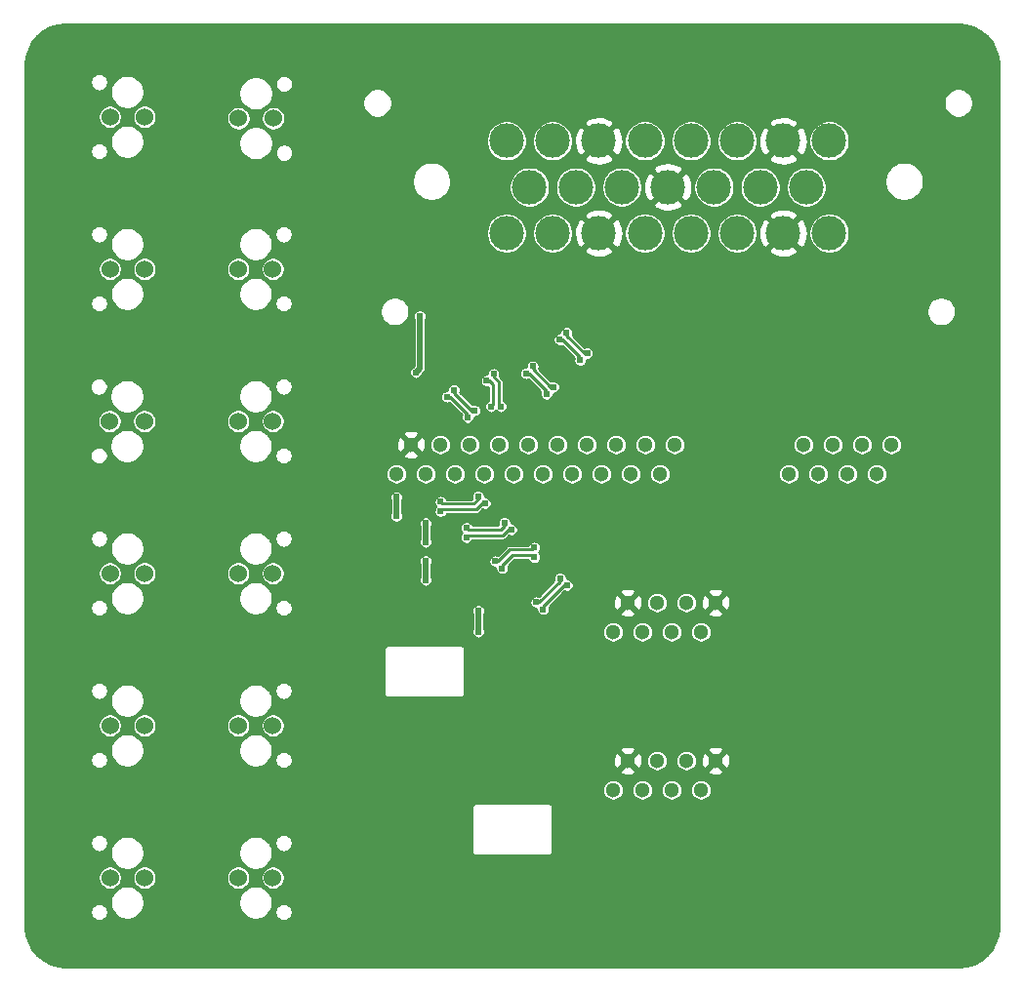
<source format=gbr>
G04 #@! TF.GenerationSoftware,KiCad,Pcbnew,5.1.4-e60b266~84~ubuntu18.04.1*
G04 #@! TF.CreationDate,2019-11-20T23:53:28-05:00*
G04 #@! TF.ProjectId,sensing_module_interface,73656e73-696e-4675-9f6d-6f64756c655f,rev?*
G04 #@! TF.SameCoordinates,Original*
G04 #@! TF.FileFunction,Copper,L2,Bot*
G04 #@! TF.FilePolarity,Positive*
%FSLAX46Y46*%
G04 Gerber Fmt 4.6, Leading zero omitted, Abs format (unit mm)*
G04 Created by KiCad (PCBNEW 5.1.4-e60b266~84~ubuntu18.04.1) date 2019-11-20 23:53:28*
%MOMM*%
%LPD*%
G04 APERTURE LIST*
%ADD10C,1.300000*%
%ADD11C,3.000000*%
%ADD12C,1.524000*%
%ADD13C,0.609600*%
%ADD14C,0.508000*%
%ADD15C,0.254000*%
G04 APERTURE END LIST*
D10*
X142748000Y-110236000D03*
X140208000Y-110236000D03*
X137668000Y-110236000D03*
X145288000Y-110236000D03*
X138938000Y-107696000D03*
X141478000Y-107696000D03*
X144018000Y-107696000D03*
X146558000Y-107696000D03*
D11*
X156420000Y-67620000D03*
X132420000Y-67620000D03*
X136420000Y-67620000D03*
X140420000Y-67620000D03*
X144420000Y-67620000D03*
X148420000Y-67620000D03*
X152420000Y-67620000D03*
X134420000Y-71620000D03*
X138420000Y-71620000D03*
X146420000Y-71620000D03*
X142420000Y-71620000D03*
X150420000Y-71620000D03*
X154420000Y-71620000D03*
X156420000Y-75620000D03*
X152420000Y-75620000D03*
X148420000Y-75620000D03*
X140420000Y-75620000D03*
X144420000Y-75620000D03*
X136420000Y-75620000D03*
X132420000Y-75620000D03*
X128420000Y-67620000D03*
X130420000Y-71620000D03*
X128420000Y-75620000D03*
D12*
X105181400Y-65659000D03*
X108178600Y-65659000D03*
X94030800Y-65532000D03*
X97028000Y-65532000D03*
X108153200Y-78740000D03*
X105156000Y-78740000D03*
X97028000Y-78740000D03*
X94030800Y-78740000D03*
X105156000Y-91948000D03*
X108153200Y-91948000D03*
X94005400Y-91948000D03*
X97002600Y-91948000D03*
X108153200Y-105156000D03*
X105156000Y-105156000D03*
X97028000Y-105156000D03*
X94030800Y-105156000D03*
X108153200Y-118364000D03*
X105156000Y-118364000D03*
X97028000Y-118364000D03*
X94030800Y-118364000D03*
X108153200Y-131572000D03*
X105156000Y-131572000D03*
X97028000Y-131572000D03*
X94030800Y-131572000D03*
D10*
X146558000Y-121412000D03*
X144018000Y-121412000D03*
X141478000Y-121412000D03*
X138938000Y-121412000D03*
X145288000Y-123952000D03*
X137668000Y-123952000D03*
X140208000Y-123952000D03*
X142748000Y-123952000D03*
X123952000Y-96520000D03*
X121412000Y-96520000D03*
X118872000Y-96520000D03*
X126492000Y-96520000D03*
X120142000Y-93980000D03*
X122682000Y-93980000D03*
X125222000Y-93980000D03*
X127762000Y-93980000D03*
X129032000Y-96520000D03*
X130302000Y-93980000D03*
X131572000Y-96520000D03*
X132842000Y-93980000D03*
X134112000Y-96520000D03*
X135382000Y-93980000D03*
X136652000Y-96520000D03*
X137922000Y-93980000D03*
X139192000Y-96520000D03*
X140462000Y-93980000D03*
X141732000Y-96520000D03*
X143002000Y-93980000D03*
X157988000Y-96520000D03*
X155448000Y-96520000D03*
X152908000Y-96520000D03*
X160528000Y-96520000D03*
X154178000Y-93980000D03*
X156718000Y-93980000D03*
X159258000Y-93980000D03*
X161798000Y-93980000D03*
D13*
X120904000Y-82804000D03*
X120566717Y-87713283D03*
X118872000Y-98524868D03*
X118872000Y-100197268D03*
X121412000Y-100780314D03*
X121412000Y-102452714D03*
X121412000Y-104067800D03*
X121412000Y-105740200D03*
X125984000Y-108383800D03*
X125984000Y-110236000D03*
X123868717Y-89224887D03*
X125659113Y-91015283D03*
X123260887Y-89832717D03*
X125051283Y-91623113D03*
X126696085Y-88445915D03*
X127078200Y-90674000D03*
X127303915Y-87838085D03*
X127937800Y-90674000D03*
X130709880Y-87183342D03*
X132507269Y-88980731D03*
X130102050Y-87791172D03*
X131899439Y-89588561D03*
X133026696Y-84866526D03*
X134817092Y-86656922D03*
X133634526Y-84258696D03*
X135424922Y-86049092D03*
X122696040Y-99790868D03*
X126571165Y-99080665D03*
X122696040Y-98931268D03*
X125963335Y-98472835D03*
X124951486Y-101186714D03*
X128249335Y-100758835D03*
X124951486Y-102046314D03*
X128857165Y-101366665D03*
X127441571Y-104106599D03*
X130839250Y-102918950D03*
X128049401Y-104714429D03*
X130839250Y-103778550D03*
X131605401Y-108270429D03*
X133683165Y-106192665D03*
X130997571Y-107662599D03*
X133075335Y-105584835D03*
D14*
X120904000Y-82804000D02*
X120904000Y-87376000D01*
X120904000Y-87376000D02*
X120566717Y-87713283D01*
X118872000Y-98524868D02*
X118872000Y-100197268D01*
X121412000Y-100780314D02*
X121412000Y-102452714D01*
X121412000Y-104067800D02*
X121412000Y-105740200D01*
X125984000Y-108383800D02*
X125984000Y-110236000D01*
D15*
X125407665Y-91015283D02*
X125659113Y-91015283D01*
X123868717Y-89476335D02*
X125407665Y-91015283D01*
X123868717Y-89224887D02*
X123868717Y-89476335D01*
X123260887Y-89832717D02*
X123512335Y-89832717D01*
X123512335Y-89832717D02*
X125051283Y-91371665D01*
X125051283Y-91371665D02*
X125051283Y-91623113D01*
X127256000Y-90496200D02*
X127078200Y-90674000D01*
X126696085Y-88445915D02*
X126947533Y-88445915D01*
X126947533Y-88445915D02*
X127256000Y-88754382D01*
X127256000Y-88754382D02*
X127256000Y-90496200D01*
X127760000Y-88545618D02*
X127760000Y-90496200D01*
X127303915Y-88089533D02*
X127760000Y-88545618D01*
X127303915Y-87838085D02*
X127303915Y-88089533D01*
X127760000Y-90496200D02*
X127937800Y-90674000D01*
X132255821Y-88980731D02*
X132507269Y-88980731D01*
X130709880Y-87434790D02*
X132255821Y-88980731D01*
X130709880Y-87183342D02*
X130709880Y-87434790D01*
X130102050Y-87791172D02*
X130353498Y-87791172D01*
X130353498Y-87791172D02*
X131899439Y-89337113D01*
X131899439Y-89337113D02*
X131899439Y-89588561D01*
X133278144Y-84866526D02*
X134817092Y-86405474D01*
X134817092Y-86405474D02*
X134817092Y-86656922D01*
X133026696Y-84866526D02*
X133278144Y-84866526D01*
X133634526Y-84510144D02*
X135173474Y-86049092D01*
X135173474Y-86049092D02*
X135424922Y-86049092D01*
X133634526Y-84258696D02*
X133634526Y-84510144D01*
X126319717Y-99080665D02*
X126571165Y-99080665D01*
X125787314Y-99613068D02*
X126319717Y-99080665D01*
X122696040Y-99790868D02*
X122873840Y-99613068D01*
X122873840Y-99613068D02*
X125787314Y-99613068D01*
X122696040Y-98931268D02*
X122873840Y-99109068D01*
X122873840Y-99109068D02*
X125578550Y-99109068D01*
X125578550Y-99109068D02*
X125963335Y-98724283D01*
X125963335Y-98724283D02*
X125963335Y-98472835D01*
X124951486Y-101186714D02*
X125129286Y-101364514D01*
X125129286Y-101364514D02*
X127895104Y-101364514D01*
X127895104Y-101364514D02*
X128249335Y-101010283D01*
X128249335Y-101010283D02*
X128249335Y-100758835D01*
X128605717Y-101366665D02*
X128857165Y-101366665D01*
X125129286Y-101868514D02*
X128103868Y-101868514D01*
X124951486Y-102046314D02*
X125129286Y-101868514D01*
X128103868Y-101868514D02*
X128605717Y-101366665D01*
X127441571Y-104106599D02*
X127693019Y-104106599D01*
X127693019Y-104106599D02*
X128702868Y-103096750D01*
X128702868Y-103096750D02*
X130661450Y-103096750D01*
X130661450Y-103096750D02*
X130839250Y-102918950D01*
X128911632Y-103600750D02*
X130661450Y-103600750D01*
X128049401Y-104462981D02*
X128911632Y-103600750D01*
X128049401Y-104714429D02*
X128049401Y-104462981D01*
X130661450Y-103600750D02*
X130839250Y-103778550D01*
X133431717Y-106192665D02*
X133683165Y-106192665D01*
X131605401Y-108018981D02*
X133431717Y-106192665D01*
X131605401Y-108270429D02*
X131605401Y-108018981D01*
X130997571Y-107662599D02*
X131249019Y-107662599D01*
X131249019Y-107662599D02*
X133075335Y-105836283D01*
X133075335Y-105836283D02*
X133075335Y-105584835D01*
G36*
X168305985Y-57596520D02*
G01*
X168946608Y-57789935D01*
X169537459Y-58104097D01*
X170056034Y-58527036D01*
X170482586Y-59042648D01*
X170800866Y-59631294D01*
X170998748Y-60270547D01*
X171070576Y-60953946D01*
X171070601Y-60961040D01*
X171070600Y-135871438D01*
X171003479Y-136555986D01*
X170810064Y-137196608D01*
X170495905Y-137787456D01*
X170072961Y-138306038D01*
X169557350Y-138732587D01*
X168968710Y-139050865D01*
X168329452Y-139248749D01*
X167646054Y-139320576D01*
X167639245Y-139320600D01*
X90188552Y-139320600D01*
X89504014Y-139253480D01*
X88863392Y-139060065D01*
X88272544Y-138745906D01*
X87753963Y-138322961D01*
X87327411Y-137807348D01*
X87009135Y-137218706D01*
X86811252Y-136579452D01*
X86739425Y-135896054D01*
X86739400Y-135888959D01*
X86739400Y-134491648D01*
X92303600Y-134491648D01*
X92303600Y-134646752D01*
X92333859Y-134798876D01*
X92393215Y-134942174D01*
X92479386Y-135071138D01*
X92589062Y-135180814D01*
X92718026Y-135266985D01*
X92861324Y-135326341D01*
X93013448Y-135356600D01*
X93168552Y-135356600D01*
X93320676Y-135326341D01*
X93463974Y-135266985D01*
X93592938Y-135180814D01*
X93702614Y-135071138D01*
X93788785Y-134942174D01*
X93848141Y-134798876D01*
X93878400Y-134646752D01*
X93878400Y-134491648D01*
X93848141Y-134339524D01*
X93788785Y-134196226D01*
X93702614Y-134067262D01*
X93592938Y-133957586D01*
X93463974Y-133871415D01*
X93320676Y-133812059D01*
X93168552Y-133781800D01*
X93013448Y-133781800D01*
X92861324Y-133812059D01*
X92718026Y-133871415D01*
X92589062Y-133957586D01*
X92479386Y-134067262D01*
X92393215Y-134196226D01*
X92333859Y-134339524D01*
X92303600Y-134491648D01*
X86739400Y-134491648D01*
X86739400Y-133584652D01*
X94043500Y-133584652D01*
X94043500Y-133877348D01*
X94100602Y-134164421D01*
X94212612Y-134434838D01*
X94375226Y-134678206D01*
X94582194Y-134885174D01*
X94825562Y-135047788D01*
X95095979Y-135159798D01*
X95383052Y-135216900D01*
X95675748Y-135216900D01*
X95962821Y-135159798D01*
X96233238Y-135047788D01*
X96476606Y-134885174D01*
X96683574Y-134678206D01*
X96846188Y-134434838D01*
X96958198Y-134164421D01*
X97015300Y-133877348D01*
X97015300Y-133584652D01*
X105168700Y-133584652D01*
X105168700Y-133877348D01*
X105225802Y-134164421D01*
X105337812Y-134434838D01*
X105500426Y-134678206D01*
X105707394Y-134885174D01*
X105950762Y-135047788D01*
X106221179Y-135159798D01*
X106508252Y-135216900D01*
X106800948Y-135216900D01*
X107088021Y-135159798D01*
X107358438Y-135047788D01*
X107601806Y-134885174D01*
X107808774Y-134678206D01*
X107933428Y-134491648D01*
X108305600Y-134491648D01*
X108305600Y-134646752D01*
X108335859Y-134798876D01*
X108395215Y-134942174D01*
X108481386Y-135071138D01*
X108591062Y-135180814D01*
X108720026Y-135266985D01*
X108863324Y-135326341D01*
X109015448Y-135356600D01*
X109170552Y-135356600D01*
X109322676Y-135326341D01*
X109465974Y-135266985D01*
X109594938Y-135180814D01*
X109704614Y-135071138D01*
X109790785Y-134942174D01*
X109850141Y-134798876D01*
X109880400Y-134646752D01*
X109880400Y-134491648D01*
X109850141Y-134339524D01*
X109790785Y-134196226D01*
X109704614Y-134067262D01*
X109594938Y-133957586D01*
X109465974Y-133871415D01*
X109322676Y-133812059D01*
X109170552Y-133781800D01*
X109015448Y-133781800D01*
X108863324Y-133812059D01*
X108720026Y-133871415D01*
X108591062Y-133957586D01*
X108481386Y-134067262D01*
X108395215Y-134196226D01*
X108335859Y-134339524D01*
X108305600Y-134491648D01*
X107933428Y-134491648D01*
X107971388Y-134434838D01*
X108083398Y-134164421D01*
X108140500Y-133877348D01*
X108140500Y-133584652D01*
X108083398Y-133297579D01*
X107971388Y-133027162D01*
X107808774Y-132783794D01*
X107601806Y-132576826D01*
X107358438Y-132414212D01*
X107088021Y-132302202D01*
X106800948Y-132245100D01*
X106508252Y-132245100D01*
X106221179Y-132302202D01*
X105950762Y-132414212D01*
X105707394Y-132576826D01*
X105500426Y-132783794D01*
X105337812Y-133027162D01*
X105225802Y-133297579D01*
X105168700Y-133584652D01*
X97015300Y-133584652D01*
X96958198Y-133297579D01*
X96846188Y-133027162D01*
X96683574Y-132783794D01*
X96476606Y-132576826D01*
X96233238Y-132414212D01*
X95962821Y-132302202D01*
X95675748Y-132245100D01*
X95383052Y-132245100D01*
X95095979Y-132302202D01*
X94825562Y-132414212D01*
X94582194Y-132576826D01*
X94375226Y-132783794D01*
X94212612Y-133027162D01*
X94100602Y-133297579D01*
X94043500Y-133584652D01*
X86739400Y-133584652D01*
X86739400Y-131469431D01*
X92989400Y-131469431D01*
X92989400Y-131674569D01*
X93029420Y-131875765D01*
X93107923Y-132065288D01*
X93221892Y-132235854D01*
X93366946Y-132380908D01*
X93537512Y-132494877D01*
X93727035Y-132573380D01*
X93928231Y-132613400D01*
X94133369Y-132613400D01*
X94334565Y-132573380D01*
X94524088Y-132494877D01*
X94694654Y-132380908D01*
X94839708Y-132235854D01*
X94953677Y-132065288D01*
X95032180Y-131875765D01*
X95072200Y-131674569D01*
X95072200Y-131469431D01*
X95986600Y-131469431D01*
X95986600Y-131674569D01*
X96026620Y-131875765D01*
X96105123Y-132065288D01*
X96219092Y-132235854D01*
X96364146Y-132380908D01*
X96534712Y-132494877D01*
X96724235Y-132573380D01*
X96925431Y-132613400D01*
X97130569Y-132613400D01*
X97331765Y-132573380D01*
X97521288Y-132494877D01*
X97691854Y-132380908D01*
X97836908Y-132235854D01*
X97950877Y-132065288D01*
X98029380Y-131875765D01*
X98069400Y-131674569D01*
X98069400Y-131469431D01*
X104114600Y-131469431D01*
X104114600Y-131674569D01*
X104154620Y-131875765D01*
X104233123Y-132065288D01*
X104347092Y-132235854D01*
X104492146Y-132380908D01*
X104662712Y-132494877D01*
X104852235Y-132573380D01*
X105053431Y-132613400D01*
X105258569Y-132613400D01*
X105459765Y-132573380D01*
X105649288Y-132494877D01*
X105819854Y-132380908D01*
X105964908Y-132235854D01*
X106078877Y-132065288D01*
X106157380Y-131875765D01*
X106197400Y-131674569D01*
X106197400Y-131469431D01*
X107111800Y-131469431D01*
X107111800Y-131674569D01*
X107151820Y-131875765D01*
X107230323Y-132065288D01*
X107344292Y-132235854D01*
X107489346Y-132380908D01*
X107659912Y-132494877D01*
X107849435Y-132573380D01*
X108050631Y-132613400D01*
X108255769Y-132613400D01*
X108456965Y-132573380D01*
X108646488Y-132494877D01*
X108817054Y-132380908D01*
X108962108Y-132235854D01*
X109076077Y-132065288D01*
X109154580Y-131875765D01*
X109194600Y-131674569D01*
X109194600Y-131469431D01*
X109154580Y-131268235D01*
X109076077Y-131078712D01*
X108962108Y-130908146D01*
X108817054Y-130763092D01*
X108646488Y-130649123D01*
X108456965Y-130570620D01*
X108255769Y-130530600D01*
X108050631Y-130530600D01*
X107849435Y-130570620D01*
X107659912Y-130649123D01*
X107489346Y-130763092D01*
X107344292Y-130908146D01*
X107230323Y-131078712D01*
X107151820Y-131268235D01*
X107111800Y-131469431D01*
X106197400Y-131469431D01*
X106157380Y-131268235D01*
X106078877Y-131078712D01*
X105964908Y-130908146D01*
X105819854Y-130763092D01*
X105649288Y-130649123D01*
X105459765Y-130570620D01*
X105258569Y-130530600D01*
X105053431Y-130530600D01*
X104852235Y-130570620D01*
X104662712Y-130649123D01*
X104492146Y-130763092D01*
X104347092Y-130908146D01*
X104233123Y-131078712D01*
X104154620Y-131268235D01*
X104114600Y-131469431D01*
X98069400Y-131469431D01*
X98029380Y-131268235D01*
X97950877Y-131078712D01*
X97836908Y-130908146D01*
X97691854Y-130763092D01*
X97521288Y-130649123D01*
X97331765Y-130570620D01*
X97130569Y-130530600D01*
X96925431Y-130530600D01*
X96724235Y-130570620D01*
X96534712Y-130649123D01*
X96364146Y-130763092D01*
X96219092Y-130908146D01*
X96105123Y-131078712D01*
X96026620Y-131268235D01*
X95986600Y-131469431D01*
X95072200Y-131469431D01*
X95032180Y-131268235D01*
X94953677Y-131078712D01*
X94839708Y-130908146D01*
X94694654Y-130763092D01*
X94524088Y-130649123D01*
X94334565Y-130570620D01*
X94133369Y-130530600D01*
X93928231Y-130530600D01*
X93727035Y-130570620D01*
X93537512Y-130649123D01*
X93366946Y-130763092D01*
X93221892Y-130908146D01*
X93107923Y-131078712D01*
X93029420Y-131268235D01*
X92989400Y-131469431D01*
X86739400Y-131469431D01*
X86739400Y-128497248D01*
X92303600Y-128497248D01*
X92303600Y-128652352D01*
X92333859Y-128804476D01*
X92393215Y-128947774D01*
X92479386Y-129076738D01*
X92589062Y-129186414D01*
X92718026Y-129272585D01*
X92861324Y-129331941D01*
X93013448Y-129362200D01*
X93168552Y-129362200D01*
X93320676Y-129331941D01*
X93463974Y-129272585D01*
X93472853Y-129266652D01*
X94043500Y-129266652D01*
X94043500Y-129559348D01*
X94100602Y-129846421D01*
X94212612Y-130116838D01*
X94375226Y-130360206D01*
X94582194Y-130567174D01*
X94825562Y-130729788D01*
X95095979Y-130841798D01*
X95383052Y-130898900D01*
X95675748Y-130898900D01*
X95962821Y-130841798D01*
X96233238Y-130729788D01*
X96476606Y-130567174D01*
X96683574Y-130360206D01*
X96846188Y-130116838D01*
X96958198Y-129846421D01*
X97015300Y-129559348D01*
X97015300Y-129266652D01*
X105168700Y-129266652D01*
X105168700Y-129559348D01*
X105225802Y-129846421D01*
X105337812Y-130116838D01*
X105500426Y-130360206D01*
X105707394Y-130567174D01*
X105950762Y-130729788D01*
X106221179Y-130841798D01*
X106508252Y-130898900D01*
X106800948Y-130898900D01*
X107088021Y-130841798D01*
X107358438Y-130729788D01*
X107601806Y-130567174D01*
X107808774Y-130360206D01*
X107971388Y-130116838D01*
X108083398Y-129846421D01*
X108140500Y-129559348D01*
X108140500Y-129266652D01*
X108083398Y-128979579D01*
X107971388Y-128709162D01*
X107829791Y-128497248D01*
X108305600Y-128497248D01*
X108305600Y-128652352D01*
X108335859Y-128804476D01*
X108395215Y-128947774D01*
X108481386Y-129076738D01*
X108591062Y-129186414D01*
X108720026Y-129272585D01*
X108863324Y-129331941D01*
X109015448Y-129362200D01*
X109170552Y-129362200D01*
X109322676Y-129331941D01*
X109465974Y-129272585D01*
X109594938Y-129186414D01*
X109704614Y-129076738D01*
X109790785Y-128947774D01*
X109850141Y-128804476D01*
X109880400Y-128652352D01*
X109880400Y-128497248D01*
X109850141Y-128345124D01*
X109790785Y-128201826D01*
X109704614Y-128072862D01*
X109594938Y-127963186D01*
X109465974Y-127877015D01*
X109322676Y-127817659D01*
X109170552Y-127787400D01*
X109015448Y-127787400D01*
X108863324Y-127817659D01*
X108720026Y-127877015D01*
X108591062Y-127963186D01*
X108481386Y-128072862D01*
X108395215Y-128201826D01*
X108335859Y-128345124D01*
X108305600Y-128497248D01*
X107829791Y-128497248D01*
X107808774Y-128465794D01*
X107601806Y-128258826D01*
X107358438Y-128096212D01*
X107088021Y-127984202D01*
X106800948Y-127927100D01*
X106508252Y-127927100D01*
X106221179Y-127984202D01*
X105950762Y-128096212D01*
X105707394Y-128258826D01*
X105500426Y-128465794D01*
X105337812Y-128709162D01*
X105225802Y-128979579D01*
X105168700Y-129266652D01*
X97015300Y-129266652D01*
X96958198Y-128979579D01*
X96846188Y-128709162D01*
X96683574Y-128465794D01*
X96476606Y-128258826D01*
X96233238Y-128096212D01*
X95962821Y-127984202D01*
X95675748Y-127927100D01*
X95383052Y-127927100D01*
X95095979Y-127984202D01*
X94825562Y-128096212D01*
X94582194Y-128258826D01*
X94375226Y-128465794D01*
X94212612Y-128709162D01*
X94100602Y-128979579D01*
X94043500Y-129266652D01*
X93472853Y-129266652D01*
X93592938Y-129186414D01*
X93702614Y-129076738D01*
X93788785Y-128947774D01*
X93848141Y-128804476D01*
X93878400Y-128652352D01*
X93878400Y-128497248D01*
X93848141Y-128345124D01*
X93788785Y-128201826D01*
X93702614Y-128072862D01*
X93592938Y-127963186D01*
X93463974Y-127877015D01*
X93320676Y-127817659D01*
X93168552Y-127787400D01*
X93013448Y-127787400D01*
X92861324Y-127817659D01*
X92718026Y-127877015D01*
X92589062Y-127963186D01*
X92479386Y-128072862D01*
X92393215Y-128201826D01*
X92333859Y-128345124D01*
X92303600Y-128497248D01*
X86739400Y-128497248D01*
X86739400Y-125476000D01*
X125348765Y-125476000D01*
X125350601Y-125494642D01*
X125350600Y-129267368D01*
X125348765Y-129286000D01*
X125356090Y-129360375D01*
X125377785Y-129431892D01*
X125413015Y-129497803D01*
X125460426Y-129555574D01*
X125518197Y-129602985D01*
X125584108Y-129638215D01*
X125655625Y-129659910D01*
X125730000Y-129667235D01*
X125748632Y-129665400D01*
X132061368Y-129665400D01*
X132080000Y-129667235D01*
X132154375Y-129659910D01*
X132225892Y-129638215D01*
X132291803Y-129602985D01*
X132349574Y-129555574D01*
X132396985Y-129497803D01*
X132432215Y-129431892D01*
X132453910Y-129360375D01*
X132459400Y-129304632D01*
X132459400Y-129304631D01*
X132461235Y-129286000D01*
X132459400Y-129267368D01*
X132459400Y-125494632D01*
X132461235Y-125476000D01*
X132453910Y-125401625D01*
X132432215Y-125330108D01*
X132396985Y-125264197D01*
X132349574Y-125206426D01*
X132291803Y-125159015D01*
X132225892Y-125123785D01*
X132154375Y-125102090D01*
X132098632Y-125096600D01*
X132080000Y-125094765D01*
X132061368Y-125096600D01*
X125748632Y-125096600D01*
X125730000Y-125094765D01*
X125711368Y-125096600D01*
X125655625Y-125102090D01*
X125584108Y-125123785D01*
X125518197Y-125159015D01*
X125460426Y-125206426D01*
X125413015Y-125264197D01*
X125377785Y-125330108D01*
X125356090Y-125401625D01*
X125348765Y-125476000D01*
X86739400Y-125476000D01*
X86739400Y-123860462D01*
X136738600Y-123860462D01*
X136738600Y-124043538D01*
X136774316Y-124223096D01*
X136844376Y-124392236D01*
X136946088Y-124544458D01*
X137075542Y-124673912D01*
X137227764Y-124775624D01*
X137396904Y-124845684D01*
X137576462Y-124881400D01*
X137759538Y-124881400D01*
X137939096Y-124845684D01*
X138108236Y-124775624D01*
X138260458Y-124673912D01*
X138389912Y-124544458D01*
X138491624Y-124392236D01*
X138561684Y-124223096D01*
X138597400Y-124043538D01*
X138597400Y-123860462D01*
X139278600Y-123860462D01*
X139278600Y-124043538D01*
X139314316Y-124223096D01*
X139384376Y-124392236D01*
X139486088Y-124544458D01*
X139615542Y-124673912D01*
X139767764Y-124775624D01*
X139936904Y-124845684D01*
X140116462Y-124881400D01*
X140299538Y-124881400D01*
X140479096Y-124845684D01*
X140648236Y-124775624D01*
X140800458Y-124673912D01*
X140929912Y-124544458D01*
X141031624Y-124392236D01*
X141101684Y-124223096D01*
X141137400Y-124043538D01*
X141137400Y-123860462D01*
X141818600Y-123860462D01*
X141818600Y-124043538D01*
X141854316Y-124223096D01*
X141924376Y-124392236D01*
X142026088Y-124544458D01*
X142155542Y-124673912D01*
X142307764Y-124775624D01*
X142476904Y-124845684D01*
X142656462Y-124881400D01*
X142839538Y-124881400D01*
X143019096Y-124845684D01*
X143188236Y-124775624D01*
X143340458Y-124673912D01*
X143469912Y-124544458D01*
X143571624Y-124392236D01*
X143641684Y-124223096D01*
X143677400Y-124043538D01*
X143677400Y-123860462D01*
X144358600Y-123860462D01*
X144358600Y-124043538D01*
X144394316Y-124223096D01*
X144464376Y-124392236D01*
X144566088Y-124544458D01*
X144695542Y-124673912D01*
X144847764Y-124775624D01*
X145016904Y-124845684D01*
X145196462Y-124881400D01*
X145379538Y-124881400D01*
X145559096Y-124845684D01*
X145728236Y-124775624D01*
X145880458Y-124673912D01*
X146009912Y-124544458D01*
X146111624Y-124392236D01*
X146181684Y-124223096D01*
X146217400Y-124043538D01*
X146217400Y-123860462D01*
X146181684Y-123680904D01*
X146111624Y-123511764D01*
X146009912Y-123359542D01*
X145880458Y-123230088D01*
X145728236Y-123128376D01*
X145559096Y-123058316D01*
X145379538Y-123022600D01*
X145196462Y-123022600D01*
X145016904Y-123058316D01*
X144847764Y-123128376D01*
X144695542Y-123230088D01*
X144566088Y-123359542D01*
X144464376Y-123511764D01*
X144394316Y-123680904D01*
X144358600Y-123860462D01*
X143677400Y-123860462D01*
X143641684Y-123680904D01*
X143571624Y-123511764D01*
X143469912Y-123359542D01*
X143340458Y-123230088D01*
X143188236Y-123128376D01*
X143019096Y-123058316D01*
X142839538Y-123022600D01*
X142656462Y-123022600D01*
X142476904Y-123058316D01*
X142307764Y-123128376D01*
X142155542Y-123230088D01*
X142026088Y-123359542D01*
X141924376Y-123511764D01*
X141854316Y-123680904D01*
X141818600Y-123860462D01*
X141137400Y-123860462D01*
X141101684Y-123680904D01*
X141031624Y-123511764D01*
X140929912Y-123359542D01*
X140800458Y-123230088D01*
X140648236Y-123128376D01*
X140479096Y-123058316D01*
X140299538Y-123022600D01*
X140116462Y-123022600D01*
X139936904Y-123058316D01*
X139767764Y-123128376D01*
X139615542Y-123230088D01*
X139486088Y-123359542D01*
X139384376Y-123511764D01*
X139314316Y-123680904D01*
X139278600Y-123860462D01*
X138597400Y-123860462D01*
X138561684Y-123680904D01*
X138491624Y-123511764D01*
X138389912Y-123359542D01*
X138260458Y-123230088D01*
X138108236Y-123128376D01*
X137939096Y-123058316D01*
X137759538Y-123022600D01*
X137576462Y-123022600D01*
X137396904Y-123058316D01*
X137227764Y-123128376D01*
X137075542Y-123230088D01*
X136946088Y-123359542D01*
X136844376Y-123511764D01*
X136774316Y-123680904D01*
X136738600Y-123860462D01*
X86739400Y-123860462D01*
X86739400Y-122297527D01*
X138232078Y-122297527D01*
X138285466Y-122526201D01*
X138515374Y-122632095D01*
X138761524Y-122691102D01*
X139014455Y-122700952D01*
X139264449Y-122661270D01*
X139501896Y-122573578D01*
X139590534Y-122526201D01*
X139643922Y-122297527D01*
X138938000Y-121591605D01*
X138232078Y-122297527D01*
X86739400Y-122297527D01*
X86739400Y-121283648D01*
X92303600Y-121283648D01*
X92303600Y-121438752D01*
X92333859Y-121590876D01*
X92393215Y-121734174D01*
X92479386Y-121863138D01*
X92589062Y-121972814D01*
X92718026Y-122058985D01*
X92861324Y-122118341D01*
X93013448Y-122148600D01*
X93168552Y-122148600D01*
X93320676Y-122118341D01*
X93463974Y-122058985D01*
X93592938Y-121972814D01*
X93702614Y-121863138D01*
X93788785Y-121734174D01*
X93848141Y-121590876D01*
X93878400Y-121438752D01*
X93878400Y-121283648D01*
X93848141Y-121131524D01*
X93788785Y-120988226D01*
X93702614Y-120859262D01*
X93592938Y-120749586D01*
X93463974Y-120663415D01*
X93320676Y-120604059D01*
X93168552Y-120573800D01*
X93013448Y-120573800D01*
X92861324Y-120604059D01*
X92718026Y-120663415D01*
X92589062Y-120749586D01*
X92479386Y-120859262D01*
X92393215Y-120988226D01*
X92333859Y-121131524D01*
X92303600Y-121283648D01*
X86739400Y-121283648D01*
X86739400Y-120376652D01*
X94043500Y-120376652D01*
X94043500Y-120669348D01*
X94100602Y-120956421D01*
X94212612Y-121226838D01*
X94375226Y-121470206D01*
X94582194Y-121677174D01*
X94825562Y-121839788D01*
X95095979Y-121951798D01*
X95383052Y-122008900D01*
X95675748Y-122008900D01*
X95962821Y-121951798D01*
X96233238Y-121839788D01*
X96476606Y-121677174D01*
X96683574Y-121470206D01*
X96846188Y-121226838D01*
X96958198Y-120956421D01*
X97015300Y-120669348D01*
X97015300Y-120376652D01*
X105168700Y-120376652D01*
X105168700Y-120669348D01*
X105225802Y-120956421D01*
X105337812Y-121226838D01*
X105500426Y-121470206D01*
X105707394Y-121677174D01*
X105950762Y-121839788D01*
X106221179Y-121951798D01*
X106508252Y-122008900D01*
X106800948Y-122008900D01*
X107088021Y-121951798D01*
X107358438Y-121839788D01*
X107601806Y-121677174D01*
X107808774Y-121470206D01*
X107933428Y-121283648D01*
X108305600Y-121283648D01*
X108305600Y-121438752D01*
X108335859Y-121590876D01*
X108395215Y-121734174D01*
X108481386Y-121863138D01*
X108591062Y-121972814D01*
X108720026Y-122058985D01*
X108863324Y-122118341D01*
X109015448Y-122148600D01*
X109170552Y-122148600D01*
X109322676Y-122118341D01*
X109465974Y-122058985D01*
X109594938Y-121972814D01*
X109704614Y-121863138D01*
X109790785Y-121734174D01*
X109850141Y-121590876D01*
X109870513Y-121488455D01*
X137649048Y-121488455D01*
X137688730Y-121738449D01*
X137776422Y-121975896D01*
X137823799Y-122064534D01*
X138052473Y-122117922D01*
X138758395Y-121412000D01*
X139117605Y-121412000D01*
X139823527Y-122117922D01*
X140052201Y-122064534D01*
X140158095Y-121834626D01*
X140217102Y-121588476D01*
X140226952Y-121335545D01*
X140224558Y-121320462D01*
X140548600Y-121320462D01*
X140548600Y-121503538D01*
X140584316Y-121683096D01*
X140654376Y-121852236D01*
X140756088Y-122004458D01*
X140885542Y-122133912D01*
X141037764Y-122235624D01*
X141206904Y-122305684D01*
X141386462Y-122341400D01*
X141569538Y-122341400D01*
X141749096Y-122305684D01*
X141918236Y-122235624D01*
X142070458Y-122133912D01*
X142199912Y-122004458D01*
X142301624Y-121852236D01*
X142371684Y-121683096D01*
X142407400Y-121503538D01*
X142407400Y-121320462D01*
X143088600Y-121320462D01*
X143088600Y-121503538D01*
X143124316Y-121683096D01*
X143194376Y-121852236D01*
X143296088Y-122004458D01*
X143425542Y-122133912D01*
X143577764Y-122235624D01*
X143746904Y-122305684D01*
X143926462Y-122341400D01*
X144109538Y-122341400D01*
X144289096Y-122305684D01*
X144308788Y-122297527D01*
X145852078Y-122297527D01*
X145905466Y-122526201D01*
X146135374Y-122632095D01*
X146381524Y-122691102D01*
X146634455Y-122700952D01*
X146884449Y-122661270D01*
X147121896Y-122573578D01*
X147210534Y-122526201D01*
X147263922Y-122297527D01*
X146558000Y-121591605D01*
X145852078Y-122297527D01*
X144308788Y-122297527D01*
X144458236Y-122235624D01*
X144610458Y-122133912D01*
X144739912Y-122004458D01*
X144841624Y-121852236D01*
X144911684Y-121683096D01*
X144947400Y-121503538D01*
X144947400Y-121488455D01*
X145269048Y-121488455D01*
X145308730Y-121738449D01*
X145396422Y-121975896D01*
X145443799Y-122064534D01*
X145672473Y-122117922D01*
X146378395Y-121412000D01*
X146737605Y-121412000D01*
X147443527Y-122117922D01*
X147672201Y-122064534D01*
X147778095Y-121834626D01*
X147837102Y-121588476D01*
X147846952Y-121335545D01*
X147807270Y-121085551D01*
X147719578Y-120848104D01*
X147672201Y-120759466D01*
X147443527Y-120706078D01*
X146737605Y-121412000D01*
X146378395Y-121412000D01*
X145672473Y-120706078D01*
X145443799Y-120759466D01*
X145337905Y-120989374D01*
X145278898Y-121235524D01*
X145269048Y-121488455D01*
X144947400Y-121488455D01*
X144947400Y-121320462D01*
X144911684Y-121140904D01*
X144841624Y-120971764D01*
X144739912Y-120819542D01*
X144610458Y-120690088D01*
X144458236Y-120588376D01*
X144308789Y-120526473D01*
X145852078Y-120526473D01*
X146558000Y-121232395D01*
X147263922Y-120526473D01*
X147210534Y-120297799D01*
X146980626Y-120191905D01*
X146734476Y-120132898D01*
X146481545Y-120123048D01*
X146231551Y-120162730D01*
X145994104Y-120250422D01*
X145905466Y-120297799D01*
X145852078Y-120526473D01*
X144308789Y-120526473D01*
X144289096Y-120518316D01*
X144109538Y-120482600D01*
X143926462Y-120482600D01*
X143746904Y-120518316D01*
X143577764Y-120588376D01*
X143425542Y-120690088D01*
X143296088Y-120819542D01*
X143194376Y-120971764D01*
X143124316Y-121140904D01*
X143088600Y-121320462D01*
X142407400Y-121320462D01*
X142371684Y-121140904D01*
X142301624Y-120971764D01*
X142199912Y-120819542D01*
X142070458Y-120690088D01*
X141918236Y-120588376D01*
X141749096Y-120518316D01*
X141569538Y-120482600D01*
X141386462Y-120482600D01*
X141206904Y-120518316D01*
X141037764Y-120588376D01*
X140885542Y-120690088D01*
X140756088Y-120819542D01*
X140654376Y-120971764D01*
X140584316Y-121140904D01*
X140548600Y-121320462D01*
X140224558Y-121320462D01*
X140187270Y-121085551D01*
X140099578Y-120848104D01*
X140052201Y-120759466D01*
X139823527Y-120706078D01*
X139117605Y-121412000D01*
X138758395Y-121412000D01*
X138052473Y-120706078D01*
X137823799Y-120759466D01*
X137717905Y-120989374D01*
X137658898Y-121235524D01*
X137649048Y-121488455D01*
X109870513Y-121488455D01*
X109880400Y-121438752D01*
X109880400Y-121283648D01*
X109850141Y-121131524D01*
X109790785Y-120988226D01*
X109704614Y-120859262D01*
X109594938Y-120749586D01*
X109465974Y-120663415D01*
X109322676Y-120604059D01*
X109170552Y-120573800D01*
X109015448Y-120573800D01*
X108863324Y-120604059D01*
X108720026Y-120663415D01*
X108591062Y-120749586D01*
X108481386Y-120859262D01*
X108395215Y-120988226D01*
X108335859Y-121131524D01*
X108305600Y-121283648D01*
X107933428Y-121283648D01*
X107971388Y-121226838D01*
X108083398Y-120956421D01*
X108140500Y-120669348D01*
X108140500Y-120526473D01*
X138232078Y-120526473D01*
X138938000Y-121232395D01*
X139643922Y-120526473D01*
X139590534Y-120297799D01*
X139360626Y-120191905D01*
X139114476Y-120132898D01*
X138861545Y-120123048D01*
X138611551Y-120162730D01*
X138374104Y-120250422D01*
X138285466Y-120297799D01*
X138232078Y-120526473D01*
X108140500Y-120526473D01*
X108140500Y-120376652D01*
X108083398Y-120089579D01*
X107971388Y-119819162D01*
X107808774Y-119575794D01*
X107601806Y-119368826D01*
X107358438Y-119206212D01*
X107088021Y-119094202D01*
X106800948Y-119037100D01*
X106508252Y-119037100D01*
X106221179Y-119094202D01*
X105950762Y-119206212D01*
X105707394Y-119368826D01*
X105500426Y-119575794D01*
X105337812Y-119819162D01*
X105225802Y-120089579D01*
X105168700Y-120376652D01*
X97015300Y-120376652D01*
X96958198Y-120089579D01*
X96846188Y-119819162D01*
X96683574Y-119575794D01*
X96476606Y-119368826D01*
X96233238Y-119206212D01*
X95962821Y-119094202D01*
X95675748Y-119037100D01*
X95383052Y-119037100D01*
X95095979Y-119094202D01*
X94825562Y-119206212D01*
X94582194Y-119368826D01*
X94375226Y-119575794D01*
X94212612Y-119819162D01*
X94100602Y-120089579D01*
X94043500Y-120376652D01*
X86739400Y-120376652D01*
X86739400Y-118261431D01*
X92989400Y-118261431D01*
X92989400Y-118466569D01*
X93029420Y-118667765D01*
X93107923Y-118857288D01*
X93221892Y-119027854D01*
X93366946Y-119172908D01*
X93537512Y-119286877D01*
X93727035Y-119365380D01*
X93928231Y-119405400D01*
X94133369Y-119405400D01*
X94334565Y-119365380D01*
X94524088Y-119286877D01*
X94694654Y-119172908D01*
X94839708Y-119027854D01*
X94953677Y-118857288D01*
X95032180Y-118667765D01*
X95072200Y-118466569D01*
X95072200Y-118261431D01*
X95986600Y-118261431D01*
X95986600Y-118466569D01*
X96026620Y-118667765D01*
X96105123Y-118857288D01*
X96219092Y-119027854D01*
X96364146Y-119172908D01*
X96534712Y-119286877D01*
X96724235Y-119365380D01*
X96925431Y-119405400D01*
X97130569Y-119405400D01*
X97331765Y-119365380D01*
X97521288Y-119286877D01*
X97691854Y-119172908D01*
X97836908Y-119027854D01*
X97950877Y-118857288D01*
X98029380Y-118667765D01*
X98069400Y-118466569D01*
X98069400Y-118261431D01*
X104114600Y-118261431D01*
X104114600Y-118466569D01*
X104154620Y-118667765D01*
X104233123Y-118857288D01*
X104347092Y-119027854D01*
X104492146Y-119172908D01*
X104662712Y-119286877D01*
X104852235Y-119365380D01*
X105053431Y-119405400D01*
X105258569Y-119405400D01*
X105459765Y-119365380D01*
X105649288Y-119286877D01*
X105819854Y-119172908D01*
X105964908Y-119027854D01*
X106078877Y-118857288D01*
X106157380Y-118667765D01*
X106197400Y-118466569D01*
X106197400Y-118261431D01*
X107111800Y-118261431D01*
X107111800Y-118466569D01*
X107151820Y-118667765D01*
X107230323Y-118857288D01*
X107344292Y-119027854D01*
X107489346Y-119172908D01*
X107659912Y-119286877D01*
X107849435Y-119365380D01*
X108050631Y-119405400D01*
X108255769Y-119405400D01*
X108456965Y-119365380D01*
X108646488Y-119286877D01*
X108817054Y-119172908D01*
X108962108Y-119027854D01*
X109076077Y-118857288D01*
X109154580Y-118667765D01*
X109194600Y-118466569D01*
X109194600Y-118261431D01*
X109154580Y-118060235D01*
X109076077Y-117870712D01*
X108962108Y-117700146D01*
X108817054Y-117555092D01*
X108646488Y-117441123D01*
X108456965Y-117362620D01*
X108255769Y-117322600D01*
X108050631Y-117322600D01*
X107849435Y-117362620D01*
X107659912Y-117441123D01*
X107489346Y-117555092D01*
X107344292Y-117700146D01*
X107230323Y-117870712D01*
X107151820Y-118060235D01*
X107111800Y-118261431D01*
X106197400Y-118261431D01*
X106157380Y-118060235D01*
X106078877Y-117870712D01*
X105964908Y-117700146D01*
X105819854Y-117555092D01*
X105649288Y-117441123D01*
X105459765Y-117362620D01*
X105258569Y-117322600D01*
X105053431Y-117322600D01*
X104852235Y-117362620D01*
X104662712Y-117441123D01*
X104492146Y-117555092D01*
X104347092Y-117700146D01*
X104233123Y-117870712D01*
X104154620Y-118060235D01*
X104114600Y-118261431D01*
X98069400Y-118261431D01*
X98029380Y-118060235D01*
X97950877Y-117870712D01*
X97836908Y-117700146D01*
X97691854Y-117555092D01*
X97521288Y-117441123D01*
X97331765Y-117362620D01*
X97130569Y-117322600D01*
X96925431Y-117322600D01*
X96724235Y-117362620D01*
X96534712Y-117441123D01*
X96364146Y-117555092D01*
X96219092Y-117700146D01*
X96105123Y-117870712D01*
X96026620Y-118060235D01*
X95986600Y-118261431D01*
X95072200Y-118261431D01*
X95032180Y-118060235D01*
X94953677Y-117870712D01*
X94839708Y-117700146D01*
X94694654Y-117555092D01*
X94524088Y-117441123D01*
X94334565Y-117362620D01*
X94133369Y-117322600D01*
X93928231Y-117322600D01*
X93727035Y-117362620D01*
X93537512Y-117441123D01*
X93366946Y-117555092D01*
X93221892Y-117700146D01*
X93107923Y-117870712D01*
X93029420Y-118060235D01*
X92989400Y-118261431D01*
X86739400Y-118261431D01*
X86739400Y-115289248D01*
X92303600Y-115289248D01*
X92303600Y-115444352D01*
X92333859Y-115596476D01*
X92393215Y-115739774D01*
X92479386Y-115868738D01*
X92589062Y-115978414D01*
X92718026Y-116064585D01*
X92861324Y-116123941D01*
X93013448Y-116154200D01*
X93168552Y-116154200D01*
X93320676Y-116123941D01*
X93463974Y-116064585D01*
X93472853Y-116058652D01*
X94043500Y-116058652D01*
X94043500Y-116351348D01*
X94100602Y-116638421D01*
X94212612Y-116908838D01*
X94375226Y-117152206D01*
X94582194Y-117359174D01*
X94825562Y-117521788D01*
X95095979Y-117633798D01*
X95383052Y-117690900D01*
X95675748Y-117690900D01*
X95962821Y-117633798D01*
X96233238Y-117521788D01*
X96476606Y-117359174D01*
X96683574Y-117152206D01*
X96846188Y-116908838D01*
X96958198Y-116638421D01*
X97015300Y-116351348D01*
X97015300Y-116058652D01*
X105168700Y-116058652D01*
X105168700Y-116351348D01*
X105225802Y-116638421D01*
X105337812Y-116908838D01*
X105500426Y-117152206D01*
X105707394Y-117359174D01*
X105950762Y-117521788D01*
X106221179Y-117633798D01*
X106508252Y-117690900D01*
X106800948Y-117690900D01*
X107088021Y-117633798D01*
X107358438Y-117521788D01*
X107601806Y-117359174D01*
X107808774Y-117152206D01*
X107971388Y-116908838D01*
X108083398Y-116638421D01*
X108140500Y-116351348D01*
X108140500Y-116058652D01*
X108083398Y-115771579D01*
X107971388Y-115501162D01*
X107829791Y-115289248D01*
X108305600Y-115289248D01*
X108305600Y-115444352D01*
X108335859Y-115596476D01*
X108395215Y-115739774D01*
X108481386Y-115868738D01*
X108591062Y-115978414D01*
X108720026Y-116064585D01*
X108863324Y-116123941D01*
X109015448Y-116154200D01*
X109170552Y-116154200D01*
X109322676Y-116123941D01*
X109465974Y-116064585D01*
X109594938Y-115978414D01*
X109704614Y-115868738D01*
X109790785Y-115739774D01*
X109850141Y-115596476D01*
X109880400Y-115444352D01*
X109880400Y-115289248D01*
X109850141Y-115137124D01*
X109790785Y-114993826D01*
X109704614Y-114864862D01*
X109594938Y-114755186D01*
X109465974Y-114669015D01*
X109322676Y-114609659D01*
X109170552Y-114579400D01*
X109015448Y-114579400D01*
X108863324Y-114609659D01*
X108720026Y-114669015D01*
X108591062Y-114755186D01*
X108481386Y-114864862D01*
X108395215Y-114993826D01*
X108335859Y-115137124D01*
X108305600Y-115289248D01*
X107829791Y-115289248D01*
X107808774Y-115257794D01*
X107601806Y-115050826D01*
X107358438Y-114888212D01*
X107088021Y-114776202D01*
X106800948Y-114719100D01*
X106508252Y-114719100D01*
X106221179Y-114776202D01*
X105950762Y-114888212D01*
X105707394Y-115050826D01*
X105500426Y-115257794D01*
X105337812Y-115501162D01*
X105225802Y-115771579D01*
X105168700Y-116058652D01*
X97015300Y-116058652D01*
X96958198Y-115771579D01*
X96846188Y-115501162D01*
X96683574Y-115257794D01*
X96476606Y-115050826D01*
X96233238Y-114888212D01*
X95962821Y-114776202D01*
X95675748Y-114719100D01*
X95383052Y-114719100D01*
X95095979Y-114776202D01*
X94825562Y-114888212D01*
X94582194Y-115050826D01*
X94375226Y-115257794D01*
X94212612Y-115501162D01*
X94100602Y-115771579D01*
X94043500Y-116058652D01*
X93472853Y-116058652D01*
X93592938Y-115978414D01*
X93702614Y-115868738D01*
X93788785Y-115739774D01*
X93848141Y-115596476D01*
X93878400Y-115444352D01*
X93878400Y-115289248D01*
X93848141Y-115137124D01*
X93788785Y-114993826D01*
X93702614Y-114864862D01*
X93592938Y-114755186D01*
X93463974Y-114669015D01*
X93320676Y-114609659D01*
X93168552Y-114579400D01*
X93013448Y-114579400D01*
X92861324Y-114609659D01*
X92718026Y-114669015D01*
X92589062Y-114755186D01*
X92479386Y-114864862D01*
X92393215Y-114993826D01*
X92333859Y-115137124D01*
X92303600Y-115289248D01*
X86739400Y-115289248D01*
X86739400Y-111760000D01*
X117728765Y-111760000D01*
X117730601Y-111778642D01*
X117730600Y-115551368D01*
X117728765Y-115570000D01*
X117736090Y-115644375D01*
X117757785Y-115715892D01*
X117793015Y-115781803D01*
X117840426Y-115839574D01*
X117898197Y-115886985D01*
X117964108Y-115922215D01*
X118035625Y-115943910D01*
X118110000Y-115951235D01*
X118128632Y-115949400D01*
X124441368Y-115949400D01*
X124460000Y-115951235D01*
X124534375Y-115943910D01*
X124605892Y-115922215D01*
X124671803Y-115886985D01*
X124729574Y-115839574D01*
X124776985Y-115781803D01*
X124812215Y-115715892D01*
X124833910Y-115644375D01*
X124839400Y-115588632D01*
X124839400Y-115588631D01*
X124841235Y-115570000D01*
X124839400Y-115551368D01*
X124839400Y-111778632D01*
X124841235Y-111760000D01*
X124833910Y-111685625D01*
X124812215Y-111614108D01*
X124776985Y-111548197D01*
X124729574Y-111490426D01*
X124671803Y-111443015D01*
X124605892Y-111407785D01*
X124534375Y-111386090D01*
X124478632Y-111380600D01*
X124460000Y-111378765D01*
X124441368Y-111380600D01*
X118128632Y-111380600D01*
X118110000Y-111378765D01*
X118091368Y-111380600D01*
X118035625Y-111386090D01*
X117964108Y-111407785D01*
X117898197Y-111443015D01*
X117840426Y-111490426D01*
X117793015Y-111548197D01*
X117757785Y-111614108D01*
X117736090Y-111685625D01*
X117728765Y-111760000D01*
X86739400Y-111760000D01*
X86739400Y-108075648D01*
X92303600Y-108075648D01*
X92303600Y-108230752D01*
X92333859Y-108382876D01*
X92393215Y-108526174D01*
X92479386Y-108655138D01*
X92589062Y-108764814D01*
X92718026Y-108850985D01*
X92861324Y-108910341D01*
X93013448Y-108940600D01*
X93168552Y-108940600D01*
X93320676Y-108910341D01*
X93463974Y-108850985D01*
X93592938Y-108764814D01*
X93702614Y-108655138D01*
X93788785Y-108526174D01*
X93848141Y-108382876D01*
X93878400Y-108230752D01*
X93878400Y-108075648D01*
X93848141Y-107923524D01*
X93788785Y-107780226D01*
X93702614Y-107651262D01*
X93592938Y-107541586D01*
X93463974Y-107455415D01*
X93320676Y-107396059D01*
X93168552Y-107365800D01*
X93013448Y-107365800D01*
X92861324Y-107396059D01*
X92718026Y-107455415D01*
X92589062Y-107541586D01*
X92479386Y-107651262D01*
X92393215Y-107780226D01*
X92333859Y-107923524D01*
X92303600Y-108075648D01*
X86739400Y-108075648D01*
X86739400Y-107168652D01*
X94043500Y-107168652D01*
X94043500Y-107461348D01*
X94100602Y-107748421D01*
X94212612Y-108018838D01*
X94375226Y-108262206D01*
X94582194Y-108469174D01*
X94825562Y-108631788D01*
X95095979Y-108743798D01*
X95383052Y-108800900D01*
X95675748Y-108800900D01*
X95962821Y-108743798D01*
X96233238Y-108631788D01*
X96476606Y-108469174D01*
X96683574Y-108262206D01*
X96846188Y-108018838D01*
X96958198Y-107748421D01*
X97015300Y-107461348D01*
X97015300Y-107168652D01*
X105168700Y-107168652D01*
X105168700Y-107461348D01*
X105225802Y-107748421D01*
X105337812Y-108018838D01*
X105500426Y-108262206D01*
X105707394Y-108469174D01*
X105950762Y-108631788D01*
X106221179Y-108743798D01*
X106508252Y-108800900D01*
X106800948Y-108800900D01*
X107088021Y-108743798D01*
X107358438Y-108631788D01*
X107601806Y-108469174D01*
X107808774Y-108262206D01*
X107933428Y-108075648D01*
X108305600Y-108075648D01*
X108305600Y-108230752D01*
X108335859Y-108382876D01*
X108395215Y-108526174D01*
X108481386Y-108655138D01*
X108591062Y-108764814D01*
X108720026Y-108850985D01*
X108863324Y-108910341D01*
X109015448Y-108940600D01*
X109170552Y-108940600D01*
X109322676Y-108910341D01*
X109465974Y-108850985D01*
X109594938Y-108764814D01*
X109704614Y-108655138D01*
X109790785Y-108526174D01*
X109850141Y-108382876D01*
X109861402Y-108326261D01*
X125399800Y-108326261D01*
X125399800Y-108441339D01*
X125422250Y-108554205D01*
X125450600Y-108622649D01*
X125450601Y-109997149D01*
X125422250Y-110065595D01*
X125399800Y-110178461D01*
X125399800Y-110293539D01*
X125422250Y-110406405D01*
X125466288Y-110512723D01*
X125530222Y-110608406D01*
X125611594Y-110689778D01*
X125707277Y-110753712D01*
X125813595Y-110797750D01*
X125926461Y-110820200D01*
X126041539Y-110820200D01*
X126154405Y-110797750D01*
X126260723Y-110753712D01*
X126356406Y-110689778D01*
X126437778Y-110608406D01*
X126501712Y-110512723D01*
X126545750Y-110406405D01*
X126568200Y-110293539D01*
X126568200Y-110178461D01*
X126561438Y-110144462D01*
X136738600Y-110144462D01*
X136738600Y-110327538D01*
X136774316Y-110507096D01*
X136844376Y-110676236D01*
X136946088Y-110828458D01*
X137075542Y-110957912D01*
X137227764Y-111059624D01*
X137396904Y-111129684D01*
X137576462Y-111165400D01*
X137759538Y-111165400D01*
X137939096Y-111129684D01*
X138108236Y-111059624D01*
X138260458Y-110957912D01*
X138389912Y-110828458D01*
X138491624Y-110676236D01*
X138561684Y-110507096D01*
X138597400Y-110327538D01*
X138597400Y-110144462D01*
X139278600Y-110144462D01*
X139278600Y-110327538D01*
X139314316Y-110507096D01*
X139384376Y-110676236D01*
X139486088Y-110828458D01*
X139615542Y-110957912D01*
X139767764Y-111059624D01*
X139936904Y-111129684D01*
X140116462Y-111165400D01*
X140299538Y-111165400D01*
X140479096Y-111129684D01*
X140648236Y-111059624D01*
X140800458Y-110957912D01*
X140929912Y-110828458D01*
X141031624Y-110676236D01*
X141101684Y-110507096D01*
X141137400Y-110327538D01*
X141137400Y-110144462D01*
X141818600Y-110144462D01*
X141818600Y-110327538D01*
X141854316Y-110507096D01*
X141924376Y-110676236D01*
X142026088Y-110828458D01*
X142155542Y-110957912D01*
X142307764Y-111059624D01*
X142476904Y-111129684D01*
X142656462Y-111165400D01*
X142839538Y-111165400D01*
X143019096Y-111129684D01*
X143188236Y-111059624D01*
X143340458Y-110957912D01*
X143469912Y-110828458D01*
X143571624Y-110676236D01*
X143641684Y-110507096D01*
X143677400Y-110327538D01*
X143677400Y-110144462D01*
X144358600Y-110144462D01*
X144358600Y-110327538D01*
X144394316Y-110507096D01*
X144464376Y-110676236D01*
X144566088Y-110828458D01*
X144695542Y-110957912D01*
X144847764Y-111059624D01*
X145016904Y-111129684D01*
X145196462Y-111165400D01*
X145379538Y-111165400D01*
X145559096Y-111129684D01*
X145728236Y-111059624D01*
X145880458Y-110957912D01*
X146009912Y-110828458D01*
X146111624Y-110676236D01*
X146181684Y-110507096D01*
X146217400Y-110327538D01*
X146217400Y-110144462D01*
X146181684Y-109964904D01*
X146111624Y-109795764D01*
X146009912Y-109643542D01*
X145880458Y-109514088D01*
X145728236Y-109412376D01*
X145559096Y-109342316D01*
X145379538Y-109306600D01*
X145196462Y-109306600D01*
X145016904Y-109342316D01*
X144847764Y-109412376D01*
X144695542Y-109514088D01*
X144566088Y-109643542D01*
X144464376Y-109795764D01*
X144394316Y-109964904D01*
X144358600Y-110144462D01*
X143677400Y-110144462D01*
X143641684Y-109964904D01*
X143571624Y-109795764D01*
X143469912Y-109643542D01*
X143340458Y-109514088D01*
X143188236Y-109412376D01*
X143019096Y-109342316D01*
X142839538Y-109306600D01*
X142656462Y-109306600D01*
X142476904Y-109342316D01*
X142307764Y-109412376D01*
X142155542Y-109514088D01*
X142026088Y-109643542D01*
X141924376Y-109795764D01*
X141854316Y-109964904D01*
X141818600Y-110144462D01*
X141137400Y-110144462D01*
X141101684Y-109964904D01*
X141031624Y-109795764D01*
X140929912Y-109643542D01*
X140800458Y-109514088D01*
X140648236Y-109412376D01*
X140479096Y-109342316D01*
X140299538Y-109306600D01*
X140116462Y-109306600D01*
X139936904Y-109342316D01*
X139767764Y-109412376D01*
X139615542Y-109514088D01*
X139486088Y-109643542D01*
X139384376Y-109795764D01*
X139314316Y-109964904D01*
X139278600Y-110144462D01*
X138597400Y-110144462D01*
X138561684Y-109964904D01*
X138491624Y-109795764D01*
X138389912Y-109643542D01*
X138260458Y-109514088D01*
X138108236Y-109412376D01*
X137939096Y-109342316D01*
X137759538Y-109306600D01*
X137576462Y-109306600D01*
X137396904Y-109342316D01*
X137227764Y-109412376D01*
X137075542Y-109514088D01*
X136946088Y-109643542D01*
X136844376Y-109795764D01*
X136774316Y-109964904D01*
X136738600Y-110144462D01*
X126561438Y-110144462D01*
X126545750Y-110065595D01*
X126517400Y-109997151D01*
X126517400Y-108622649D01*
X126545750Y-108554205D01*
X126568200Y-108441339D01*
X126568200Y-108326261D01*
X126545750Y-108213395D01*
X126501712Y-108107077D01*
X126437778Y-108011394D01*
X126356406Y-107930022D01*
X126260723Y-107866088D01*
X126154405Y-107822050D01*
X126041539Y-107799600D01*
X125926461Y-107799600D01*
X125813595Y-107822050D01*
X125707277Y-107866088D01*
X125611594Y-107930022D01*
X125530222Y-108011394D01*
X125466288Y-108107077D01*
X125422250Y-108213395D01*
X125399800Y-108326261D01*
X109861402Y-108326261D01*
X109880400Y-108230752D01*
X109880400Y-108075648D01*
X109850141Y-107923524D01*
X109790785Y-107780226D01*
X109704614Y-107651262D01*
X109658412Y-107605060D01*
X130413371Y-107605060D01*
X130413371Y-107720138D01*
X130435821Y-107833004D01*
X130479859Y-107939322D01*
X130543793Y-108035005D01*
X130625165Y-108116377D01*
X130720848Y-108180311D01*
X130827166Y-108224349D01*
X130940032Y-108246799D01*
X131021201Y-108246799D01*
X131021201Y-108327968D01*
X131043651Y-108440834D01*
X131087689Y-108547152D01*
X131151623Y-108642835D01*
X131232995Y-108724207D01*
X131328678Y-108788141D01*
X131434996Y-108832179D01*
X131547862Y-108854629D01*
X131662940Y-108854629D01*
X131775806Y-108832179D01*
X131882124Y-108788141D01*
X131977807Y-108724207D01*
X132059179Y-108642835D01*
X132100144Y-108581527D01*
X138232078Y-108581527D01*
X138285466Y-108810201D01*
X138515374Y-108916095D01*
X138761524Y-108975102D01*
X139014455Y-108984952D01*
X139264449Y-108945270D01*
X139501896Y-108857578D01*
X139590534Y-108810201D01*
X139643922Y-108581527D01*
X138938000Y-107875605D01*
X138232078Y-108581527D01*
X132100144Y-108581527D01*
X132123113Y-108547152D01*
X132167151Y-108440834D01*
X132189601Y-108327968D01*
X132189601Y-108212890D01*
X132167151Y-108100024D01*
X132147218Y-108051900D01*
X132426663Y-107772455D01*
X137649048Y-107772455D01*
X137688730Y-108022449D01*
X137776422Y-108259896D01*
X137823799Y-108348534D01*
X138052473Y-108401922D01*
X138758395Y-107696000D01*
X139117605Y-107696000D01*
X139823527Y-108401922D01*
X140052201Y-108348534D01*
X140158095Y-108118626D01*
X140217102Y-107872476D01*
X140226952Y-107619545D01*
X140224558Y-107604462D01*
X140548600Y-107604462D01*
X140548600Y-107787538D01*
X140584316Y-107967096D01*
X140654376Y-108136236D01*
X140756088Y-108288458D01*
X140885542Y-108417912D01*
X141037764Y-108519624D01*
X141206904Y-108589684D01*
X141386462Y-108625400D01*
X141569538Y-108625400D01*
X141749096Y-108589684D01*
X141918236Y-108519624D01*
X142070458Y-108417912D01*
X142199912Y-108288458D01*
X142301624Y-108136236D01*
X142371684Y-107967096D01*
X142407400Y-107787538D01*
X142407400Y-107604462D01*
X143088600Y-107604462D01*
X143088600Y-107787538D01*
X143124316Y-107967096D01*
X143194376Y-108136236D01*
X143296088Y-108288458D01*
X143425542Y-108417912D01*
X143577764Y-108519624D01*
X143746904Y-108589684D01*
X143926462Y-108625400D01*
X144109538Y-108625400D01*
X144289096Y-108589684D01*
X144308788Y-108581527D01*
X145852078Y-108581527D01*
X145905466Y-108810201D01*
X146135374Y-108916095D01*
X146381524Y-108975102D01*
X146634455Y-108984952D01*
X146884449Y-108945270D01*
X147121896Y-108857578D01*
X147210534Y-108810201D01*
X147263922Y-108581527D01*
X146558000Y-107875605D01*
X145852078Y-108581527D01*
X144308788Y-108581527D01*
X144458236Y-108519624D01*
X144610458Y-108417912D01*
X144739912Y-108288458D01*
X144841624Y-108136236D01*
X144911684Y-107967096D01*
X144947400Y-107787538D01*
X144947400Y-107772455D01*
X145269048Y-107772455D01*
X145308730Y-108022449D01*
X145396422Y-108259896D01*
X145443799Y-108348534D01*
X145672473Y-108401922D01*
X146378395Y-107696000D01*
X146737605Y-107696000D01*
X147443527Y-108401922D01*
X147672201Y-108348534D01*
X147778095Y-108118626D01*
X147837102Y-107872476D01*
X147846952Y-107619545D01*
X147807270Y-107369551D01*
X147719578Y-107132104D01*
X147672201Y-107043466D01*
X147443527Y-106990078D01*
X146737605Y-107696000D01*
X146378395Y-107696000D01*
X145672473Y-106990078D01*
X145443799Y-107043466D01*
X145337905Y-107273374D01*
X145278898Y-107519524D01*
X145269048Y-107772455D01*
X144947400Y-107772455D01*
X144947400Y-107604462D01*
X144911684Y-107424904D01*
X144841624Y-107255764D01*
X144739912Y-107103542D01*
X144610458Y-106974088D01*
X144458236Y-106872376D01*
X144308789Y-106810473D01*
X145852078Y-106810473D01*
X146558000Y-107516395D01*
X147263922Y-106810473D01*
X147210534Y-106581799D01*
X146980626Y-106475905D01*
X146734476Y-106416898D01*
X146481545Y-106407048D01*
X146231551Y-106446730D01*
X145994104Y-106534422D01*
X145905466Y-106581799D01*
X145852078Y-106810473D01*
X144308789Y-106810473D01*
X144289096Y-106802316D01*
X144109538Y-106766600D01*
X143926462Y-106766600D01*
X143746904Y-106802316D01*
X143577764Y-106872376D01*
X143425542Y-106974088D01*
X143296088Y-107103542D01*
X143194376Y-107255764D01*
X143124316Y-107424904D01*
X143088600Y-107604462D01*
X142407400Y-107604462D01*
X142371684Y-107424904D01*
X142301624Y-107255764D01*
X142199912Y-107103542D01*
X142070458Y-106974088D01*
X141918236Y-106872376D01*
X141749096Y-106802316D01*
X141569538Y-106766600D01*
X141386462Y-106766600D01*
X141206904Y-106802316D01*
X141037764Y-106872376D01*
X140885542Y-106974088D01*
X140756088Y-107103542D01*
X140654376Y-107255764D01*
X140584316Y-107424904D01*
X140548600Y-107604462D01*
X140224558Y-107604462D01*
X140187270Y-107369551D01*
X140099578Y-107132104D01*
X140052201Y-107043466D01*
X139823527Y-106990078D01*
X139117605Y-107696000D01*
X138758395Y-107696000D01*
X138052473Y-106990078D01*
X137823799Y-107043466D01*
X137717905Y-107273374D01*
X137658898Y-107519524D01*
X137649048Y-107772455D01*
X132426663Y-107772455D01*
X133388645Y-106810473D01*
X138232078Y-106810473D01*
X138938000Y-107516395D01*
X139643922Y-106810473D01*
X139590534Y-106581799D01*
X139360626Y-106475905D01*
X139114476Y-106416898D01*
X138861545Y-106407048D01*
X138611551Y-106446730D01*
X138374104Y-106534422D01*
X138285466Y-106581799D01*
X138232078Y-106810473D01*
X133388645Y-106810473D01*
X133464637Y-106734482D01*
X133512760Y-106754415D01*
X133625626Y-106776865D01*
X133740704Y-106776865D01*
X133853570Y-106754415D01*
X133959888Y-106710377D01*
X134055571Y-106646443D01*
X134136943Y-106565071D01*
X134200877Y-106469388D01*
X134244915Y-106363070D01*
X134267365Y-106250204D01*
X134267365Y-106135126D01*
X134244915Y-106022260D01*
X134200877Y-105915942D01*
X134136943Y-105820259D01*
X134055571Y-105738887D01*
X133959888Y-105674953D01*
X133853570Y-105630915D01*
X133740704Y-105608465D01*
X133659535Y-105608465D01*
X133659535Y-105527296D01*
X133637085Y-105414430D01*
X133593047Y-105308112D01*
X133529113Y-105212429D01*
X133447741Y-105131057D01*
X133352058Y-105067123D01*
X133245740Y-105023085D01*
X133132874Y-105000635D01*
X133017796Y-105000635D01*
X132904930Y-105023085D01*
X132798612Y-105067123D01*
X132702929Y-105131057D01*
X132621557Y-105212429D01*
X132557623Y-105308112D01*
X132513585Y-105414430D01*
X132491135Y-105527296D01*
X132491135Y-105642374D01*
X132513585Y-105755240D01*
X132533518Y-105803363D01*
X131216100Y-107120782D01*
X131167976Y-107100849D01*
X131055110Y-107078399D01*
X130940032Y-107078399D01*
X130827166Y-107100849D01*
X130720848Y-107144887D01*
X130625165Y-107208821D01*
X130543793Y-107290193D01*
X130479859Y-107385876D01*
X130435821Y-107492194D01*
X130413371Y-107605060D01*
X109658412Y-107605060D01*
X109594938Y-107541586D01*
X109465974Y-107455415D01*
X109322676Y-107396059D01*
X109170552Y-107365800D01*
X109015448Y-107365800D01*
X108863324Y-107396059D01*
X108720026Y-107455415D01*
X108591062Y-107541586D01*
X108481386Y-107651262D01*
X108395215Y-107780226D01*
X108335859Y-107923524D01*
X108305600Y-108075648D01*
X107933428Y-108075648D01*
X107971388Y-108018838D01*
X108083398Y-107748421D01*
X108140500Y-107461348D01*
X108140500Y-107168652D01*
X108083398Y-106881579D01*
X107971388Y-106611162D01*
X107808774Y-106367794D01*
X107601806Y-106160826D01*
X107358438Y-105998212D01*
X107088021Y-105886202D01*
X106800948Y-105829100D01*
X106508252Y-105829100D01*
X106221179Y-105886202D01*
X105950762Y-105998212D01*
X105707394Y-106160826D01*
X105500426Y-106367794D01*
X105337812Y-106611162D01*
X105225802Y-106881579D01*
X105168700Y-107168652D01*
X97015300Y-107168652D01*
X96958198Y-106881579D01*
X96846188Y-106611162D01*
X96683574Y-106367794D01*
X96476606Y-106160826D01*
X96233238Y-105998212D01*
X95962821Y-105886202D01*
X95675748Y-105829100D01*
X95383052Y-105829100D01*
X95095979Y-105886202D01*
X94825562Y-105998212D01*
X94582194Y-106160826D01*
X94375226Y-106367794D01*
X94212612Y-106611162D01*
X94100602Y-106881579D01*
X94043500Y-107168652D01*
X86739400Y-107168652D01*
X86739400Y-105053431D01*
X92989400Y-105053431D01*
X92989400Y-105258569D01*
X93029420Y-105459765D01*
X93107923Y-105649288D01*
X93221892Y-105819854D01*
X93366946Y-105964908D01*
X93537512Y-106078877D01*
X93727035Y-106157380D01*
X93928231Y-106197400D01*
X94133369Y-106197400D01*
X94334565Y-106157380D01*
X94524088Y-106078877D01*
X94694654Y-105964908D01*
X94839708Y-105819854D01*
X94953677Y-105649288D01*
X95032180Y-105459765D01*
X95072200Y-105258569D01*
X95072200Y-105053431D01*
X95986600Y-105053431D01*
X95986600Y-105258569D01*
X96026620Y-105459765D01*
X96105123Y-105649288D01*
X96219092Y-105819854D01*
X96364146Y-105964908D01*
X96534712Y-106078877D01*
X96724235Y-106157380D01*
X96925431Y-106197400D01*
X97130569Y-106197400D01*
X97331765Y-106157380D01*
X97521288Y-106078877D01*
X97691854Y-105964908D01*
X97836908Y-105819854D01*
X97950877Y-105649288D01*
X98029380Y-105459765D01*
X98069400Y-105258569D01*
X98069400Y-105053431D01*
X104114600Y-105053431D01*
X104114600Y-105258569D01*
X104154620Y-105459765D01*
X104233123Y-105649288D01*
X104347092Y-105819854D01*
X104492146Y-105964908D01*
X104662712Y-106078877D01*
X104852235Y-106157380D01*
X105053431Y-106197400D01*
X105258569Y-106197400D01*
X105459765Y-106157380D01*
X105649288Y-106078877D01*
X105819854Y-105964908D01*
X105964908Y-105819854D01*
X106078877Y-105649288D01*
X106157380Y-105459765D01*
X106197400Y-105258569D01*
X106197400Y-105053431D01*
X107111800Y-105053431D01*
X107111800Y-105258569D01*
X107151820Y-105459765D01*
X107230323Y-105649288D01*
X107344292Y-105819854D01*
X107489346Y-105964908D01*
X107659912Y-106078877D01*
X107849435Y-106157380D01*
X108050631Y-106197400D01*
X108255769Y-106197400D01*
X108456965Y-106157380D01*
X108646488Y-106078877D01*
X108817054Y-105964908D01*
X108962108Y-105819854D01*
X109076077Y-105649288D01*
X109154580Y-105459765D01*
X109194600Y-105258569D01*
X109194600Y-105053431D01*
X109154580Y-104852235D01*
X109076077Y-104662712D01*
X108962108Y-104492146D01*
X108817054Y-104347092D01*
X108646488Y-104233123D01*
X108456965Y-104154620D01*
X108255769Y-104114600D01*
X108050631Y-104114600D01*
X107849435Y-104154620D01*
X107659912Y-104233123D01*
X107489346Y-104347092D01*
X107344292Y-104492146D01*
X107230323Y-104662712D01*
X107151820Y-104852235D01*
X107111800Y-105053431D01*
X106197400Y-105053431D01*
X106157380Y-104852235D01*
X106078877Y-104662712D01*
X105964908Y-104492146D01*
X105819854Y-104347092D01*
X105649288Y-104233123D01*
X105459765Y-104154620D01*
X105258569Y-104114600D01*
X105053431Y-104114600D01*
X104852235Y-104154620D01*
X104662712Y-104233123D01*
X104492146Y-104347092D01*
X104347092Y-104492146D01*
X104233123Y-104662712D01*
X104154620Y-104852235D01*
X104114600Y-105053431D01*
X98069400Y-105053431D01*
X98029380Y-104852235D01*
X97950877Y-104662712D01*
X97836908Y-104492146D01*
X97691854Y-104347092D01*
X97521288Y-104233123D01*
X97331765Y-104154620D01*
X97130569Y-104114600D01*
X96925431Y-104114600D01*
X96724235Y-104154620D01*
X96534712Y-104233123D01*
X96364146Y-104347092D01*
X96219092Y-104492146D01*
X96105123Y-104662712D01*
X96026620Y-104852235D01*
X95986600Y-105053431D01*
X95072200Y-105053431D01*
X95032180Y-104852235D01*
X94953677Y-104662712D01*
X94839708Y-104492146D01*
X94694654Y-104347092D01*
X94524088Y-104233123D01*
X94334565Y-104154620D01*
X94133369Y-104114600D01*
X93928231Y-104114600D01*
X93727035Y-104154620D01*
X93537512Y-104233123D01*
X93366946Y-104347092D01*
X93221892Y-104492146D01*
X93107923Y-104662712D01*
X93029420Y-104852235D01*
X92989400Y-105053431D01*
X86739400Y-105053431D01*
X86739400Y-102081248D01*
X92303600Y-102081248D01*
X92303600Y-102236352D01*
X92333859Y-102388476D01*
X92393215Y-102531774D01*
X92479386Y-102660738D01*
X92589062Y-102770414D01*
X92718026Y-102856585D01*
X92861324Y-102915941D01*
X93013448Y-102946200D01*
X93168552Y-102946200D01*
X93320676Y-102915941D01*
X93463974Y-102856585D01*
X93472853Y-102850652D01*
X94043500Y-102850652D01*
X94043500Y-103143348D01*
X94100602Y-103430421D01*
X94212612Y-103700838D01*
X94375226Y-103944206D01*
X94582194Y-104151174D01*
X94825562Y-104313788D01*
X95095979Y-104425798D01*
X95383052Y-104482900D01*
X95675748Y-104482900D01*
X95962821Y-104425798D01*
X96233238Y-104313788D01*
X96476606Y-104151174D01*
X96683574Y-103944206D01*
X96846188Y-103700838D01*
X96958198Y-103430421D01*
X97015300Y-103143348D01*
X97015300Y-102850652D01*
X105168700Y-102850652D01*
X105168700Y-103143348D01*
X105225802Y-103430421D01*
X105337812Y-103700838D01*
X105500426Y-103944206D01*
X105707394Y-104151174D01*
X105950762Y-104313788D01*
X106221179Y-104425798D01*
X106508252Y-104482900D01*
X106800948Y-104482900D01*
X107088021Y-104425798D01*
X107358438Y-104313788D01*
X107601806Y-104151174D01*
X107742719Y-104010261D01*
X120827800Y-104010261D01*
X120827800Y-104125339D01*
X120850250Y-104238205D01*
X120878600Y-104306649D01*
X120878601Y-105501349D01*
X120850250Y-105569795D01*
X120827800Y-105682661D01*
X120827800Y-105797739D01*
X120850250Y-105910605D01*
X120894288Y-106016923D01*
X120958222Y-106112606D01*
X121039594Y-106193978D01*
X121135277Y-106257912D01*
X121241595Y-106301950D01*
X121354461Y-106324400D01*
X121469539Y-106324400D01*
X121582405Y-106301950D01*
X121688723Y-106257912D01*
X121784406Y-106193978D01*
X121865778Y-106112606D01*
X121929712Y-106016923D01*
X121973750Y-105910605D01*
X121996200Y-105797739D01*
X121996200Y-105682661D01*
X121973750Y-105569795D01*
X121945400Y-105501351D01*
X121945400Y-104306649D01*
X121973750Y-104238205D01*
X121996200Y-104125339D01*
X121996200Y-104049060D01*
X126857371Y-104049060D01*
X126857371Y-104164138D01*
X126879821Y-104277004D01*
X126923859Y-104383322D01*
X126987793Y-104479005D01*
X127069165Y-104560377D01*
X127164848Y-104624311D01*
X127271166Y-104668349D01*
X127384032Y-104690799D01*
X127465201Y-104690799D01*
X127465201Y-104771968D01*
X127487651Y-104884834D01*
X127531689Y-104991152D01*
X127595623Y-105086835D01*
X127676995Y-105168207D01*
X127772678Y-105232141D01*
X127878996Y-105276179D01*
X127991862Y-105298629D01*
X128106940Y-105298629D01*
X128219806Y-105276179D01*
X128326124Y-105232141D01*
X128421807Y-105168207D01*
X128503179Y-105086835D01*
X128567113Y-104991152D01*
X128611151Y-104884834D01*
X128633601Y-104771968D01*
X128633601Y-104656890D01*
X128611151Y-104544024D01*
X128591218Y-104495901D01*
X129079969Y-104007150D01*
X130301605Y-104007150D01*
X130321538Y-104055273D01*
X130385472Y-104150956D01*
X130466844Y-104232328D01*
X130562527Y-104296262D01*
X130668845Y-104340300D01*
X130781711Y-104362750D01*
X130896789Y-104362750D01*
X131009655Y-104340300D01*
X131115973Y-104296262D01*
X131211656Y-104232328D01*
X131293028Y-104150956D01*
X131356962Y-104055273D01*
X131401000Y-103948955D01*
X131423450Y-103836089D01*
X131423450Y-103721011D01*
X131401000Y-103608145D01*
X131356962Y-103501827D01*
X131293028Y-103406144D01*
X131235634Y-103348750D01*
X131293028Y-103291356D01*
X131356962Y-103195673D01*
X131401000Y-103089355D01*
X131423450Y-102976489D01*
X131423450Y-102861411D01*
X131401000Y-102748545D01*
X131356962Y-102642227D01*
X131293028Y-102546544D01*
X131211656Y-102465172D01*
X131115973Y-102401238D01*
X131009655Y-102357200D01*
X130896789Y-102334750D01*
X130781711Y-102334750D01*
X130668845Y-102357200D01*
X130562527Y-102401238D01*
X130466844Y-102465172D01*
X130385472Y-102546544D01*
X130321538Y-102642227D01*
X130301605Y-102690350D01*
X128722820Y-102690350D01*
X128702867Y-102688385D01*
X128682914Y-102690350D01*
X128682908Y-102690350D01*
X128631203Y-102695443D01*
X128623199Y-102696231D01*
X128605370Y-102701640D01*
X128546593Y-102719469D01*
X128475992Y-102757206D01*
X128414110Y-102807992D01*
X128401386Y-102823496D01*
X127660100Y-103564782D01*
X127611976Y-103544849D01*
X127499110Y-103522399D01*
X127384032Y-103522399D01*
X127271166Y-103544849D01*
X127164848Y-103588887D01*
X127069165Y-103652821D01*
X126987793Y-103734193D01*
X126923859Y-103829876D01*
X126879821Y-103936194D01*
X126857371Y-104049060D01*
X121996200Y-104049060D01*
X121996200Y-104010261D01*
X121973750Y-103897395D01*
X121929712Y-103791077D01*
X121865778Y-103695394D01*
X121784406Y-103614022D01*
X121688723Y-103550088D01*
X121582405Y-103506050D01*
X121469539Y-103483600D01*
X121354461Y-103483600D01*
X121241595Y-103506050D01*
X121135277Y-103550088D01*
X121039594Y-103614022D01*
X120958222Y-103695394D01*
X120894288Y-103791077D01*
X120850250Y-103897395D01*
X120827800Y-104010261D01*
X107742719Y-104010261D01*
X107808774Y-103944206D01*
X107971388Y-103700838D01*
X108083398Y-103430421D01*
X108140500Y-103143348D01*
X108140500Y-102850652D01*
X108083398Y-102563579D01*
X107971388Y-102293162D01*
X107829791Y-102081248D01*
X108305600Y-102081248D01*
X108305600Y-102236352D01*
X108335859Y-102388476D01*
X108395215Y-102531774D01*
X108481386Y-102660738D01*
X108591062Y-102770414D01*
X108720026Y-102856585D01*
X108863324Y-102915941D01*
X109015448Y-102946200D01*
X109170552Y-102946200D01*
X109322676Y-102915941D01*
X109465974Y-102856585D01*
X109594938Y-102770414D01*
X109704614Y-102660738D01*
X109790785Y-102531774D01*
X109850141Y-102388476D01*
X109880400Y-102236352D01*
X109880400Y-102081248D01*
X109850141Y-101929124D01*
X109790785Y-101785826D01*
X109704614Y-101656862D01*
X109594938Y-101547186D01*
X109465974Y-101461015D01*
X109322676Y-101401659D01*
X109170552Y-101371400D01*
X109015448Y-101371400D01*
X108863324Y-101401659D01*
X108720026Y-101461015D01*
X108591062Y-101547186D01*
X108481386Y-101656862D01*
X108395215Y-101785826D01*
X108335859Y-101929124D01*
X108305600Y-102081248D01*
X107829791Y-102081248D01*
X107808774Y-102049794D01*
X107601806Y-101842826D01*
X107358438Y-101680212D01*
X107088021Y-101568202D01*
X106800948Y-101511100D01*
X106508252Y-101511100D01*
X106221179Y-101568202D01*
X105950762Y-101680212D01*
X105707394Y-101842826D01*
X105500426Y-102049794D01*
X105337812Y-102293162D01*
X105225802Y-102563579D01*
X105168700Y-102850652D01*
X97015300Y-102850652D01*
X96958198Y-102563579D01*
X96846188Y-102293162D01*
X96683574Y-102049794D01*
X96476606Y-101842826D01*
X96233238Y-101680212D01*
X95962821Y-101568202D01*
X95675748Y-101511100D01*
X95383052Y-101511100D01*
X95095979Y-101568202D01*
X94825562Y-101680212D01*
X94582194Y-101842826D01*
X94375226Y-102049794D01*
X94212612Y-102293162D01*
X94100602Y-102563579D01*
X94043500Y-102850652D01*
X93472853Y-102850652D01*
X93592938Y-102770414D01*
X93702614Y-102660738D01*
X93788785Y-102531774D01*
X93848141Y-102388476D01*
X93878400Y-102236352D01*
X93878400Y-102081248D01*
X93848141Y-101929124D01*
X93788785Y-101785826D01*
X93702614Y-101656862D01*
X93592938Y-101547186D01*
X93463974Y-101461015D01*
X93320676Y-101401659D01*
X93168552Y-101371400D01*
X93013448Y-101371400D01*
X92861324Y-101401659D01*
X92718026Y-101461015D01*
X92589062Y-101547186D01*
X92479386Y-101656862D01*
X92393215Y-101785826D01*
X92333859Y-101929124D01*
X92303600Y-102081248D01*
X86739400Y-102081248D01*
X86739400Y-98467329D01*
X118287800Y-98467329D01*
X118287800Y-98582407D01*
X118310250Y-98695273D01*
X118338600Y-98763717D01*
X118338601Y-99958417D01*
X118310250Y-100026863D01*
X118287800Y-100139729D01*
X118287800Y-100254807D01*
X118310250Y-100367673D01*
X118354288Y-100473991D01*
X118418222Y-100569674D01*
X118499594Y-100651046D01*
X118595277Y-100714980D01*
X118701595Y-100759018D01*
X118814461Y-100781468D01*
X118929539Y-100781468D01*
X119042405Y-100759018D01*
X119129904Y-100722775D01*
X120827800Y-100722775D01*
X120827800Y-100837853D01*
X120850250Y-100950719D01*
X120878600Y-101019163D01*
X120878601Y-102213863D01*
X120850250Y-102282309D01*
X120827800Y-102395175D01*
X120827800Y-102510253D01*
X120850250Y-102623119D01*
X120894288Y-102729437D01*
X120958222Y-102825120D01*
X121039594Y-102906492D01*
X121135277Y-102970426D01*
X121241595Y-103014464D01*
X121354461Y-103036914D01*
X121469539Y-103036914D01*
X121582405Y-103014464D01*
X121688723Y-102970426D01*
X121784406Y-102906492D01*
X121865778Y-102825120D01*
X121929712Y-102729437D01*
X121973750Y-102623119D01*
X121996200Y-102510253D01*
X121996200Y-102395175D01*
X121973750Y-102282309D01*
X121945400Y-102213865D01*
X121945400Y-101129175D01*
X124367286Y-101129175D01*
X124367286Y-101244253D01*
X124389736Y-101357119D01*
X124433774Y-101463437D01*
X124497708Y-101559120D01*
X124555102Y-101616514D01*
X124497708Y-101673908D01*
X124433774Y-101769591D01*
X124389736Y-101875909D01*
X124367286Y-101988775D01*
X124367286Y-102103853D01*
X124389736Y-102216719D01*
X124433774Y-102323037D01*
X124497708Y-102418720D01*
X124579080Y-102500092D01*
X124674763Y-102564026D01*
X124781081Y-102608064D01*
X124893947Y-102630514D01*
X125009025Y-102630514D01*
X125121891Y-102608064D01*
X125228209Y-102564026D01*
X125323892Y-102500092D01*
X125405264Y-102418720D01*
X125469198Y-102323037D01*
X125489131Y-102274914D01*
X128083915Y-102274914D01*
X128103868Y-102276879D01*
X128123821Y-102274914D01*
X128123828Y-102274914D01*
X128183536Y-102269033D01*
X128260143Y-102245795D01*
X128330744Y-102208058D01*
X128392626Y-102157272D01*
X128405350Y-102141768D01*
X128638637Y-101908482D01*
X128686760Y-101928415D01*
X128799626Y-101950865D01*
X128914704Y-101950865D01*
X129027570Y-101928415D01*
X129133888Y-101884377D01*
X129229571Y-101820443D01*
X129310943Y-101739071D01*
X129374877Y-101643388D01*
X129418915Y-101537070D01*
X129441365Y-101424204D01*
X129441365Y-101309126D01*
X129418915Y-101196260D01*
X129374877Y-101089942D01*
X129310943Y-100994259D01*
X129229571Y-100912887D01*
X129133888Y-100848953D01*
X129027570Y-100804915D01*
X128914704Y-100782465D01*
X128833535Y-100782465D01*
X128833535Y-100701296D01*
X128811085Y-100588430D01*
X128767047Y-100482112D01*
X128703113Y-100386429D01*
X128621741Y-100305057D01*
X128526058Y-100241123D01*
X128419740Y-100197085D01*
X128306874Y-100174635D01*
X128191796Y-100174635D01*
X128078930Y-100197085D01*
X127972612Y-100241123D01*
X127876929Y-100305057D01*
X127795557Y-100386429D01*
X127731623Y-100482112D01*
X127687585Y-100588430D01*
X127665135Y-100701296D01*
X127665135Y-100816374D01*
X127687585Y-100929240D01*
X127699545Y-100958114D01*
X125489131Y-100958114D01*
X125469198Y-100909991D01*
X125405264Y-100814308D01*
X125323892Y-100732936D01*
X125228209Y-100669002D01*
X125121891Y-100624964D01*
X125009025Y-100602514D01*
X124893947Y-100602514D01*
X124781081Y-100624964D01*
X124674763Y-100669002D01*
X124579080Y-100732936D01*
X124497708Y-100814308D01*
X124433774Y-100909991D01*
X124389736Y-101016309D01*
X124367286Y-101129175D01*
X121945400Y-101129175D01*
X121945400Y-101019163D01*
X121973750Y-100950719D01*
X121996200Y-100837853D01*
X121996200Y-100722775D01*
X121973750Y-100609909D01*
X121929712Y-100503591D01*
X121865778Y-100407908D01*
X121784406Y-100326536D01*
X121688723Y-100262602D01*
X121582405Y-100218564D01*
X121469539Y-100196114D01*
X121354461Y-100196114D01*
X121241595Y-100218564D01*
X121135277Y-100262602D01*
X121039594Y-100326536D01*
X120958222Y-100407908D01*
X120894288Y-100503591D01*
X120850250Y-100609909D01*
X120827800Y-100722775D01*
X119129904Y-100722775D01*
X119148723Y-100714980D01*
X119244406Y-100651046D01*
X119325778Y-100569674D01*
X119389712Y-100473991D01*
X119433750Y-100367673D01*
X119456200Y-100254807D01*
X119456200Y-100139729D01*
X119433750Y-100026863D01*
X119405400Y-99958419D01*
X119405400Y-98873729D01*
X122111840Y-98873729D01*
X122111840Y-98988807D01*
X122134290Y-99101673D01*
X122178328Y-99207991D01*
X122242262Y-99303674D01*
X122299656Y-99361068D01*
X122242262Y-99418462D01*
X122178328Y-99514145D01*
X122134290Y-99620463D01*
X122111840Y-99733329D01*
X122111840Y-99848407D01*
X122134290Y-99961273D01*
X122178328Y-100067591D01*
X122242262Y-100163274D01*
X122323634Y-100244646D01*
X122419317Y-100308580D01*
X122525635Y-100352618D01*
X122638501Y-100375068D01*
X122753579Y-100375068D01*
X122866445Y-100352618D01*
X122972763Y-100308580D01*
X123068446Y-100244646D01*
X123149818Y-100163274D01*
X123213752Y-100067591D01*
X123233685Y-100019468D01*
X125767361Y-100019468D01*
X125787314Y-100021433D01*
X125807267Y-100019468D01*
X125807274Y-100019468D01*
X125866982Y-100013587D01*
X125943589Y-99990349D01*
X126014190Y-99952612D01*
X126076072Y-99901826D01*
X126088796Y-99886322D01*
X126352637Y-99622482D01*
X126400760Y-99642415D01*
X126513626Y-99664865D01*
X126628704Y-99664865D01*
X126741570Y-99642415D01*
X126847888Y-99598377D01*
X126943571Y-99534443D01*
X127024943Y-99453071D01*
X127088877Y-99357388D01*
X127132915Y-99251070D01*
X127155365Y-99138204D01*
X127155365Y-99023126D01*
X127132915Y-98910260D01*
X127088877Y-98803942D01*
X127024943Y-98708259D01*
X126943571Y-98626887D01*
X126847888Y-98562953D01*
X126741570Y-98518915D01*
X126628704Y-98496465D01*
X126547535Y-98496465D01*
X126547535Y-98415296D01*
X126525085Y-98302430D01*
X126481047Y-98196112D01*
X126417113Y-98100429D01*
X126335741Y-98019057D01*
X126240058Y-97955123D01*
X126133740Y-97911085D01*
X126020874Y-97888635D01*
X125905796Y-97888635D01*
X125792930Y-97911085D01*
X125686612Y-97955123D01*
X125590929Y-98019057D01*
X125509557Y-98100429D01*
X125445623Y-98196112D01*
X125401585Y-98302430D01*
X125379135Y-98415296D01*
X125379135Y-98530374D01*
X125401585Y-98643240D01*
X125421518Y-98691364D01*
X125410214Y-98702668D01*
X123233685Y-98702668D01*
X123213752Y-98654545D01*
X123149818Y-98558862D01*
X123068446Y-98477490D01*
X122972763Y-98413556D01*
X122866445Y-98369518D01*
X122753579Y-98347068D01*
X122638501Y-98347068D01*
X122525635Y-98369518D01*
X122419317Y-98413556D01*
X122323634Y-98477490D01*
X122242262Y-98558862D01*
X122178328Y-98654545D01*
X122134290Y-98760863D01*
X122111840Y-98873729D01*
X119405400Y-98873729D01*
X119405400Y-98763717D01*
X119433750Y-98695273D01*
X119456200Y-98582407D01*
X119456200Y-98467329D01*
X119433750Y-98354463D01*
X119389712Y-98248145D01*
X119325778Y-98152462D01*
X119244406Y-98071090D01*
X119148723Y-98007156D01*
X119042405Y-97963118D01*
X118929539Y-97940668D01*
X118814461Y-97940668D01*
X118701595Y-97963118D01*
X118595277Y-98007156D01*
X118499594Y-98071090D01*
X118418222Y-98152462D01*
X118354288Y-98248145D01*
X118310250Y-98354463D01*
X118287800Y-98467329D01*
X86739400Y-98467329D01*
X86739400Y-96428462D01*
X117942600Y-96428462D01*
X117942600Y-96611538D01*
X117978316Y-96791096D01*
X118048376Y-96960236D01*
X118150088Y-97112458D01*
X118279542Y-97241912D01*
X118431764Y-97343624D01*
X118600904Y-97413684D01*
X118780462Y-97449400D01*
X118963538Y-97449400D01*
X119143096Y-97413684D01*
X119312236Y-97343624D01*
X119464458Y-97241912D01*
X119593912Y-97112458D01*
X119695624Y-96960236D01*
X119765684Y-96791096D01*
X119801400Y-96611538D01*
X119801400Y-96428462D01*
X120482600Y-96428462D01*
X120482600Y-96611538D01*
X120518316Y-96791096D01*
X120588376Y-96960236D01*
X120690088Y-97112458D01*
X120819542Y-97241912D01*
X120971764Y-97343624D01*
X121140904Y-97413684D01*
X121320462Y-97449400D01*
X121503538Y-97449400D01*
X121683096Y-97413684D01*
X121852236Y-97343624D01*
X122004458Y-97241912D01*
X122133912Y-97112458D01*
X122235624Y-96960236D01*
X122305684Y-96791096D01*
X122341400Y-96611538D01*
X122341400Y-96428462D01*
X123022600Y-96428462D01*
X123022600Y-96611538D01*
X123058316Y-96791096D01*
X123128376Y-96960236D01*
X123230088Y-97112458D01*
X123359542Y-97241912D01*
X123511764Y-97343624D01*
X123680904Y-97413684D01*
X123860462Y-97449400D01*
X124043538Y-97449400D01*
X124223096Y-97413684D01*
X124392236Y-97343624D01*
X124544458Y-97241912D01*
X124673912Y-97112458D01*
X124775624Y-96960236D01*
X124845684Y-96791096D01*
X124881400Y-96611538D01*
X124881400Y-96428462D01*
X125562600Y-96428462D01*
X125562600Y-96611538D01*
X125598316Y-96791096D01*
X125668376Y-96960236D01*
X125770088Y-97112458D01*
X125899542Y-97241912D01*
X126051764Y-97343624D01*
X126220904Y-97413684D01*
X126400462Y-97449400D01*
X126583538Y-97449400D01*
X126763096Y-97413684D01*
X126932236Y-97343624D01*
X127084458Y-97241912D01*
X127213912Y-97112458D01*
X127315624Y-96960236D01*
X127385684Y-96791096D01*
X127421400Y-96611538D01*
X127421400Y-96428462D01*
X128102600Y-96428462D01*
X128102600Y-96611538D01*
X128138316Y-96791096D01*
X128208376Y-96960236D01*
X128310088Y-97112458D01*
X128439542Y-97241912D01*
X128591764Y-97343624D01*
X128760904Y-97413684D01*
X128940462Y-97449400D01*
X129123538Y-97449400D01*
X129303096Y-97413684D01*
X129472236Y-97343624D01*
X129624458Y-97241912D01*
X129753912Y-97112458D01*
X129855624Y-96960236D01*
X129925684Y-96791096D01*
X129961400Y-96611538D01*
X129961400Y-96428462D01*
X130642600Y-96428462D01*
X130642600Y-96611538D01*
X130678316Y-96791096D01*
X130748376Y-96960236D01*
X130850088Y-97112458D01*
X130979542Y-97241912D01*
X131131764Y-97343624D01*
X131300904Y-97413684D01*
X131480462Y-97449400D01*
X131663538Y-97449400D01*
X131843096Y-97413684D01*
X132012236Y-97343624D01*
X132164458Y-97241912D01*
X132293912Y-97112458D01*
X132395624Y-96960236D01*
X132465684Y-96791096D01*
X132501400Y-96611538D01*
X132501400Y-96428462D01*
X133182600Y-96428462D01*
X133182600Y-96611538D01*
X133218316Y-96791096D01*
X133288376Y-96960236D01*
X133390088Y-97112458D01*
X133519542Y-97241912D01*
X133671764Y-97343624D01*
X133840904Y-97413684D01*
X134020462Y-97449400D01*
X134203538Y-97449400D01*
X134383096Y-97413684D01*
X134552236Y-97343624D01*
X134704458Y-97241912D01*
X134833912Y-97112458D01*
X134935624Y-96960236D01*
X135005684Y-96791096D01*
X135041400Y-96611538D01*
X135041400Y-96428462D01*
X135722600Y-96428462D01*
X135722600Y-96611538D01*
X135758316Y-96791096D01*
X135828376Y-96960236D01*
X135930088Y-97112458D01*
X136059542Y-97241912D01*
X136211764Y-97343624D01*
X136380904Y-97413684D01*
X136560462Y-97449400D01*
X136743538Y-97449400D01*
X136923096Y-97413684D01*
X137092236Y-97343624D01*
X137244458Y-97241912D01*
X137373912Y-97112458D01*
X137475624Y-96960236D01*
X137545684Y-96791096D01*
X137581400Y-96611538D01*
X137581400Y-96428462D01*
X138262600Y-96428462D01*
X138262600Y-96611538D01*
X138298316Y-96791096D01*
X138368376Y-96960236D01*
X138470088Y-97112458D01*
X138599542Y-97241912D01*
X138751764Y-97343624D01*
X138920904Y-97413684D01*
X139100462Y-97449400D01*
X139283538Y-97449400D01*
X139463096Y-97413684D01*
X139632236Y-97343624D01*
X139784458Y-97241912D01*
X139913912Y-97112458D01*
X140015624Y-96960236D01*
X140085684Y-96791096D01*
X140121400Y-96611538D01*
X140121400Y-96428462D01*
X140802600Y-96428462D01*
X140802600Y-96611538D01*
X140838316Y-96791096D01*
X140908376Y-96960236D01*
X141010088Y-97112458D01*
X141139542Y-97241912D01*
X141291764Y-97343624D01*
X141460904Y-97413684D01*
X141640462Y-97449400D01*
X141823538Y-97449400D01*
X142003096Y-97413684D01*
X142172236Y-97343624D01*
X142324458Y-97241912D01*
X142453912Y-97112458D01*
X142555624Y-96960236D01*
X142625684Y-96791096D01*
X142661400Y-96611538D01*
X142661400Y-96428462D01*
X151978600Y-96428462D01*
X151978600Y-96611538D01*
X152014316Y-96791096D01*
X152084376Y-96960236D01*
X152186088Y-97112458D01*
X152315542Y-97241912D01*
X152467764Y-97343624D01*
X152636904Y-97413684D01*
X152816462Y-97449400D01*
X152999538Y-97449400D01*
X153179096Y-97413684D01*
X153348236Y-97343624D01*
X153500458Y-97241912D01*
X153629912Y-97112458D01*
X153731624Y-96960236D01*
X153801684Y-96791096D01*
X153837400Y-96611538D01*
X153837400Y-96428462D01*
X154518600Y-96428462D01*
X154518600Y-96611538D01*
X154554316Y-96791096D01*
X154624376Y-96960236D01*
X154726088Y-97112458D01*
X154855542Y-97241912D01*
X155007764Y-97343624D01*
X155176904Y-97413684D01*
X155356462Y-97449400D01*
X155539538Y-97449400D01*
X155719096Y-97413684D01*
X155888236Y-97343624D01*
X156040458Y-97241912D01*
X156169912Y-97112458D01*
X156271624Y-96960236D01*
X156341684Y-96791096D01*
X156377400Y-96611538D01*
X156377400Y-96428462D01*
X157058600Y-96428462D01*
X157058600Y-96611538D01*
X157094316Y-96791096D01*
X157164376Y-96960236D01*
X157266088Y-97112458D01*
X157395542Y-97241912D01*
X157547764Y-97343624D01*
X157716904Y-97413684D01*
X157896462Y-97449400D01*
X158079538Y-97449400D01*
X158259096Y-97413684D01*
X158428236Y-97343624D01*
X158580458Y-97241912D01*
X158709912Y-97112458D01*
X158811624Y-96960236D01*
X158881684Y-96791096D01*
X158917400Y-96611538D01*
X158917400Y-96428462D01*
X159598600Y-96428462D01*
X159598600Y-96611538D01*
X159634316Y-96791096D01*
X159704376Y-96960236D01*
X159806088Y-97112458D01*
X159935542Y-97241912D01*
X160087764Y-97343624D01*
X160256904Y-97413684D01*
X160436462Y-97449400D01*
X160619538Y-97449400D01*
X160799096Y-97413684D01*
X160968236Y-97343624D01*
X161120458Y-97241912D01*
X161249912Y-97112458D01*
X161351624Y-96960236D01*
X161421684Y-96791096D01*
X161457400Y-96611538D01*
X161457400Y-96428462D01*
X161421684Y-96248904D01*
X161351624Y-96079764D01*
X161249912Y-95927542D01*
X161120458Y-95798088D01*
X160968236Y-95696376D01*
X160799096Y-95626316D01*
X160619538Y-95590600D01*
X160436462Y-95590600D01*
X160256904Y-95626316D01*
X160087764Y-95696376D01*
X159935542Y-95798088D01*
X159806088Y-95927542D01*
X159704376Y-96079764D01*
X159634316Y-96248904D01*
X159598600Y-96428462D01*
X158917400Y-96428462D01*
X158881684Y-96248904D01*
X158811624Y-96079764D01*
X158709912Y-95927542D01*
X158580458Y-95798088D01*
X158428236Y-95696376D01*
X158259096Y-95626316D01*
X158079538Y-95590600D01*
X157896462Y-95590600D01*
X157716904Y-95626316D01*
X157547764Y-95696376D01*
X157395542Y-95798088D01*
X157266088Y-95927542D01*
X157164376Y-96079764D01*
X157094316Y-96248904D01*
X157058600Y-96428462D01*
X156377400Y-96428462D01*
X156341684Y-96248904D01*
X156271624Y-96079764D01*
X156169912Y-95927542D01*
X156040458Y-95798088D01*
X155888236Y-95696376D01*
X155719096Y-95626316D01*
X155539538Y-95590600D01*
X155356462Y-95590600D01*
X155176904Y-95626316D01*
X155007764Y-95696376D01*
X154855542Y-95798088D01*
X154726088Y-95927542D01*
X154624376Y-96079764D01*
X154554316Y-96248904D01*
X154518600Y-96428462D01*
X153837400Y-96428462D01*
X153801684Y-96248904D01*
X153731624Y-96079764D01*
X153629912Y-95927542D01*
X153500458Y-95798088D01*
X153348236Y-95696376D01*
X153179096Y-95626316D01*
X152999538Y-95590600D01*
X152816462Y-95590600D01*
X152636904Y-95626316D01*
X152467764Y-95696376D01*
X152315542Y-95798088D01*
X152186088Y-95927542D01*
X152084376Y-96079764D01*
X152014316Y-96248904D01*
X151978600Y-96428462D01*
X142661400Y-96428462D01*
X142625684Y-96248904D01*
X142555624Y-96079764D01*
X142453912Y-95927542D01*
X142324458Y-95798088D01*
X142172236Y-95696376D01*
X142003096Y-95626316D01*
X141823538Y-95590600D01*
X141640462Y-95590600D01*
X141460904Y-95626316D01*
X141291764Y-95696376D01*
X141139542Y-95798088D01*
X141010088Y-95927542D01*
X140908376Y-96079764D01*
X140838316Y-96248904D01*
X140802600Y-96428462D01*
X140121400Y-96428462D01*
X140085684Y-96248904D01*
X140015624Y-96079764D01*
X139913912Y-95927542D01*
X139784458Y-95798088D01*
X139632236Y-95696376D01*
X139463096Y-95626316D01*
X139283538Y-95590600D01*
X139100462Y-95590600D01*
X138920904Y-95626316D01*
X138751764Y-95696376D01*
X138599542Y-95798088D01*
X138470088Y-95927542D01*
X138368376Y-96079764D01*
X138298316Y-96248904D01*
X138262600Y-96428462D01*
X137581400Y-96428462D01*
X137545684Y-96248904D01*
X137475624Y-96079764D01*
X137373912Y-95927542D01*
X137244458Y-95798088D01*
X137092236Y-95696376D01*
X136923096Y-95626316D01*
X136743538Y-95590600D01*
X136560462Y-95590600D01*
X136380904Y-95626316D01*
X136211764Y-95696376D01*
X136059542Y-95798088D01*
X135930088Y-95927542D01*
X135828376Y-96079764D01*
X135758316Y-96248904D01*
X135722600Y-96428462D01*
X135041400Y-96428462D01*
X135005684Y-96248904D01*
X134935624Y-96079764D01*
X134833912Y-95927542D01*
X134704458Y-95798088D01*
X134552236Y-95696376D01*
X134383096Y-95626316D01*
X134203538Y-95590600D01*
X134020462Y-95590600D01*
X133840904Y-95626316D01*
X133671764Y-95696376D01*
X133519542Y-95798088D01*
X133390088Y-95927542D01*
X133288376Y-96079764D01*
X133218316Y-96248904D01*
X133182600Y-96428462D01*
X132501400Y-96428462D01*
X132465684Y-96248904D01*
X132395624Y-96079764D01*
X132293912Y-95927542D01*
X132164458Y-95798088D01*
X132012236Y-95696376D01*
X131843096Y-95626316D01*
X131663538Y-95590600D01*
X131480462Y-95590600D01*
X131300904Y-95626316D01*
X131131764Y-95696376D01*
X130979542Y-95798088D01*
X130850088Y-95927542D01*
X130748376Y-96079764D01*
X130678316Y-96248904D01*
X130642600Y-96428462D01*
X129961400Y-96428462D01*
X129925684Y-96248904D01*
X129855624Y-96079764D01*
X129753912Y-95927542D01*
X129624458Y-95798088D01*
X129472236Y-95696376D01*
X129303096Y-95626316D01*
X129123538Y-95590600D01*
X128940462Y-95590600D01*
X128760904Y-95626316D01*
X128591764Y-95696376D01*
X128439542Y-95798088D01*
X128310088Y-95927542D01*
X128208376Y-96079764D01*
X128138316Y-96248904D01*
X128102600Y-96428462D01*
X127421400Y-96428462D01*
X127385684Y-96248904D01*
X127315624Y-96079764D01*
X127213912Y-95927542D01*
X127084458Y-95798088D01*
X126932236Y-95696376D01*
X126763096Y-95626316D01*
X126583538Y-95590600D01*
X126400462Y-95590600D01*
X126220904Y-95626316D01*
X126051764Y-95696376D01*
X125899542Y-95798088D01*
X125770088Y-95927542D01*
X125668376Y-96079764D01*
X125598316Y-96248904D01*
X125562600Y-96428462D01*
X124881400Y-96428462D01*
X124845684Y-96248904D01*
X124775624Y-96079764D01*
X124673912Y-95927542D01*
X124544458Y-95798088D01*
X124392236Y-95696376D01*
X124223096Y-95626316D01*
X124043538Y-95590600D01*
X123860462Y-95590600D01*
X123680904Y-95626316D01*
X123511764Y-95696376D01*
X123359542Y-95798088D01*
X123230088Y-95927542D01*
X123128376Y-96079764D01*
X123058316Y-96248904D01*
X123022600Y-96428462D01*
X122341400Y-96428462D01*
X122305684Y-96248904D01*
X122235624Y-96079764D01*
X122133912Y-95927542D01*
X122004458Y-95798088D01*
X121852236Y-95696376D01*
X121683096Y-95626316D01*
X121503538Y-95590600D01*
X121320462Y-95590600D01*
X121140904Y-95626316D01*
X120971764Y-95696376D01*
X120819542Y-95798088D01*
X120690088Y-95927542D01*
X120588376Y-96079764D01*
X120518316Y-96248904D01*
X120482600Y-96428462D01*
X119801400Y-96428462D01*
X119765684Y-96248904D01*
X119695624Y-96079764D01*
X119593912Y-95927542D01*
X119464458Y-95798088D01*
X119312236Y-95696376D01*
X119143096Y-95626316D01*
X118963538Y-95590600D01*
X118780462Y-95590600D01*
X118600904Y-95626316D01*
X118431764Y-95696376D01*
X118279542Y-95798088D01*
X118150088Y-95927542D01*
X118048376Y-96079764D01*
X117978316Y-96248904D01*
X117942600Y-96428462D01*
X86739400Y-96428462D01*
X86739400Y-94867648D01*
X92278200Y-94867648D01*
X92278200Y-95022752D01*
X92308459Y-95174876D01*
X92367815Y-95318174D01*
X92453986Y-95447138D01*
X92563662Y-95556814D01*
X92692626Y-95642985D01*
X92835924Y-95702341D01*
X92988048Y-95732600D01*
X93143152Y-95732600D01*
X93295276Y-95702341D01*
X93438574Y-95642985D01*
X93567538Y-95556814D01*
X93677214Y-95447138D01*
X93763385Y-95318174D01*
X93822741Y-95174876D01*
X93853000Y-95022752D01*
X93853000Y-94867648D01*
X93822741Y-94715524D01*
X93763385Y-94572226D01*
X93677214Y-94443262D01*
X93567538Y-94333586D01*
X93438574Y-94247415D01*
X93295276Y-94188059D01*
X93143152Y-94157800D01*
X92988048Y-94157800D01*
X92835924Y-94188059D01*
X92692626Y-94247415D01*
X92563662Y-94333586D01*
X92453986Y-94443262D01*
X92367815Y-94572226D01*
X92308459Y-94715524D01*
X92278200Y-94867648D01*
X86739400Y-94867648D01*
X86739400Y-93960652D01*
X94018100Y-93960652D01*
X94018100Y-94253348D01*
X94075202Y-94540421D01*
X94187212Y-94810838D01*
X94349826Y-95054206D01*
X94556794Y-95261174D01*
X94800162Y-95423788D01*
X95070579Y-95535798D01*
X95357652Y-95592900D01*
X95650348Y-95592900D01*
X95937421Y-95535798D01*
X96207838Y-95423788D01*
X96451206Y-95261174D01*
X96658174Y-95054206D01*
X96820788Y-94810838D01*
X96932798Y-94540421D01*
X96989900Y-94253348D01*
X96989900Y-93960652D01*
X105168700Y-93960652D01*
X105168700Y-94253348D01*
X105225802Y-94540421D01*
X105337812Y-94810838D01*
X105500426Y-95054206D01*
X105707394Y-95261174D01*
X105950762Y-95423788D01*
X106221179Y-95535798D01*
X106508252Y-95592900D01*
X106800948Y-95592900D01*
X107088021Y-95535798D01*
X107358438Y-95423788D01*
X107601806Y-95261174D01*
X107808774Y-95054206D01*
X107933428Y-94867648D01*
X108305600Y-94867648D01*
X108305600Y-95022752D01*
X108335859Y-95174876D01*
X108395215Y-95318174D01*
X108481386Y-95447138D01*
X108591062Y-95556814D01*
X108720026Y-95642985D01*
X108863324Y-95702341D01*
X109015448Y-95732600D01*
X109170552Y-95732600D01*
X109322676Y-95702341D01*
X109465974Y-95642985D01*
X109594938Y-95556814D01*
X109704614Y-95447138D01*
X109790785Y-95318174D01*
X109850141Y-95174876D01*
X109880400Y-95022752D01*
X109880400Y-94867648D01*
X109879979Y-94865527D01*
X119436078Y-94865527D01*
X119489466Y-95094201D01*
X119719374Y-95200095D01*
X119965524Y-95259102D01*
X120218455Y-95268952D01*
X120468449Y-95229270D01*
X120705896Y-95141578D01*
X120794534Y-95094201D01*
X120847922Y-94865527D01*
X120142000Y-94159605D01*
X119436078Y-94865527D01*
X109879979Y-94865527D01*
X109850141Y-94715524D01*
X109790785Y-94572226D01*
X109704614Y-94443262D01*
X109594938Y-94333586D01*
X109465974Y-94247415D01*
X109322676Y-94188059D01*
X109170552Y-94157800D01*
X109015448Y-94157800D01*
X108863324Y-94188059D01*
X108720026Y-94247415D01*
X108591062Y-94333586D01*
X108481386Y-94443262D01*
X108395215Y-94572226D01*
X108335859Y-94715524D01*
X108305600Y-94867648D01*
X107933428Y-94867648D01*
X107971388Y-94810838D01*
X108083398Y-94540421D01*
X108140500Y-94253348D01*
X108140500Y-94056455D01*
X118853048Y-94056455D01*
X118892730Y-94306449D01*
X118980422Y-94543896D01*
X119027799Y-94632534D01*
X119256473Y-94685922D01*
X119962395Y-93980000D01*
X120321605Y-93980000D01*
X121027527Y-94685922D01*
X121256201Y-94632534D01*
X121362095Y-94402626D01*
X121421102Y-94156476D01*
X121430952Y-93903545D01*
X121428558Y-93888462D01*
X121752600Y-93888462D01*
X121752600Y-94071538D01*
X121788316Y-94251096D01*
X121858376Y-94420236D01*
X121960088Y-94572458D01*
X122089542Y-94701912D01*
X122241764Y-94803624D01*
X122410904Y-94873684D01*
X122590462Y-94909400D01*
X122773538Y-94909400D01*
X122953096Y-94873684D01*
X123122236Y-94803624D01*
X123274458Y-94701912D01*
X123403912Y-94572458D01*
X123505624Y-94420236D01*
X123575684Y-94251096D01*
X123611400Y-94071538D01*
X123611400Y-93888462D01*
X124292600Y-93888462D01*
X124292600Y-94071538D01*
X124328316Y-94251096D01*
X124398376Y-94420236D01*
X124500088Y-94572458D01*
X124629542Y-94701912D01*
X124781764Y-94803624D01*
X124950904Y-94873684D01*
X125130462Y-94909400D01*
X125313538Y-94909400D01*
X125493096Y-94873684D01*
X125662236Y-94803624D01*
X125814458Y-94701912D01*
X125943912Y-94572458D01*
X126045624Y-94420236D01*
X126115684Y-94251096D01*
X126151400Y-94071538D01*
X126151400Y-93888462D01*
X126832600Y-93888462D01*
X126832600Y-94071538D01*
X126868316Y-94251096D01*
X126938376Y-94420236D01*
X127040088Y-94572458D01*
X127169542Y-94701912D01*
X127321764Y-94803624D01*
X127490904Y-94873684D01*
X127670462Y-94909400D01*
X127853538Y-94909400D01*
X128033096Y-94873684D01*
X128202236Y-94803624D01*
X128354458Y-94701912D01*
X128483912Y-94572458D01*
X128585624Y-94420236D01*
X128655684Y-94251096D01*
X128691400Y-94071538D01*
X128691400Y-93888462D01*
X129372600Y-93888462D01*
X129372600Y-94071538D01*
X129408316Y-94251096D01*
X129478376Y-94420236D01*
X129580088Y-94572458D01*
X129709542Y-94701912D01*
X129861764Y-94803624D01*
X130030904Y-94873684D01*
X130210462Y-94909400D01*
X130393538Y-94909400D01*
X130573096Y-94873684D01*
X130742236Y-94803624D01*
X130894458Y-94701912D01*
X131023912Y-94572458D01*
X131125624Y-94420236D01*
X131195684Y-94251096D01*
X131231400Y-94071538D01*
X131231400Y-93888462D01*
X131912600Y-93888462D01*
X131912600Y-94071538D01*
X131948316Y-94251096D01*
X132018376Y-94420236D01*
X132120088Y-94572458D01*
X132249542Y-94701912D01*
X132401764Y-94803624D01*
X132570904Y-94873684D01*
X132750462Y-94909400D01*
X132933538Y-94909400D01*
X133113096Y-94873684D01*
X133282236Y-94803624D01*
X133434458Y-94701912D01*
X133563912Y-94572458D01*
X133665624Y-94420236D01*
X133735684Y-94251096D01*
X133771400Y-94071538D01*
X133771400Y-93888462D01*
X134452600Y-93888462D01*
X134452600Y-94071538D01*
X134488316Y-94251096D01*
X134558376Y-94420236D01*
X134660088Y-94572458D01*
X134789542Y-94701912D01*
X134941764Y-94803624D01*
X135110904Y-94873684D01*
X135290462Y-94909400D01*
X135473538Y-94909400D01*
X135653096Y-94873684D01*
X135822236Y-94803624D01*
X135974458Y-94701912D01*
X136103912Y-94572458D01*
X136205624Y-94420236D01*
X136275684Y-94251096D01*
X136311400Y-94071538D01*
X136311400Y-93888462D01*
X136992600Y-93888462D01*
X136992600Y-94071538D01*
X137028316Y-94251096D01*
X137098376Y-94420236D01*
X137200088Y-94572458D01*
X137329542Y-94701912D01*
X137481764Y-94803624D01*
X137650904Y-94873684D01*
X137830462Y-94909400D01*
X138013538Y-94909400D01*
X138193096Y-94873684D01*
X138362236Y-94803624D01*
X138514458Y-94701912D01*
X138643912Y-94572458D01*
X138745624Y-94420236D01*
X138815684Y-94251096D01*
X138851400Y-94071538D01*
X138851400Y-93888462D01*
X139532600Y-93888462D01*
X139532600Y-94071538D01*
X139568316Y-94251096D01*
X139638376Y-94420236D01*
X139740088Y-94572458D01*
X139869542Y-94701912D01*
X140021764Y-94803624D01*
X140190904Y-94873684D01*
X140370462Y-94909400D01*
X140553538Y-94909400D01*
X140733096Y-94873684D01*
X140902236Y-94803624D01*
X141054458Y-94701912D01*
X141183912Y-94572458D01*
X141285624Y-94420236D01*
X141355684Y-94251096D01*
X141391400Y-94071538D01*
X141391400Y-93888462D01*
X142072600Y-93888462D01*
X142072600Y-94071538D01*
X142108316Y-94251096D01*
X142178376Y-94420236D01*
X142280088Y-94572458D01*
X142409542Y-94701912D01*
X142561764Y-94803624D01*
X142730904Y-94873684D01*
X142910462Y-94909400D01*
X143093538Y-94909400D01*
X143273096Y-94873684D01*
X143442236Y-94803624D01*
X143594458Y-94701912D01*
X143723912Y-94572458D01*
X143825624Y-94420236D01*
X143895684Y-94251096D01*
X143931400Y-94071538D01*
X143931400Y-93888462D01*
X153248600Y-93888462D01*
X153248600Y-94071538D01*
X153284316Y-94251096D01*
X153354376Y-94420236D01*
X153456088Y-94572458D01*
X153585542Y-94701912D01*
X153737764Y-94803624D01*
X153906904Y-94873684D01*
X154086462Y-94909400D01*
X154269538Y-94909400D01*
X154449096Y-94873684D01*
X154618236Y-94803624D01*
X154770458Y-94701912D01*
X154899912Y-94572458D01*
X155001624Y-94420236D01*
X155071684Y-94251096D01*
X155107400Y-94071538D01*
X155107400Y-93888462D01*
X155788600Y-93888462D01*
X155788600Y-94071538D01*
X155824316Y-94251096D01*
X155894376Y-94420236D01*
X155996088Y-94572458D01*
X156125542Y-94701912D01*
X156277764Y-94803624D01*
X156446904Y-94873684D01*
X156626462Y-94909400D01*
X156809538Y-94909400D01*
X156989096Y-94873684D01*
X157158236Y-94803624D01*
X157310458Y-94701912D01*
X157439912Y-94572458D01*
X157541624Y-94420236D01*
X157611684Y-94251096D01*
X157647400Y-94071538D01*
X157647400Y-93888462D01*
X158328600Y-93888462D01*
X158328600Y-94071538D01*
X158364316Y-94251096D01*
X158434376Y-94420236D01*
X158536088Y-94572458D01*
X158665542Y-94701912D01*
X158817764Y-94803624D01*
X158986904Y-94873684D01*
X159166462Y-94909400D01*
X159349538Y-94909400D01*
X159529096Y-94873684D01*
X159698236Y-94803624D01*
X159850458Y-94701912D01*
X159979912Y-94572458D01*
X160081624Y-94420236D01*
X160151684Y-94251096D01*
X160187400Y-94071538D01*
X160187400Y-93888462D01*
X160868600Y-93888462D01*
X160868600Y-94071538D01*
X160904316Y-94251096D01*
X160974376Y-94420236D01*
X161076088Y-94572458D01*
X161205542Y-94701912D01*
X161357764Y-94803624D01*
X161526904Y-94873684D01*
X161706462Y-94909400D01*
X161889538Y-94909400D01*
X162069096Y-94873684D01*
X162238236Y-94803624D01*
X162390458Y-94701912D01*
X162519912Y-94572458D01*
X162621624Y-94420236D01*
X162691684Y-94251096D01*
X162727400Y-94071538D01*
X162727400Y-93888462D01*
X162691684Y-93708904D01*
X162621624Y-93539764D01*
X162519912Y-93387542D01*
X162390458Y-93258088D01*
X162238236Y-93156376D01*
X162069096Y-93086316D01*
X161889538Y-93050600D01*
X161706462Y-93050600D01*
X161526904Y-93086316D01*
X161357764Y-93156376D01*
X161205542Y-93258088D01*
X161076088Y-93387542D01*
X160974376Y-93539764D01*
X160904316Y-93708904D01*
X160868600Y-93888462D01*
X160187400Y-93888462D01*
X160151684Y-93708904D01*
X160081624Y-93539764D01*
X159979912Y-93387542D01*
X159850458Y-93258088D01*
X159698236Y-93156376D01*
X159529096Y-93086316D01*
X159349538Y-93050600D01*
X159166462Y-93050600D01*
X158986904Y-93086316D01*
X158817764Y-93156376D01*
X158665542Y-93258088D01*
X158536088Y-93387542D01*
X158434376Y-93539764D01*
X158364316Y-93708904D01*
X158328600Y-93888462D01*
X157647400Y-93888462D01*
X157611684Y-93708904D01*
X157541624Y-93539764D01*
X157439912Y-93387542D01*
X157310458Y-93258088D01*
X157158236Y-93156376D01*
X156989096Y-93086316D01*
X156809538Y-93050600D01*
X156626462Y-93050600D01*
X156446904Y-93086316D01*
X156277764Y-93156376D01*
X156125542Y-93258088D01*
X155996088Y-93387542D01*
X155894376Y-93539764D01*
X155824316Y-93708904D01*
X155788600Y-93888462D01*
X155107400Y-93888462D01*
X155071684Y-93708904D01*
X155001624Y-93539764D01*
X154899912Y-93387542D01*
X154770458Y-93258088D01*
X154618236Y-93156376D01*
X154449096Y-93086316D01*
X154269538Y-93050600D01*
X154086462Y-93050600D01*
X153906904Y-93086316D01*
X153737764Y-93156376D01*
X153585542Y-93258088D01*
X153456088Y-93387542D01*
X153354376Y-93539764D01*
X153284316Y-93708904D01*
X153248600Y-93888462D01*
X143931400Y-93888462D01*
X143895684Y-93708904D01*
X143825624Y-93539764D01*
X143723912Y-93387542D01*
X143594458Y-93258088D01*
X143442236Y-93156376D01*
X143273096Y-93086316D01*
X143093538Y-93050600D01*
X142910462Y-93050600D01*
X142730904Y-93086316D01*
X142561764Y-93156376D01*
X142409542Y-93258088D01*
X142280088Y-93387542D01*
X142178376Y-93539764D01*
X142108316Y-93708904D01*
X142072600Y-93888462D01*
X141391400Y-93888462D01*
X141355684Y-93708904D01*
X141285624Y-93539764D01*
X141183912Y-93387542D01*
X141054458Y-93258088D01*
X140902236Y-93156376D01*
X140733096Y-93086316D01*
X140553538Y-93050600D01*
X140370462Y-93050600D01*
X140190904Y-93086316D01*
X140021764Y-93156376D01*
X139869542Y-93258088D01*
X139740088Y-93387542D01*
X139638376Y-93539764D01*
X139568316Y-93708904D01*
X139532600Y-93888462D01*
X138851400Y-93888462D01*
X138815684Y-93708904D01*
X138745624Y-93539764D01*
X138643912Y-93387542D01*
X138514458Y-93258088D01*
X138362236Y-93156376D01*
X138193096Y-93086316D01*
X138013538Y-93050600D01*
X137830462Y-93050600D01*
X137650904Y-93086316D01*
X137481764Y-93156376D01*
X137329542Y-93258088D01*
X137200088Y-93387542D01*
X137098376Y-93539764D01*
X137028316Y-93708904D01*
X136992600Y-93888462D01*
X136311400Y-93888462D01*
X136275684Y-93708904D01*
X136205624Y-93539764D01*
X136103912Y-93387542D01*
X135974458Y-93258088D01*
X135822236Y-93156376D01*
X135653096Y-93086316D01*
X135473538Y-93050600D01*
X135290462Y-93050600D01*
X135110904Y-93086316D01*
X134941764Y-93156376D01*
X134789542Y-93258088D01*
X134660088Y-93387542D01*
X134558376Y-93539764D01*
X134488316Y-93708904D01*
X134452600Y-93888462D01*
X133771400Y-93888462D01*
X133735684Y-93708904D01*
X133665624Y-93539764D01*
X133563912Y-93387542D01*
X133434458Y-93258088D01*
X133282236Y-93156376D01*
X133113096Y-93086316D01*
X132933538Y-93050600D01*
X132750462Y-93050600D01*
X132570904Y-93086316D01*
X132401764Y-93156376D01*
X132249542Y-93258088D01*
X132120088Y-93387542D01*
X132018376Y-93539764D01*
X131948316Y-93708904D01*
X131912600Y-93888462D01*
X131231400Y-93888462D01*
X131195684Y-93708904D01*
X131125624Y-93539764D01*
X131023912Y-93387542D01*
X130894458Y-93258088D01*
X130742236Y-93156376D01*
X130573096Y-93086316D01*
X130393538Y-93050600D01*
X130210462Y-93050600D01*
X130030904Y-93086316D01*
X129861764Y-93156376D01*
X129709542Y-93258088D01*
X129580088Y-93387542D01*
X129478376Y-93539764D01*
X129408316Y-93708904D01*
X129372600Y-93888462D01*
X128691400Y-93888462D01*
X128655684Y-93708904D01*
X128585624Y-93539764D01*
X128483912Y-93387542D01*
X128354458Y-93258088D01*
X128202236Y-93156376D01*
X128033096Y-93086316D01*
X127853538Y-93050600D01*
X127670462Y-93050600D01*
X127490904Y-93086316D01*
X127321764Y-93156376D01*
X127169542Y-93258088D01*
X127040088Y-93387542D01*
X126938376Y-93539764D01*
X126868316Y-93708904D01*
X126832600Y-93888462D01*
X126151400Y-93888462D01*
X126115684Y-93708904D01*
X126045624Y-93539764D01*
X125943912Y-93387542D01*
X125814458Y-93258088D01*
X125662236Y-93156376D01*
X125493096Y-93086316D01*
X125313538Y-93050600D01*
X125130462Y-93050600D01*
X124950904Y-93086316D01*
X124781764Y-93156376D01*
X124629542Y-93258088D01*
X124500088Y-93387542D01*
X124398376Y-93539764D01*
X124328316Y-93708904D01*
X124292600Y-93888462D01*
X123611400Y-93888462D01*
X123575684Y-93708904D01*
X123505624Y-93539764D01*
X123403912Y-93387542D01*
X123274458Y-93258088D01*
X123122236Y-93156376D01*
X122953096Y-93086316D01*
X122773538Y-93050600D01*
X122590462Y-93050600D01*
X122410904Y-93086316D01*
X122241764Y-93156376D01*
X122089542Y-93258088D01*
X121960088Y-93387542D01*
X121858376Y-93539764D01*
X121788316Y-93708904D01*
X121752600Y-93888462D01*
X121428558Y-93888462D01*
X121391270Y-93653551D01*
X121303578Y-93416104D01*
X121256201Y-93327466D01*
X121027527Y-93274078D01*
X120321605Y-93980000D01*
X119962395Y-93980000D01*
X119256473Y-93274078D01*
X119027799Y-93327466D01*
X118921905Y-93557374D01*
X118862898Y-93803524D01*
X118853048Y-94056455D01*
X108140500Y-94056455D01*
X108140500Y-93960652D01*
X108083398Y-93673579D01*
X107971388Y-93403162D01*
X107808774Y-93159794D01*
X107743453Y-93094473D01*
X119436078Y-93094473D01*
X120142000Y-93800395D01*
X120847922Y-93094473D01*
X120794534Y-92865799D01*
X120564626Y-92759905D01*
X120318476Y-92700898D01*
X120065545Y-92691048D01*
X119815551Y-92730730D01*
X119578104Y-92818422D01*
X119489466Y-92865799D01*
X119436078Y-93094473D01*
X107743453Y-93094473D01*
X107601806Y-92952826D01*
X107358438Y-92790212D01*
X107088021Y-92678202D01*
X106800948Y-92621100D01*
X106508252Y-92621100D01*
X106221179Y-92678202D01*
X105950762Y-92790212D01*
X105707394Y-92952826D01*
X105500426Y-93159794D01*
X105337812Y-93403162D01*
X105225802Y-93673579D01*
X105168700Y-93960652D01*
X96989900Y-93960652D01*
X96932798Y-93673579D01*
X96820788Y-93403162D01*
X96658174Y-93159794D01*
X96451206Y-92952826D01*
X96207838Y-92790212D01*
X95937421Y-92678202D01*
X95650348Y-92621100D01*
X95357652Y-92621100D01*
X95070579Y-92678202D01*
X94800162Y-92790212D01*
X94556794Y-92952826D01*
X94349826Y-93159794D01*
X94187212Y-93403162D01*
X94075202Y-93673579D01*
X94018100Y-93960652D01*
X86739400Y-93960652D01*
X86739400Y-91845431D01*
X92964000Y-91845431D01*
X92964000Y-92050569D01*
X93004020Y-92251765D01*
X93082523Y-92441288D01*
X93196492Y-92611854D01*
X93341546Y-92756908D01*
X93512112Y-92870877D01*
X93701635Y-92949380D01*
X93902831Y-92989400D01*
X94107969Y-92989400D01*
X94309165Y-92949380D01*
X94498688Y-92870877D01*
X94669254Y-92756908D01*
X94814308Y-92611854D01*
X94928277Y-92441288D01*
X95006780Y-92251765D01*
X95046800Y-92050569D01*
X95046800Y-91845431D01*
X95961200Y-91845431D01*
X95961200Y-92050569D01*
X96001220Y-92251765D01*
X96079723Y-92441288D01*
X96193692Y-92611854D01*
X96338746Y-92756908D01*
X96509312Y-92870877D01*
X96698835Y-92949380D01*
X96900031Y-92989400D01*
X97105169Y-92989400D01*
X97306365Y-92949380D01*
X97495888Y-92870877D01*
X97666454Y-92756908D01*
X97811508Y-92611854D01*
X97925477Y-92441288D01*
X98003980Y-92251765D01*
X98044000Y-92050569D01*
X98044000Y-91845431D01*
X104114600Y-91845431D01*
X104114600Y-92050569D01*
X104154620Y-92251765D01*
X104233123Y-92441288D01*
X104347092Y-92611854D01*
X104492146Y-92756908D01*
X104662712Y-92870877D01*
X104852235Y-92949380D01*
X105053431Y-92989400D01*
X105258569Y-92989400D01*
X105459765Y-92949380D01*
X105649288Y-92870877D01*
X105819854Y-92756908D01*
X105964908Y-92611854D01*
X106078877Y-92441288D01*
X106157380Y-92251765D01*
X106197400Y-92050569D01*
X106197400Y-91845431D01*
X107111800Y-91845431D01*
X107111800Y-92050569D01*
X107151820Y-92251765D01*
X107230323Y-92441288D01*
X107344292Y-92611854D01*
X107489346Y-92756908D01*
X107659912Y-92870877D01*
X107849435Y-92949380D01*
X108050631Y-92989400D01*
X108255769Y-92989400D01*
X108456965Y-92949380D01*
X108646488Y-92870877D01*
X108817054Y-92756908D01*
X108962108Y-92611854D01*
X109076077Y-92441288D01*
X109154580Y-92251765D01*
X109194600Y-92050569D01*
X109194600Y-91845431D01*
X109154580Y-91644235D01*
X109076077Y-91454712D01*
X108962108Y-91284146D01*
X108817054Y-91139092D01*
X108646488Y-91025123D01*
X108456965Y-90946620D01*
X108255769Y-90906600D01*
X108050631Y-90906600D01*
X107849435Y-90946620D01*
X107659912Y-91025123D01*
X107489346Y-91139092D01*
X107344292Y-91284146D01*
X107230323Y-91454712D01*
X107151820Y-91644235D01*
X107111800Y-91845431D01*
X106197400Y-91845431D01*
X106157380Y-91644235D01*
X106078877Y-91454712D01*
X105964908Y-91284146D01*
X105819854Y-91139092D01*
X105649288Y-91025123D01*
X105459765Y-90946620D01*
X105258569Y-90906600D01*
X105053431Y-90906600D01*
X104852235Y-90946620D01*
X104662712Y-91025123D01*
X104492146Y-91139092D01*
X104347092Y-91284146D01*
X104233123Y-91454712D01*
X104154620Y-91644235D01*
X104114600Y-91845431D01*
X98044000Y-91845431D01*
X98003980Y-91644235D01*
X97925477Y-91454712D01*
X97811508Y-91284146D01*
X97666454Y-91139092D01*
X97495888Y-91025123D01*
X97306365Y-90946620D01*
X97105169Y-90906600D01*
X96900031Y-90906600D01*
X96698835Y-90946620D01*
X96509312Y-91025123D01*
X96338746Y-91139092D01*
X96193692Y-91284146D01*
X96079723Y-91454712D01*
X96001220Y-91644235D01*
X95961200Y-91845431D01*
X95046800Y-91845431D01*
X95006780Y-91644235D01*
X94928277Y-91454712D01*
X94814308Y-91284146D01*
X94669254Y-91139092D01*
X94498688Y-91025123D01*
X94309165Y-90946620D01*
X94107969Y-90906600D01*
X93902831Y-90906600D01*
X93701635Y-90946620D01*
X93512112Y-91025123D01*
X93341546Y-91139092D01*
X93196492Y-91284146D01*
X93082523Y-91454712D01*
X93004020Y-91644235D01*
X92964000Y-91845431D01*
X86739400Y-91845431D01*
X86739400Y-88873248D01*
X92278200Y-88873248D01*
X92278200Y-89028352D01*
X92308459Y-89180476D01*
X92367815Y-89323774D01*
X92453986Y-89452738D01*
X92563662Y-89562414D01*
X92692626Y-89648585D01*
X92835924Y-89707941D01*
X92988048Y-89738200D01*
X93143152Y-89738200D01*
X93295276Y-89707941D01*
X93438574Y-89648585D01*
X93447453Y-89642652D01*
X94018100Y-89642652D01*
X94018100Y-89935348D01*
X94075202Y-90222421D01*
X94187212Y-90492838D01*
X94349826Y-90736206D01*
X94556794Y-90943174D01*
X94800162Y-91105788D01*
X95070579Y-91217798D01*
X95357652Y-91274900D01*
X95650348Y-91274900D01*
X95937421Y-91217798D01*
X96207838Y-91105788D01*
X96451206Y-90943174D01*
X96658174Y-90736206D01*
X96820788Y-90492838D01*
X96932798Y-90222421D01*
X96989900Y-89935348D01*
X96989900Y-89642652D01*
X105168700Y-89642652D01*
X105168700Y-89935348D01*
X105225802Y-90222421D01*
X105337812Y-90492838D01*
X105500426Y-90736206D01*
X105707394Y-90943174D01*
X105950762Y-91105788D01*
X106221179Y-91217798D01*
X106508252Y-91274900D01*
X106800948Y-91274900D01*
X107088021Y-91217798D01*
X107358438Y-91105788D01*
X107601806Y-90943174D01*
X107808774Y-90736206D01*
X107971388Y-90492838D01*
X108083398Y-90222421D01*
X108140500Y-89935348D01*
X108140500Y-89775178D01*
X122676687Y-89775178D01*
X122676687Y-89890256D01*
X122699137Y-90003122D01*
X122743175Y-90109440D01*
X122807109Y-90205123D01*
X122888481Y-90286495D01*
X122984164Y-90350429D01*
X123090482Y-90394467D01*
X123203348Y-90416917D01*
X123318426Y-90416917D01*
X123431292Y-90394467D01*
X123479416Y-90374534D01*
X124509466Y-91404584D01*
X124489533Y-91452708D01*
X124467083Y-91565574D01*
X124467083Y-91680652D01*
X124489533Y-91793518D01*
X124533571Y-91899836D01*
X124597505Y-91995519D01*
X124678877Y-92076891D01*
X124774560Y-92140825D01*
X124880878Y-92184863D01*
X124993744Y-92207313D01*
X125108822Y-92207313D01*
X125221688Y-92184863D01*
X125328006Y-92140825D01*
X125423689Y-92076891D01*
X125505061Y-91995519D01*
X125568995Y-91899836D01*
X125613033Y-91793518D01*
X125635483Y-91680652D01*
X125635483Y-91599483D01*
X125716652Y-91599483D01*
X125829518Y-91577033D01*
X125935836Y-91532995D01*
X126031519Y-91469061D01*
X126112891Y-91387689D01*
X126176825Y-91292006D01*
X126220863Y-91185688D01*
X126243313Y-91072822D01*
X126243313Y-90957744D01*
X126220863Y-90844878D01*
X126176825Y-90738560D01*
X126112891Y-90642877D01*
X126031519Y-90561505D01*
X125935836Y-90497571D01*
X125829518Y-90453533D01*
X125716652Y-90431083D01*
X125601574Y-90431083D01*
X125488708Y-90453533D01*
X125440584Y-90473466D01*
X124410534Y-89443416D01*
X124430467Y-89395292D01*
X124452917Y-89282426D01*
X124452917Y-89167348D01*
X124430467Y-89054482D01*
X124386429Y-88948164D01*
X124322495Y-88852481D01*
X124241123Y-88771109D01*
X124145440Y-88707175D01*
X124039122Y-88663137D01*
X123926256Y-88640687D01*
X123811178Y-88640687D01*
X123698312Y-88663137D01*
X123591994Y-88707175D01*
X123496311Y-88771109D01*
X123414939Y-88852481D01*
X123351005Y-88948164D01*
X123306967Y-89054482D01*
X123284517Y-89167348D01*
X123284517Y-89248517D01*
X123203348Y-89248517D01*
X123090482Y-89270967D01*
X122984164Y-89315005D01*
X122888481Y-89378939D01*
X122807109Y-89460311D01*
X122743175Y-89555994D01*
X122699137Y-89662312D01*
X122676687Y-89775178D01*
X108140500Y-89775178D01*
X108140500Y-89642652D01*
X108083398Y-89355579D01*
X107971388Y-89085162D01*
X107829791Y-88873248D01*
X108305600Y-88873248D01*
X108305600Y-89028352D01*
X108335859Y-89180476D01*
X108395215Y-89323774D01*
X108481386Y-89452738D01*
X108591062Y-89562414D01*
X108720026Y-89648585D01*
X108863324Y-89707941D01*
X109015448Y-89738200D01*
X109170552Y-89738200D01*
X109322676Y-89707941D01*
X109465974Y-89648585D01*
X109594938Y-89562414D01*
X109704614Y-89452738D01*
X109790785Y-89323774D01*
X109850141Y-89180476D01*
X109880400Y-89028352D01*
X109880400Y-88873248D01*
X109850141Y-88721124D01*
X109790785Y-88577826D01*
X109704614Y-88448862D01*
X109644128Y-88388376D01*
X126111885Y-88388376D01*
X126111885Y-88503454D01*
X126134335Y-88616320D01*
X126178373Y-88722638D01*
X126242307Y-88818321D01*
X126323679Y-88899693D01*
X126419362Y-88963627D01*
X126525680Y-89007665D01*
X126638546Y-89030115D01*
X126753624Y-89030115D01*
X126849600Y-89011025D01*
X126849601Y-90136355D01*
X126801477Y-90156288D01*
X126705794Y-90220222D01*
X126624422Y-90301594D01*
X126560488Y-90397277D01*
X126516450Y-90503595D01*
X126494000Y-90616461D01*
X126494000Y-90731539D01*
X126516450Y-90844405D01*
X126560488Y-90950723D01*
X126624422Y-91046406D01*
X126705794Y-91127778D01*
X126801477Y-91191712D01*
X126907795Y-91235750D01*
X127020661Y-91258200D01*
X127135739Y-91258200D01*
X127248605Y-91235750D01*
X127354923Y-91191712D01*
X127450606Y-91127778D01*
X127508000Y-91070384D01*
X127565394Y-91127778D01*
X127661077Y-91191712D01*
X127767395Y-91235750D01*
X127880261Y-91258200D01*
X127995339Y-91258200D01*
X128108205Y-91235750D01*
X128214523Y-91191712D01*
X128310206Y-91127778D01*
X128391578Y-91046406D01*
X128455512Y-90950723D01*
X128499550Y-90844405D01*
X128522000Y-90731539D01*
X128522000Y-90616461D01*
X128499550Y-90503595D01*
X128455512Y-90397277D01*
X128391578Y-90301594D01*
X128310206Y-90220222D01*
X128214523Y-90156288D01*
X128166400Y-90136355D01*
X128166400Y-88565571D01*
X128168365Y-88545618D01*
X128166400Y-88525665D01*
X128166400Y-88525658D01*
X128160519Y-88465950D01*
X128146272Y-88418981D01*
X128137281Y-88389343D01*
X128136764Y-88388376D01*
X128099544Y-88318742D01*
X128075660Y-88289640D01*
X128061482Y-88272363D01*
X128061477Y-88272358D01*
X128048758Y-88256860D01*
X128033260Y-88244141D01*
X127845732Y-88056613D01*
X127865665Y-88008490D01*
X127888115Y-87895624D01*
X127888115Y-87780546D01*
X127878784Y-87733633D01*
X129517850Y-87733633D01*
X129517850Y-87848711D01*
X129540300Y-87961577D01*
X129584338Y-88067895D01*
X129648272Y-88163578D01*
X129729644Y-88244950D01*
X129825327Y-88308884D01*
X129931645Y-88352922D01*
X130044511Y-88375372D01*
X130159589Y-88375372D01*
X130272455Y-88352922D01*
X130320579Y-88332989D01*
X131357622Y-89370033D01*
X131337689Y-89418156D01*
X131315239Y-89531022D01*
X131315239Y-89646100D01*
X131337689Y-89758966D01*
X131381727Y-89865284D01*
X131445661Y-89960967D01*
X131527033Y-90042339D01*
X131622716Y-90106273D01*
X131729034Y-90150311D01*
X131841900Y-90172761D01*
X131956978Y-90172761D01*
X132069844Y-90150311D01*
X132176162Y-90106273D01*
X132271845Y-90042339D01*
X132353217Y-89960967D01*
X132417151Y-89865284D01*
X132461189Y-89758966D01*
X132483639Y-89646100D01*
X132483639Y-89564931D01*
X132564808Y-89564931D01*
X132677674Y-89542481D01*
X132783992Y-89498443D01*
X132879675Y-89434509D01*
X132961047Y-89353137D01*
X133024981Y-89257454D01*
X133069019Y-89151136D01*
X133091469Y-89038270D01*
X133091469Y-88923192D01*
X133069019Y-88810326D01*
X133024981Y-88704008D01*
X132961047Y-88608325D01*
X132879675Y-88526953D01*
X132783992Y-88463019D01*
X132677674Y-88418981D01*
X132564808Y-88396531D01*
X132449730Y-88396531D01*
X132336864Y-88418981D01*
X132288741Y-88438914D01*
X131251697Y-87401871D01*
X131271630Y-87353747D01*
X131294080Y-87240881D01*
X131294080Y-87125803D01*
X131271630Y-87012937D01*
X131227592Y-86906619D01*
X131163658Y-86810936D01*
X131082286Y-86729564D01*
X130986603Y-86665630D01*
X130880285Y-86621592D01*
X130767419Y-86599142D01*
X130652341Y-86599142D01*
X130539475Y-86621592D01*
X130433157Y-86665630D01*
X130337474Y-86729564D01*
X130256102Y-86810936D01*
X130192168Y-86906619D01*
X130148130Y-87012937D01*
X130125680Y-87125803D01*
X130125680Y-87206972D01*
X130044511Y-87206972D01*
X129931645Y-87229422D01*
X129825327Y-87273460D01*
X129729644Y-87337394D01*
X129648272Y-87418766D01*
X129584338Y-87514449D01*
X129540300Y-87620767D01*
X129517850Y-87733633D01*
X127878784Y-87733633D01*
X127865665Y-87667680D01*
X127821627Y-87561362D01*
X127757693Y-87465679D01*
X127676321Y-87384307D01*
X127580638Y-87320373D01*
X127474320Y-87276335D01*
X127361454Y-87253885D01*
X127246376Y-87253885D01*
X127133510Y-87276335D01*
X127027192Y-87320373D01*
X126931509Y-87384307D01*
X126850137Y-87465679D01*
X126786203Y-87561362D01*
X126742165Y-87667680D01*
X126719715Y-87780546D01*
X126719715Y-87861715D01*
X126638546Y-87861715D01*
X126525680Y-87884165D01*
X126419362Y-87928203D01*
X126323679Y-87992137D01*
X126242307Y-88073509D01*
X126178373Y-88169192D01*
X126134335Y-88275510D01*
X126111885Y-88388376D01*
X109644128Y-88388376D01*
X109594938Y-88339186D01*
X109465974Y-88253015D01*
X109322676Y-88193659D01*
X109170552Y-88163400D01*
X109015448Y-88163400D01*
X108863324Y-88193659D01*
X108720026Y-88253015D01*
X108591062Y-88339186D01*
X108481386Y-88448862D01*
X108395215Y-88577826D01*
X108335859Y-88721124D01*
X108305600Y-88873248D01*
X107829791Y-88873248D01*
X107808774Y-88841794D01*
X107601806Y-88634826D01*
X107358438Y-88472212D01*
X107088021Y-88360202D01*
X106800948Y-88303100D01*
X106508252Y-88303100D01*
X106221179Y-88360202D01*
X105950762Y-88472212D01*
X105707394Y-88634826D01*
X105500426Y-88841794D01*
X105337812Y-89085162D01*
X105225802Y-89355579D01*
X105168700Y-89642652D01*
X96989900Y-89642652D01*
X96932798Y-89355579D01*
X96820788Y-89085162D01*
X96658174Y-88841794D01*
X96451206Y-88634826D01*
X96207838Y-88472212D01*
X95937421Y-88360202D01*
X95650348Y-88303100D01*
X95357652Y-88303100D01*
X95070579Y-88360202D01*
X94800162Y-88472212D01*
X94556794Y-88634826D01*
X94349826Y-88841794D01*
X94187212Y-89085162D01*
X94075202Y-89355579D01*
X94018100Y-89642652D01*
X93447453Y-89642652D01*
X93567538Y-89562414D01*
X93677214Y-89452738D01*
X93763385Y-89323774D01*
X93822741Y-89180476D01*
X93853000Y-89028352D01*
X93853000Y-88873248D01*
X93822741Y-88721124D01*
X93763385Y-88577826D01*
X93677214Y-88448862D01*
X93567538Y-88339186D01*
X93438574Y-88253015D01*
X93295276Y-88193659D01*
X93143152Y-88163400D01*
X92988048Y-88163400D01*
X92835924Y-88193659D01*
X92692626Y-88253015D01*
X92563662Y-88339186D01*
X92453986Y-88448862D01*
X92367815Y-88577826D01*
X92308459Y-88721124D01*
X92278200Y-88873248D01*
X86739400Y-88873248D01*
X86739400Y-87655744D01*
X119982517Y-87655744D01*
X119982517Y-87770822D01*
X120004967Y-87883688D01*
X120049005Y-87990006D01*
X120112939Y-88085689D01*
X120194311Y-88167061D01*
X120289994Y-88230995D01*
X120396312Y-88275033D01*
X120509178Y-88297483D01*
X120624256Y-88297483D01*
X120737122Y-88275033D01*
X120843440Y-88230995D01*
X120939123Y-88167061D01*
X121020495Y-88085689D01*
X121084429Y-87990006D01*
X121112779Y-87921562D01*
X121262645Y-87771696D01*
X121282995Y-87754995D01*
X121349651Y-87673775D01*
X121399181Y-87581111D01*
X121429681Y-87480565D01*
X121437400Y-87402195D01*
X121437400Y-87402188D01*
X121439979Y-87376001D01*
X121437400Y-87349814D01*
X121437400Y-84808987D01*
X132442496Y-84808987D01*
X132442496Y-84924065D01*
X132464946Y-85036931D01*
X132508984Y-85143249D01*
X132572918Y-85238932D01*
X132654290Y-85320304D01*
X132749973Y-85384238D01*
X132856291Y-85428276D01*
X132969157Y-85450726D01*
X133084235Y-85450726D01*
X133197101Y-85428276D01*
X133245225Y-85408343D01*
X134275275Y-86438393D01*
X134255342Y-86486517D01*
X134232892Y-86599383D01*
X134232892Y-86714461D01*
X134255342Y-86827327D01*
X134299380Y-86933645D01*
X134363314Y-87029328D01*
X134444686Y-87110700D01*
X134540369Y-87174634D01*
X134646687Y-87218672D01*
X134759553Y-87241122D01*
X134874631Y-87241122D01*
X134987497Y-87218672D01*
X135093815Y-87174634D01*
X135189498Y-87110700D01*
X135270870Y-87029328D01*
X135334804Y-86933645D01*
X135378842Y-86827327D01*
X135401292Y-86714461D01*
X135401292Y-86633292D01*
X135482461Y-86633292D01*
X135595327Y-86610842D01*
X135701645Y-86566804D01*
X135797328Y-86502870D01*
X135878700Y-86421498D01*
X135942634Y-86325815D01*
X135986672Y-86219497D01*
X136009122Y-86106631D01*
X136009122Y-85991553D01*
X135986672Y-85878687D01*
X135942634Y-85772369D01*
X135878700Y-85676686D01*
X135797328Y-85595314D01*
X135701645Y-85531380D01*
X135595327Y-85487342D01*
X135482461Y-85464892D01*
X135367383Y-85464892D01*
X135254517Y-85487342D01*
X135206393Y-85507275D01*
X134176343Y-84477225D01*
X134196276Y-84429101D01*
X134218726Y-84316235D01*
X134218726Y-84201157D01*
X134196276Y-84088291D01*
X134152238Y-83981973D01*
X134088304Y-83886290D01*
X134006932Y-83804918D01*
X133911249Y-83740984D01*
X133804931Y-83696946D01*
X133692065Y-83674496D01*
X133576987Y-83674496D01*
X133464121Y-83696946D01*
X133357803Y-83740984D01*
X133262120Y-83804918D01*
X133180748Y-83886290D01*
X133116814Y-83981973D01*
X133072776Y-84088291D01*
X133050326Y-84201157D01*
X133050326Y-84282326D01*
X132969157Y-84282326D01*
X132856291Y-84304776D01*
X132749973Y-84348814D01*
X132654290Y-84412748D01*
X132572918Y-84494120D01*
X132508984Y-84589803D01*
X132464946Y-84696121D01*
X132442496Y-84808987D01*
X121437400Y-84808987D01*
X121437400Y-83042849D01*
X121465750Y-82974405D01*
X121488200Y-82861539D01*
X121488200Y-82746461D01*
X121465750Y-82633595D01*
X121421712Y-82527277D01*
X121357778Y-82431594D01*
X121276406Y-82350222D01*
X121192250Y-82293990D01*
X164840600Y-82293990D01*
X164840600Y-82546010D01*
X164889767Y-82793187D01*
X164986211Y-83026023D01*
X165126225Y-83235570D01*
X165304430Y-83413775D01*
X165513977Y-83553789D01*
X165746813Y-83650233D01*
X165993990Y-83699400D01*
X166246010Y-83699400D01*
X166493187Y-83650233D01*
X166726023Y-83553789D01*
X166935570Y-83413775D01*
X167113775Y-83235570D01*
X167253789Y-83026023D01*
X167350233Y-82793187D01*
X167399400Y-82546010D01*
X167399400Y-82293990D01*
X167350233Y-82046813D01*
X167253789Y-81813977D01*
X167113775Y-81604430D01*
X166935570Y-81426225D01*
X166726023Y-81286211D01*
X166493187Y-81189767D01*
X166246010Y-81140600D01*
X165993990Y-81140600D01*
X165746813Y-81189767D01*
X165513977Y-81286211D01*
X165304430Y-81426225D01*
X165126225Y-81604430D01*
X164986211Y-81813977D01*
X164889767Y-82046813D01*
X164840600Y-82293990D01*
X121192250Y-82293990D01*
X121180723Y-82286288D01*
X121074405Y-82242250D01*
X120961539Y-82219800D01*
X120846461Y-82219800D01*
X120733595Y-82242250D01*
X120627277Y-82286288D01*
X120531594Y-82350222D01*
X120450222Y-82431594D01*
X120386288Y-82527277D01*
X120342250Y-82633595D01*
X120319800Y-82746461D01*
X120319800Y-82861539D01*
X120342250Y-82974405D01*
X120370600Y-83042849D01*
X120370601Y-87155058D01*
X120358438Y-87167221D01*
X120289994Y-87195571D01*
X120194311Y-87259505D01*
X120112939Y-87340877D01*
X120049005Y-87436560D01*
X120004967Y-87542878D01*
X119982517Y-87655744D01*
X86739400Y-87655744D01*
X86739400Y-81659648D01*
X92303600Y-81659648D01*
X92303600Y-81814752D01*
X92333859Y-81966876D01*
X92393215Y-82110174D01*
X92479386Y-82239138D01*
X92589062Y-82348814D01*
X92718026Y-82434985D01*
X92861324Y-82494341D01*
X93013448Y-82524600D01*
X93168552Y-82524600D01*
X93320676Y-82494341D01*
X93463974Y-82434985D01*
X93592938Y-82348814D01*
X93702614Y-82239138D01*
X93788785Y-82110174D01*
X93848141Y-81966876D01*
X93878400Y-81814752D01*
X93878400Y-81659648D01*
X93848141Y-81507524D01*
X93788785Y-81364226D01*
X93702614Y-81235262D01*
X93592938Y-81125586D01*
X93463974Y-81039415D01*
X93320676Y-80980059D01*
X93168552Y-80949800D01*
X93013448Y-80949800D01*
X92861324Y-80980059D01*
X92718026Y-81039415D01*
X92589062Y-81125586D01*
X92479386Y-81235262D01*
X92393215Y-81364226D01*
X92333859Y-81507524D01*
X92303600Y-81659648D01*
X86739400Y-81659648D01*
X86739400Y-80752652D01*
X94043500Y-80752652D01*
X94043500Y-81045348D01*
X94100602Y-81332421D01*
X94212612Y-81602838D01*
X94375226Y-81846206D01*
X94582194Y-82053174D01*
X94825562Y-82215788D01*
X95095979Y-82327798D01*
X95383052Y-82384900D01*
X95675748Y-82384900D01*
X95962821Y-82327798D01*
X96233238Y-82215788D01*
X96476606Y-82053174D01*
X96683574Y-81846206D01*
X96846188Y-81602838D01*
X96958198Y-81332421D01*
X97015300Y-81045348D01*
X97015300Y-80752652D01*
X105168700Y-80752652D01*
X105168700Y-81045348D01*
X105225802Y-81332421D01*
X105337812Y-81602838D01*
X105500426Y-81846206D01*
X105707394Y-82053174D01*
X105950762Y-82215788D01*
X106221179Y-82327798D01*
X106508252Y-82384900D01*
X106800948Y-82384900D01*
X107088021Y-82327798D01*
X107358438Y-82215788D01*
X107601806Y-82053174D01*
X107808774Y-81846206D01*
X107933428Y-81659648D01*
X108305600Y-81659648D01*
X108305600Y-81814752D01*
X108335859Y-81966876D01*
X108395215Y-82110174D01*
X108481386Y-82239138D01*
X108591062Y-82348814D01*
X108720026Y-82434985D01*
X108863324Y-82494341D01*
X109015448Y-82524600D01*
X109170552Y-82524600D01*
X109322676Y-82494341D01*
X109465974Y-82434985D01*
X109594938Y-82348814D01*
X109649762Y-82293990D01*
X117440600Y-82293990D01*
X117440600Y-82546010D01*
X117489767Y-82793187D01*
X117586211Y-83026023D01*
X117726225Y-83235570D01*
X117904430Y-83413775D01*
X118113977Y-83553789D01*
X118346813Y-83650233D01*
X118593990Y-83699400D01*
X118846010Y-83699400D01*
X119093187Y-83650233D01*
X119326023Y-83553789D01*
X119535570Y-83413775D01*
X119713775Y-83235570D01*
X119853789Y-83026023D01*
X119950233Y-82793187D01*
X119999400Y-82546010D01*
X119999400Y-82293990D01*
X119950233Y-82046813D01*
X119853789Y-81813977D01*
X119713775Y-81604430D01*
X119535570Y-81426225D01*
X119326023Y-81286211D01*
X119093187Y-81189767D01*
X118846010Y-81140600D01*
X118593990Y-81140600D01*
X118346813Y-81189767D01*
X118113977Y-81286211D01*
X117904430Y-81426225D01*
X117726225Y-81604430D01*
X117586211Y-81813977D01*
X117489767Y-82046813D01*
X117440600Y-82293990D01*
X109649762Y-82293990D01*
X109704614Y-82239138D01*
X109790785Y-82110174D01*
X109850141Y-81966876D01*
X109880400Y-81814752D01*
X109880400Y-81659648D01*
X109850141Y-81507524D01*
X109790785Y-81364226D01*
X109704614Y-81235262D01*
X109594938Y-81125586D01*
X109465974Y-81039415D01*
X109322676Y-80980059D01*
X109170552Y-80949800D01*
X109015448Y-80949800D01*
X108863324Y-80980059D01*
X108720026Y-81039415D01*
X108591062Y-81125586D01*
X108481386Y-81235262D01*
X108395215Y-81364226D01*
X108335859Y-81507524D01*
X108305600Y-81659648D01*
X107933428Y-81659648D01*
X107971388Y-81602838D01*
X108083398Y-81332421D01*
X108140500Y-81045348D01*
X108140500Y-80752652D01*
X108083398Y-80465579D01*
X107971388Y-80195162D01*
X107808774Y-79951794D01*
X107601806Y-79744826D01*
X107358438Y-79582212D01*
X107088021Y-79470202D01*
X106800948Y-79413100D01*
X106508252Y-79413100D01*
X106221179Y-79470202D01*
X105950762Y-79582212D01*
X105707394Y-79744826D01*
X105500426Y-79951794D01*
X105337812Y-80195162D01*
X105225802Y-80465579D01*
X105168700Y-80752652D01*
X97015300Y-80752652D01*
X96958198Y-80465579D01*
X96846188Y-80195162D01*
X96683574Y-79951794D01*
X96476606Y-79744826D01*
X96233238Y-79582212D01*
X95962821Y-79470202D01*
X95675748Y-79413100D01*
X95383052Y-79413100D01*
X95095979Y-79470202D01*
X94825562Y-79582212D01*
X94582194Y-79744826D01*
X94375226Y-79951794D01*
X94212612Y-80195162D01*
X94100602Y-80465579D01*
X94043500Y-80752652D01*
X86739400Y-80752652D01*
X86739400Y-78637431D01*
X92989400Y-78637431D01*
X92989400Y-78842569D01*
X93029420Y-79043765D01*
X93107923Y-79233288D01*
X93221892Y-79403854D01*
X93366946Y-79548908D01*
X93537512Y-79662877D01*
X93727035Y-79741380D01*
X93928231Y-79781400D01*
X94133369Y-79781400D01*
X94334565Y-79741380D01*
X94524088Y-79662877D01*
X94694654Y-79548908D01*
X94839708Y-79403854D01*
X94953677Y-79233288D01*
X95032180Y-79043765D01*
X95072200Y-78842569D01*
X95072200Y-78637431D01*
X95986600Y-78637431D01*
X95986600Y-78842569D01*
X96026620Y-79043765D01*
X96105123Y-79233288D01*
X96219092Y-79403854D01*
X96364146Y-79548908D01*
X96534712Y-79662877D01*
X96724235Y-79741380D01*
X96925431Y-79781400D01*
X97130569Y-79781400D01*
X97331765Y-79741380D01*
X97521288Y-79662877D01*
X97691854Y-79548908D01*
X97836908Y-79403854D01*
X97950877Y-79233288D01*
X98029380Y-79043765D01*
X98069400Y-78842569D01*
X98069400Y-78637431D01*
X104114600Y-78637431D01*
X104114600Y-78842569D01*
X104154620Y-79043765D01*
X104233123Y-79233288D01*
X104347092Y-79403854D01*
X104492146Y-79548908D01*
X104662712Y-79662877D01*
X104852235Y-79741380D01*
X105053431Y-79781400D01*
X105258569Y-79781400D01*
X105459765Y-79741380D01*
X105649288Y-79662877D01*
X105819854Y-79548908D01*
X105964908Y-79403854D01*
X106078877Y-79233288D01*
X106157380Y-79043765D01*
X106197400Y-78842569D01*
X106197400Y-78637431D01*
X107111800Y-78637431D01*
X107111800Y-78842569D01*
X107151820Y-79043765D01*
X107230323Y-79233288D01*
X107344292Y-79403854D01*
X107489346Y-79548908D01*
X107659912Y-79662877D01*
X107849435Y-79741380D01*
X108050631Y-79781400D01*
X108255769Y-79781400D01*
X108456965Y-79741380D01*
X108646488Y-79662877D01*
X108817054Y-79548908D01*
X108962108Y-79403854D01*
X109076077Y-79233288D01*
X109154580Y-79043765D01*
X109194600Y-78842569D01*
X109194600Y-78637431D01*
X109154580Y-78436235D01*
X109076077Y-78246712D01*
X108962108Y-78076146D01*
X108817054Y-77931092D01*
X108646488Y-77817123D01*
X108456965Y-77738620D01*
X108255769Y-77698600D01*
X108050631Y-77698600D01*
X107849435Y-77738620D01*
X107659912Y-77817123D01*
X107489346Y-77931092D01*
X107344292Y-78076146D01*
X107230323Y-78246712D01*
X107151820Y-78436235D01*
X107111800Y-78637431D01*
X106197400Y-78637431D01*
X106157380Y-78436235D01*
X106078877Y-78246712D01*
X105964908Y-78076146D01*
X105819854Y-77931092D01*
X105649288Y-77817123D01*
X105459765Y-77738620D01*
X105258569Y-77698600D01*
X105053431Y-77698600D01*
X104852235Y-77738620D01*
X104662712Y-77817123D01*
X104492146Y-77931092D01*
X104347092Y-78076146D01*
X104233123Y-78246712D01*
X104154620Y-78436235D01*
X104114600Y-78637431D01*
X98069400Y-78637431D01*
X98029380Y-78436235D01*
X97950877Y-78246712D01*
X97836908Y-78076146D01*
X97691854Y-77931092D01*
X97521288Y-77817123D01*
X97331765Y-77738620D01*
X97130569Y-77698600D01*
X96925431Y-77698600D01*
X96724235Y-77738620D01*
X96534712Y-77817123D01*
X96364146Y-77931092D01*
X96219092Y-78076146D01*
X96105123Y-78246712D01*
X96026620Y-78436235D01*
X95986600Y-78637431D01*
X95072200Y-78637431D01*
X95032180Y-78436235D01*
X94953677Y-78246712D01*
X94839708Y-78076146D01*
X94694654Y-77931092D01*
X94524088Y-77817123D01*
X94334565Y-77738620D01*
X94133369Y-77698600D01*
X93928231Y-77698600D01*
X93727035Y-77738620D01*
X93537512Y-77817123D01*
X93366946Y-77931092D01*
X93221892Y-78076146D01*
X93107923Y-78246712D01*
X93029420Y-78436235D01*
X92989400Y-78637431D01*
X86739400Y-78637431D01*
X86739400Y-75665248D01*
X92303600Y-75665248D01*
X92303600Y-75820352D01*
X92333859Y-75972476D01*
X92393215Y-76115774D01*
X92479386Y-76244738D01*
X92589062Y-76354414D01*
X92718026Y-76440585D01*
X92861324Y-76499941D01*
X93013448Y-76530200D01*
X93168552Y-76530200D01*
X93320676Y-76499941D01*
X93463974Y-76440585D01*
X93472853Y-76434652D01*
X94043500Y-76434652D01*
X94043500Y-76727348D01*
X94100602Y-77014421D01*
X94212612Y-77284838D01*
X94375226Y-77528206D01*
X94582194Y-77735174D01*
X94825562Y-77897788D01*
X95095979Y-78009798D01*
X95383052Y-78066900D01*
X95675748Y-78066900D01*
X95962821Y-78009798D01*
X96233238Y-77897788D01*
X96476606Y-77735174D01*
X96683574Y-77528206D01*
X96846188Y-77284838D01*
X96958198Y-77014421D01*
X97015300Y-76727348D01*
X97015300Y-76434652D01*
X105168700Y-76434652D01*
X105168700Y-76727348D01*
X105225802Y-77014421D01*
X105337812Y-77284838D01*
X105500426Y-77528206D01*
X105707394Y-77735174D01*
X105950762Y-77897788D01*
X106221179Y-78009798D01*
X106508252Y-78066900D01*
X106800948Y-78066900D01*
X107088021Y-78009798D01*
X107358438Y-77897788D01*
X107601806Y-77735174D01*
X107808774Y-77528206D01*
X107971388Y-77284838D01*
X108083398Y-77014421D01*
X108140500Y-76727348D01*
X108140500Y-76434652D01*
X108083398Y-76147579D01*
X107971388Y-75877162D01*
X107829791Y-75665248D01*
X108305600Y-75665248D01*
X108305600Y-75820352D01*
X108335859Y-75972476D01*
X108395215Y-76115774D01*
X108481386Y-76244738D01*
X108591062Y-76354414D01*
X108720026Y-76440585D01*
X108863324Y-76499941D01*
X109015448Y-76530200D01*
X109170552Y-76530200D01*
X109322676Y-76499941D01*
X109465974Y-76440585D01*
X109594938Y-76354414D01*
X109704614Y-76244738D01*
X109790785Y-76115774D01*
X109850141Y-75972476D01*
X109880400Y-75820352D01*
X109880400Y-75665248D01*
X109850141Y-75513124D01*
X109821818Y-75444744D01*
X126640600Y-75444744D01*
X126640600Y-75795256D01*
X126708981Y-76139032D01*
X126843116Y-76462862D01*
X127037850Y-76754302D01*
X127285698Y-77002150D01*
X127577138Y-77196884D01*
X127900968Y-77331019D01*
X128244744Y-77399400D01*
X128595256Y-77399400D01*
X128939032Y-77331019D01*
X129262862Y-77196884D01*
X129554302Y-77002150D01*
X129802150Y-76754302D01*
X129996884Y-76462862D01*
X130131019Y-76139032D01*
X130199400Y-75795256D01*
X130199400Y-75444744D01*
X130640600Y-75444744D01*
X130640600Y-75795256D01*
X130708981Y-76139032D01*
X130843116Y-76462862D01*
X131037850Y-76754302D01*
X131285698Y-77002150D01*
X131577138Y-77196884D01*
X131900968Y-77331019D01*
X132244744Y-77399400D01*
X132595256Y-77399400D01*
X132939032Y-77331019D01*
X133262862Y-77196884D01*
X133390419Y-77111653D01*
X135107952Y-77111653D01*
X135263962Y-77427214D01*
X135638745Y-77618020D01*
X136043551Y-77732044D01*
X136462824Y-77764902D01*
X136880451Y-77715334D01*
X137280383Y-77585243D01*
X137576038Y-77427214D01*
X137732048Y-77111653D01*
X136420000Y-75799605D01*
X135107952Y-77111653D01*
X133390419Y-77111653D01*
X133554302Y-77002150D01*
X133802150Y-76754302D01*
X133996884Y-76462862D01*
X134131019Y-76139032D01*
X134199400Y-75795256D01*
X134199400Y-75662824D01*
X134275098Y-75662824D01*
X134324666Y-76080451D01*
X134454757Y-76480383D01*
X134612786Y-76776038D01*
X134928347Y-76932048D01*
X136240395Y-75620000D01*
X136599605Y-75620000D01*
X137911653Y-76932048D01*
X138227214Y-76776038D01*
X138418020Y-76401255D01*
X138532044Y-75996449D01*
X138564902Y-75577176D01*
X138549184Y-75444744D01*
X138640600Y-75444744D01*
X138640600Y-75795256D01*
X138708981Y-76139032D01*
X138843116Y-76462862D01*
X139037850Y-76754302D01*
X139285698Y-77002150D01*
X139577138Y-77196884D01*
X139900968Y-77331019D01*
X140244744Y-77399400D01*
X140595256Y-77399400D01*
X140939032Y-77331019D01*
X141262862Y-77196884D01*
X141554302Y-77002150D01*
X141802150Y-76754302D01*
X141996884Y-76462862D01*
X142131019Y-76139032D01*
X142199400Y-75795256D01*
X142199400Y-75444744D01*
X142640600Y-75444744D01*
X142640600Y-75795256D01*
X142708981Y-76139032D01*
X142843116Y-76462862D01*
X143037850Y-76754302D01*
X143285698Y-77002150D01*
X143577138Y-77196884D01*
X143900968Y-77331019D01*
X144244744Y-77399400D01*
X144595256Y-77399400D01*
X144939032Y-77331019D01*
X145262862Y-77196884D01*
X145554302Y-77002150D01*
X145802150Y-76754302D01*
X145996884Y-76462862D01*
X146131019Y-76139032D01*
X146199400Y-75795256D01*
X146199400Y-75444744D01*
X146640600Y-75444744D01*
X146640600Y-75795256D01*
X146708981Y-76139032D01*
X146843116Y-76462862D01*
X147037850Y-76754302D01*
X147285698Y-77002150D01*
X147577138Y-77196884D01*
X147900968Y-77331019D01*
X148244744Y-77399400D01*
X148595256Y-77399400D01*
X148939032Y-77331019D01*
X149262862Y-77196884D01*
X149390419Y-77111653D01*
X151107952Y-77111653D01*
X151263962Y-77427214D01*
X151638745Y-77618020D01*
X152043551Y-77732044D01*
X152462824Y-77764902D01*
X152880451Y-77715334D01*
X153280383Y-77585243D01*
X153576038Y-77427214D01*
X153732048Y-77111653D01*
X152420000Y-75799605D01*
X151107952Y-77111653D01*
X149390419Y-77111653D01*
X149554302Y-77002150D01*
X149802150Y-76754302D01*
X149996884Y-76462862D01*
X150131019Y-76139032D01*
X150199400Y-75795256D01*
X150199400Y-75662824D01*
X150275098Y-75662824D01*
X150324666Y-76080451D01*
X150454757Y-76480383D01*
X150612786Y-76776038D01*
X150928347Y-76932048D01*
X152240395Y-75620000D01*
X152599605Y-75620000D01*
X153911653Y-76932048D01*
X154227214Y-76776038D01*
X154418020Y-76401255D01*
X154532044Y-75996449D01*
X154564902Y-75577176D01*
X154549184Y-75444744D01*
X154640600Y-75444744D01*
X154640600Y-75795256D01*
X154708981Y-76139032D01*
X154843116Y-76462862D01*
X155037850Y-76754302D01*
X155285698Y-77002150D01*
X155577138Y-77196884D01*
X155900968Y-77331019D01*
X156244744Y-77399400D01*
X156595256Y-77399400D01*
X156939032Y-77331019D01*
X157262862Y-77196884D01*
X157554302Y-77002150D01*
X157802150Y-76754302D01*
X157996884Y-76462862D01*
X158131019Y-76139032D01*
X158199400Y-75795256D01*
X158199400Y-75444744D01*
X158131019Y-75100968D01*
X157996884Y-74777138D01*
X157802150Y-74485698D01*
X157554302Y-74237850D01*
X157262862Y-74043116D01*
X156939032Y-73908981D01*
X156595256Y-73840600D01*
X156244744Y-73840600D01*
X155900968Y-73908981D01*
X155577138Y-74043116D01*
X155285698Y-74237850D01*
X155037850Y-74485698D01*
X154843116Y-74777138D01*
X154708981Y-75100968D01*
X154640600Y-75444744D01*
X154549184Y-75444744D01*
X154515334Y-75159549D01*
X154385243Y-74759617D01*
X154227214Y-74463962D01*
X153911653Y-74307952D01*
X152599605Y-75620000D01*
X152240395Y-75620000D01*
X150928347Y-74307952D01*
X150612786Y-74463962D01*
X150421980Y-74838745D01*
X150307956Y-75243551D01*
X150275098Y-75662824D01*
X150199400Y-75662824D01*
X150199400Y-75444744D01*
X150131019Y-75100968D01*
X149996884Y-74777138D01*
X149802150Y-74485698D01*
X149554302Y-74237850D01*
X149390420Y-74128347D01*
X151107952Y-74128347D01*
X152420000Y-75440395D01*
X153732048Y-74128347D01*
X153576038Y-73812786D01*
X153201255Y-73621980D01*
X152796449Y-73507956D01*
X152377176Y-73475098D01*
X151959549Y-73524666D01*
X151559617Y-73654757D01*
X151263962Y-73812786D01*
X151107952Y-74128347D01*
X149390420Y-74128347D01*
X149262862Y-74043116D01*
X148939032Y-73908981D01*
X148595256Y-73840600D01*
X148244744Y-73840600D01*
X147900968Y-73908981D01*
X147577138Y-74043116D01*
X147285698Y-74237850D01*
X147037850Y-74485698D01*
X146843116Y-74777138D01*
X146708981Y-75100968D01*
X146640600Y-75444744D01*
X146199400Y-75444744D01*
X146131019Y-75100968D01*
X145996884Y-74777138D01*
X145802150Y-74485698D01*
X145554302Y-74237850D01*
X145262862Y-74043116D01*
X144939032Y-73908981D01*
X144595256Y-73840600D01*
X144244744Y-73840600D01*
X143900968Y-73908981D01*
X143577138Y-74043116D01*
X143285698Y-74237850D01*
X143037850Y-74485698D01*
X142843116Y-74777138D01*
X142708981Y-75100968D01*
X142640600Y-75444744D01*
X142199400Y-75444744D01*
X142131019Y-75100968D01*
X141996884Y-74777138D01*
X141802150Y-74485698D01*
X141554302Y-74237850D01*
X141262862Y-74043116D01*
X140939032Y-73908981D01*
X140595256Y-73840600D01*
X140244744Y-73840600D01*
X139900968Y-73908981D01*
X139577138Y-74043116D01*
X139285698Y-74237850D01*
X139037850Y-74485698D01*
X138843116Y-74777138D01*
X138708981Y-75100968D01*
X138640600Y-75444744D01*
X138549184Y-75444744D01*
X138515334Y-75159549D01*
X138385243Y-74759617D01*
X138227214Y-74463962D01*
X137911653Y-74307952D01*
X136599605Y-75620000D01*
X136240395Y-75620000D01*
X134928347Y-74307952D01*
X134612786Y-74463962D01*
X134421980Y-74838745D01*
X134307956Y-75243551D01*
X134275098Y-75662824D01*
X134199400Y-75662824D01*
X134199400Y-75444744D01*
X134131019Y-75100968D01*
X133996884Y-74777138D01*
X133802150Y-74485698D01*
X133554302Y-74237850D01*
X133390420Y-74128347D01*
X135107952Y-74128347D01*
X136420000Y-75440395D01*
X137732048Y-74128347D01*
X137576038Y-73812786D01*
X137201255Y-73621980D01*
X136796449Y-73507956D01*
X136377176Y-73475098D01*
X135959549Y-73524666D01*
X135559617Y-73654757D01*
X135263962Y-73812786D01*
X135107952Y-74128347D01*
X133390420Y-74128347D01*
X133262862Y-74043116D01*
X132939032Y-73908981D01*
X132595256Y-73840600D01*
X132244744Y-73840600D01*
X131900968Y-73908981D01*
X131577138Y-74043116D01*
X131285698Y-74237850D01*
X131037850Y-74485698D01*
X130843116Y-74777138D01*
X130708981Y-75100968D01*
X130640600Y-75444744D01*
X130199400Y-75444744D01*
X130131019Y-75100968D01*
X129996884Y-74777138D01*
X129802150Y-74485698D01*
X129554302Y-74237850D01*
X129262862Y-74043116D01*
X128939032Y-73908981D01*
X128595256Y-73840600D01*
X128244744Y-73840600D01*
X127900968Y-73908981D01*
X127577138Y-74043116D01*
X127285698Y-74237850D01*
X127037850Y-74485698D01*
X126843116Y-74777138D01*
X126708981Y-75100968D01*
X126640600Y-75444744D01*
X109821818Y-75444744D01*
X109790785Y-75369826D01*
X109704614Y-75240862D01*
X109594938Y-75131186D01*
X109465974Y-75045015D01*
X109322676Y-74985659D01*
X109170552Y-74955400D01*
X109015448Y-74955400D01*
X108863324Y-74985659D01*
X108720026Y-75045015D01*
X108591062Y-75131186D01*
X108481386Y-75240862D01*
X108395215Y-75369826D01*
X108335859Y-75513124D01*
X108305600Y-75665248D01*
X107829791Y-75665248D01*
X107808774Y-75633794D01*
X107601806Y-75426826D01*
X107358438Y-75264212D01*
X107088021Y-75152202D01*
X106800948Y-75095100D01*
X106508252Y-75095100D01*
X106221179Y-75152202D01*
X105950762Y-75264212D01*
X105707394Y-75426826D01*
X105500426Y-75633794D01*
X105337812Y-75877162D01*
X105225802Y-76147579D01*
X105168700Y-76434652D01*
X97015300Y-76434652D01*
X96958198Y-76147579D01*
X96846188Y-75877162D01*
X96683574Y-75633794D01*
X96476606Y-75426826D01*
X96233238Y-75264212D01*
X95962821Y-75152202D01*
X95675748Y-75095100D01*
X95383052Y-75095100D01*
X95095979Y-75152202D01*
X94825562Y-75264212D01*
X94582194Y-75426826D01*
X94375226Y-75633794D01*
X94212612Y-75877162D01*
X94100602Y-76147579D01*
X94043500Y-76434652D01*
X93472853Y-76434652D01*
X93592938Y-76354414D01*
X93702614Y-76244738D01*
X93788785Y-76115774D01*
X93848141Y-75972476D01*
X93878400Y-75820352D01*
X93878400Y-75665248D01*
X93848141Y-75513124D01*
X93788785Y-75369826D01*
X93702614Y-75240862D01*
X93592938Y-75131186D01*
X93463974Y-75045015D01*
X93320676Y-74985659D01*
X93168552Y-74955400D01*
X93013448Y-74955400D01*
X92861324Y-74985659D01*
X92718026Y-75045015D01*
X92589062Y-75131186D01*
X92479386Y-75240862D01*
X92393215Y-75369826D01*
X92333859Y-75513124D01*
X92303600Y-75665248D01*
X86739400Y-75665248D01*
X86739400Y-70952131D01*
X120215600Y-70952131D01*
X120215600Y-71287869D01*
X120281099Y-71617155D01*
X120409580Y-71927336D01*
X120596106Y-72206492D01*
X120833508Y-72443894D01*
X121112664Y-72630420D01*
X121422845Y-72758901D01*
X121752131Y-72824400D01*
X122087869Y-72824400D01*
X122417155Y-72758901D01*
X122727336Y-72630420D01*
X123006492Y-72443894D01*
X123243894Y-72206492D01*
X123430420Y-71927336D01*
X123558901Y-71617155D01*
X123593195Y-71444744D01*
X128640600Y-71444744D01*
X128640600Y-71795256D01*
X128708981Y-72139032D01*
X128843116Y-72462862D01*
X129037850Y-72754302D01*
X129285698Y-73002150D01*
X129577138Y-73196884D01*
X129900968Y-73331019D01*
X130244744Y-73399400D01*
X130595256Y-73399400D01*
X130939032Y-73331019D01*
X131262862Y-73196884D01*
X131554302Y-73002150D01*
X131802150Y-72754302D01*
X131996884Y-72462862D01*
X132131019Y-72139032D01*
X132199400Y-71795256D01*
X132199400Y-71444744D01*
X132640600Y-71444744D01*
X132640600Y-71795256D01*
X132708981Y-72139032D01*
X132843116Y-72462862D01*
X133037850Y-72754302D01*
X133285698Y-73002150D01*
X133577138Y-73196884D01*
X133900968Y-73331019D01*
X134244744Y-73399400D01*
X134595256Y-73399400D01*
X134939032Y-73331019D01*
X135262862Y-73196884D01*
X135554302Y-73002150D01*
X135802150Y-72754302D01*
X135996884Y-72462862D01*
X136131019Y-72139032D01*
X136199400Y-71795256D01*
X136199400Y-71444744D01*
X136640600Y-71444744D01*
X136640600Y-71795256D01*
X136708981Y-72139032D01*
X136843116Y-72462862D01*
X137037850Y-72754302D01*
X137285698Y-73002150D01*
X137577138Y-73196884D01*
X137900968Y-73331019D01*
X138244744Y-73399400D01*
X138595256Y-73399400D01*
X138939032Y-73331019D01*
X139262862Y-73196884D01*
X139390419Y-73111653D01*
X141107952Y-73111653D01*
X141263962Y-73427214D01*
X141638745Y-73618020D01*
X142043551Y-73732044D01*
X142462824Y-73764902D01*
X142880451Y-73715334D01*
X143280383Y-73585243D01*
X143576038Y-73427214D01*
X143732048Y-73111653D01*
X142420000Y-71799605D01*
X141107952Y-73111653D01*
X139390419Y-73111653D01*
X139554302Y-73002150D01*
X139802150Y-72754302D01*
X139996884Y-72462862D01*
X140131019Y-72139032D01*
X140199400Y-71795256D01*
X140199400Y-71662824D01*
X140275098Y-71662824D01*
X140324666Y-72080451D01*
X140454757Y-72480383D01*
X140612786Y-72776038D01*
X140928347Y-72932048D01*
X142240395Y-71620000D01*
X142599605Y-71620000D01*
X143911653Y-72932048D01*
X144227214Y-72776038D01*
X144418020Y-72401255D01*
X144532044Y-71996449D01*
X144564902Y-71577176D01*
X144549184Y-71444744D01*
X144640600Y-71444744D01*
X144640600Y-71795256D01*
X144708981Y-72139032D01*
X144843116Y-72462862D01*
X145037850Y-72754302D01*
X145285698Y-73002150D01*
X145577138Y-73196884D01*
X145900968Y-73331019D01*
X146244744Y-73399400D01*
X146595256Y-73399400D01*
X146939032Y-73331019D01*
X147262862Y-73196884D01*
X147554302Y-73002150D01*
X147802150Y-72754302D01*
X147996884Y-72462862D01*
X148131019Y-72139032D01*
X148199400Y-71795256D01*
X148199400Y-71444744D01*
X148640600Y-71444744D01*
X148640600Y-71795256D01*
X148708981Y-72139032D01*
X148843116Y-72462862D01*
X149037850Y-72754302D01*
X149285698Y-73002150D01*
X149577138Y-73196884D01*
X149900968Y-73331019D01*
X150244744Y-73399400D01*
X150595256Y-73399400D01*
X150939032Y-73331019D01*
X151262862Y-73196884D01*
X151554302Y-73002150D01*
X151802150Y-72754302D01*
X151996884Y-72462862D01*
X152131019Y-72139032D01*
X152199400Y-71795256D01*
X152199400Y-71444744D01*
X152640600Y-71444744D01*
X152640600Y-71795256D01*
X152708981Y-72139032D01*
X152843116Y-72462862D01*
X153037850Y-72754302D01*
X153285698Y-73002150D01*
X153577138Y-73196884D01*
X153900968Y-73331019D01*
X154244744Y-73399400D01*
X154595256Y-73399400D01*
X154939032Y-73331019D01*
X155262862Y-73196884D01*
X155554302Y-73002150D01*
X155802150Y-72754302D01*
X155996884Y-72462862D01*
X156131019Y-72139032D01*
X156199400Y-71795256D01*
X156199400Y-71444744D01*
X156131019Y-71100968D01*
X156069369Y-70952131D01*
X161215600Y-70952131D01*
X161215600Y-71287869D01*
X161281099Y-71617155D01*
X161409580Y-71927336D01*
X161596106Y-72206492D01*
X161833508Y-72443894D01*
X162112664Y-72630420D01*
X162422845Y-72758901D01*
X162752131Y-72824400D01*
X163087869Y-72824400D01*
X163417155Y-72758901D01*
X163727336Y-72630420D01*
X164006492Y-72443894D01*
X164243894Y-72206492D01*
X164430420Y-71927336D01*
X164558901Y-71617155D01*
X164624400Y-71287869D01*
X164624400Y-70952131D01*
X164558901Y-70622845D01*
X164430420Y-70312664D01*
X164243894Y-70033508D01*
X164006492Y-69796106D01*
X163727336Y-69609580D01*
X163417155Y-69481099D01*
X163087869Y-69415600D01*
X162752131Y-69415600D01*
X162422845Y-69481099D01*
X162112664Y-69609580D01*
X161833508Y-69796106D01*
X161596106Y-70033508D01*
X161409580Y-70312664D01*
X161281099Y-70622845D01*
X161215600Y-70952131D01*
X156069369Y-70952131D01*
X155996884Y-70777138D01*
X155802150Y-70485698D01*
X155554302Y-70237850D01*
X155262862Y-70043116D01*
X154939032Y-69908981D01*
X154595256Y-69840600D01*
X154244744Y-69840600D01*
X153900968Y-69908981D01*
X153577138Y-70043116D01*
X153285698Y-70237850D01*
X153037850Y-70485698D01*
X152843116Y-70777138D01*
X152708981Y-71100968D01*
X152640600Y-71444744D01*
X152199400Y-71444744D01*
X152131019Y-71100968D01*
X151996884Y-70777138D01*
X151802150Y-70485698D01*
X151554302Y-70237850D01*
X151262862Y-70043116D01*
X150939032Y-69908981D01*
X150595256Y-69840600D01*
X150244744Y-69840600D01*
X149900968Y-69908981D01*
X149577138Y-70043116D01*
X149285698Y-70237850D01*
X149037850Y-70485698D01*
X148843116Y-70777138D01*
X148708981Y-71100968D01*
X148640600Y-71444744D01*
X148199400Y-71444744D01*
X148131019Y-71100968D01*
X147996884Y-70777138D01*
X147802150Y-70485698D01*
X147554302Y-70237850D01*
X147262862Y-70043116D01*
X146939032Y-69908981D01*
X146595256Y-69840600D01*
X146244744Y-69840600D01*
X145900968Y-69908981D01*
X145577138Y-70043116D01*
X145285698Y-70237850D01*
X145037850Y-70485698D01*
X144843116Y-70777138D01*
X144708981Y-71100968D01*
X144640600Y-71444744D01*
X144549184Y-71444744D01*
X144515334Y-71159549D01*
X144385243Y-70759617D01*
X144227214Y-70463962D01*
X143911653Y-70307952D01*
X142599605Y-71620000D01*
X142240395Y-71620000D01*
X140928347Y-70307952D01*
X140612786Y-70463962D01*
X140421980Y-70838745D01*
X140307956Y-71243551D01*
X140275098Y-71662824D01*
X140199400Y-71662824D01*
X140199400Y-71444744D01*
X140131019Y-71100968D01*
X139996884Y-70777138D01*
X139802150Y-70485698D01*
X139554302Y-70237850D01*
X139390420Y-70128347D01*
X141107952Y-70128347D01*
X142420000Y-71440395D01*
X143732048Y-70128347D01*
X143576038Y-69812786D01*
X143201255Y-69621980D01*
X142796449Y-69507956D01*
X142377176Y-69475098D01*
X141959549Y-69524666D01*
X141559617Y-69654757D01*
X141263962Y-69812786D01*
X141107952Y-70128347D01*
X139390420Y-70128347D01*
X139262862Y-70043116D01*
X138939032Y-69908981D01*
X138595256Y-69840600D01*
X138244744Y-69840600D01*
X137900968Y-69908981D01*
X137577138Y-70043116D01*
X137285698Y-70237850D01*
X137037850Y-70485698D01*
X136843116Y-70777138D01*
X136708981Y-71100968D01*
X136640600Y-71444744D01*
X136199400Y-71444744D01*
X136131019Y-71100968D01*
X135996884Y-70777138D01*
X135802150Y-70485698D01*
X135554302Y-70237850D01*
X135262862Y-70043116D01*
X134939032Y-69908981D01*
X134595256Y-69840600D01*
X134244744Y-69840600D01*
X133900968Y-69908981D01*
X133577138Y-70043116D01*
X133285698Y-70237850D01*
X133037850Y-70485698D01*
X132843116Y-70777138D01*
X132708981Y-71100968D01*
X132640600Y-71444744D01*
X132199400Y-71444744D01*
X132131019Y-71100968D01*
X131996884Y-70777138D01*
X131802150Y-70485698D01*
X131554302Y-70237850D01*
X131262862Y-70043116D01*
X130939032Y-69908981D01*
X130595256Y-69840600D01*
X130244744Y-69840600D01*
X129900968Y-69908981D01*
X129577138Y-70043116D01*
X129285698Y-70237850D01*
X129037850Y-70485698D01*
X128843116Y-70777138D01*
X128708981Y-71100968D01*
X128640600Y-71444744D01*
X123593195Y-71444744D01*
X123624400Y-71287869D01*
X123624400Y-70952131D01*
X123558901Y-70622845D01*
X123430420Y-70312664D01*
X123243894Y-70033508D01*
X123006492Y-69796106D01*
X122727336Y-69609580D01*
X122417155Y-69481099D01*
X122087869Y-69415600D01*
X121752131Y-69415600D01*
X121422845Y-69481099D01*
X121112664Y-69609580D01*
X120833508Y-69796106D01*
X120596106Y-70033508D01*
X120409580Y-70312664D01*
X120281099Y-70622845D01*
X120215600Y-70952131D01*
X86739400Y-70952131D01*
X86739400Y-68451648D01*
X92303600Y-68451648D01*
X92303600Y-68606752D01*
X92333859Y-68758876D01*
X92393215Y-68902174D01*
X92479386Y-69031138D01*
X92589062Y-69140814D01*
X92718026Y-69226985D01*
X92861324Y-69286341D01*
X93013448Y-69316600D01*
X93168552Y-69316600D01*
X93320676Y-69286341D01*
X93463974Y-69226985D01*
X93592938Y-69140814D01*
X93702614Y-69031138D01*
X93788785Y-68902174D01*
X93848141Y-68758876D01*
X93878400Y-68606752D01*
X93878400Y-68451648D01*
X93848141Y-68299524D01*
X93788785Y-68156226D01*
X93702614Y-68027262D01*
X93592938Y-67917586D01*
X93463974Y-67831415D01*
X93320676Y-67772059D01*
X93168552Y-67741800D01*
X93013448Y-67741800D01*
X92861324Y-67772059D01*
X92718026Y-67831415D01*
X92589062Y-67917586D01*
X92479386Y-68027262D01*
X92393215Y-68156226D01*
X92333859Y-68299524D01*
X92303600Y-68451648D01*
X86739400Y-68451648D01*
X86739400Y-67544652D01*
X94043500Y-67544652D01*
X94043500Y-67837348D01*
X94100602Y-68124421D01*
X94212612Y-68394838D01*
X94375226Y-68638206D01*
X94582194Y-68845174D01*
X94825562Y-69007788D01*
X95095979Y-69119798D01*
X95383052Y-69176900D01*
X95675748Y-69176900D01*
X95962821Y-69119798D01*
X96233238Y-69007788D01*
X96476606Y-68845174D01*
X96683574Y-68638206D01*
X96846188Y-68394838D01*
X96958198Y-68124421D01*
X97015300Y-67837348D01*
X97015300Y-67671652D01*
X105194100Y-67671652D01*
X105194100Y-67964348D01*
X105251202Y-68251421D01*
X105363212Y-68521838D01*
X105525826Y-68765206D01*
X105732794Y-68972174D01*
X105976162Y-69134788D01*
X106246579Y-69246798D01*
X106533652Y-69303900D01*
X106826348Y-69303900D01*
X107113421Y-69246798D01*
X107383838Y-69134788D01*
X107627206Y-68972174D01*
X107834174Y-68765206D01*
X107958828Y-68578648D01*
X108331000Y-68578648D01*
X108331000Y-68733752D01*
X108361259Y-68885876D01*
X108420615Y-69029174D01*
X108506786Y-69158138D01*
X108616462Y-69267814D01*
X108745426Y-69353985D01*
X108888724Y-69413341D01*
X109040848Y-69443600D01*
X109195952Y-69443600D01*
X109348076Y-69413341D01*
X109491374Y-69353985D01*
X109620338Y-69267814D01*
X109730014Y-69158138D01*
X109816185Y-69029174D01*
X109875541Y-68885876D01*
X109905800Y-68733752D01*
X109905800Y-68578648D01*
X109875541Y-68426524D01*
X109816185Y-68283226D01*
X109730014Y-68154262D01*
X109620338Y-68044586D01*
X109491374Y-67958415D01*
X109348076Y-67899059D01*
X109195952Y-67868800D01*
X109040848Y-67868800D01*
X108888724Y-67899059D01*
X108745426Y-67958415D01*
X108616462Y-68044586D01*
X108506786Y-68154262D01*
X108420615Y-68283226D01*
X108361259Y-68426524D01*
X108331000Y-68578648D01*
X107958828Y-68578648D01*
X107996788Y-68521838D01*
X108108798Y-68251421D01*
X108165900Y-67964348D01*
X108165900Y-67671652D01*
X108120766Y-67444744D01*
X126640600Y-67444744D01*
X126640600Y-67795256D01*
X126708981Y-68139032D01*
X126843116Y-68462862D01*
X127037850Y-68754302D01*
X127285698Y-69002150D01*
X127577138Y-69196884D01*
X127900968Y-69331019D01*
X128244744Y-69399400D01*
X128595256Y-69399400D01*
X128939032Y-69331019D01*
X129262862Y-69196884D01*
X129554302Y-69002150D01*
X129802150Y-68754302D01*
X129996884Y-68462862D01*
X130131019Y-68139032D01*
X130199400Y-67795256D01*
X130199400Y-67444744D01*
X130640600Y-67444744D01*
X130640600Y-67795256D01*
X130708981Y-68139032D01*
X130843116Y-68462862D01*
X131037850Y-68754302D01*
X131285698Y-69002150D01*
X131577138Y-69196884D01*
X131900968Y-69331019D01*
X132244744Y-69399400D01*
X132595256Y-69399400D01*
X132939032Y-69331019D01*
X133262862Y-69196884D01*
X133390419Y-69111653D01*
X135107952Y-69111653D01*
X135263962Y-69427214D01*
X135638745Y-69618020D01*
X136043551Y-69732044D01*
X136462824Y-69764902D01*
X136880451Y-69715334D01*
X137280383Y-69585243D01*
X137576038Y-69427214D01*
X137732048Y-69111653D01*
X136420000Y-67799605D01*
X135107952Y-69111653D01*
X133390419Y-69111653D01*
X133554302Y-69002150D01*
X133802150Y-68754302D01*
X133996884Y-68462862D01*
X134131019Y-68139032D01*
X134199400Y-67795256D01*
X134199400Y-67662824D01*
X134275098Y-67662824D01*
X134324666Y-68080451D01*
X134454757Y-68480383D01*
X134612786Y-68776038D01*
X134928347Y-68932048D01*
X136240395Y-67620000D01*
X136599605Y-67620000D01*
X137911653Y-68932048D01*
X138227214Y-68776038D01*
X138418020Y-68401255D01*
X138532044Y-67996449D01*
X138564902Y-67577176D01*
X138549184Y-67444744D01*
X138640600Y-67444744D01*
X138640600Y-67795256D01*
X138708981Y-68139032D01*
X138843116Y-68462862D01*
X139037850Y-68754302D01*
X139285698Y-69002150D01*
X139577138Y-69196884D01*
X139900968Y-69331019D01*
X140244744Y-69399400D01*
X140595256Y-69399400D01*
X140939032Y-69331019D01*
X141262862Y-69196884D01*
X141554302Y-69002150D01*
X141802150Y-68754302D01*
X141996884Y-68462862D01*
X142131019Y-68139032D01*
X142199400Y-67795256D01*
X142199400Y-67444744D01*
X142640600Y-67444744D01*
X142640600Y-67795256D01*
X142708981Y-68139032D01*
X142843116Y-68462862D01*
X143037850Y-68754302D01*
X143285698Y-69002150D01*
X143577138Y-69196884D01*
X143900968Y-69331019D01*
X144244744Y-69399400D01*
X144595256Y-69399400D01*
X144939032Y-69331019D01*
X145262862Y-69196884D01*
X145554302Y-69002150D01*
X145802150Y-68754302D01*
X145996884Y-68462862D01*
X146131019Y-68139032D01*
X146199400Y-67795256D01*
X146199400Y-67444744D01*
X146640600Y-67444744D01*
X146640600Y-67795256D01*
X146708981Y-68139032D01*
X146843116Y-68462862D01*
X147037850Y-68754302D01*
X147285698Y-69002150D01*
X147577138Y-69196884D01*
X147900968Y-69331019D01*
X148244744Y-69399400D01*
X148595256Y-69399400D01*
X148939032Y-69331019D01*
X149262862Y-69196884D01*
X149390419Y-69111653D01*
X151107952Y-69111653D01*
X151263962Y-69427214D01*
X151638745Y-69618020D01*
X152043551Y-69732044D01*
X152462824Y-69764902D01*
X152880451Y-69715334D01*
X153280383Y-69585243D01*
X153576038Y-69427214D01*
X153732048Y-69111653D01*
X152420000Y-67799605D01*
X151107952Y-69111653D01*
X149390419Y-69111653D01*
X149554302Y-69002150D01*
X149802150Y-68754302D01*
X149996884Y-68462862D01*
X150131019Y-68139032D01*
X150199400Y-67795256D01*
X150199400Y-67662824D01*
X150275098Y-67662824D01*
X150324666Y-68080451D01*
X150454757Y-68480383D01*
X150612786Y-68776038D01*
X150928347Y-68932048D01*
X152240395Y-67620000D01*
X152599605Y-67620000D01*
X153911653Y-68932048D01*
X154227214Y-68776038D01*
X154418020Y-68401255D01*
X154532044Y-67996449D01*
X154564902Y-67577176D01*
X154549184Y-67444744D01*
X154640600Y-67444744D01*
X154640600Y-67795256D01*
X154708981Y-68139032D01*
X154843116Y-68462862D01*
X155037850Y-68754302D01*
X155285698Y-69002150D01*
X155577138Y-69196884D01*
X155900968Y-69331019D01*
X156244744Y-69399400D01*
X156595256Y-69399400D01*
X156939032Y-69331019D01*
X157262862Y-69196884D01*
X157554302Y-69002150D01*
X157802150Y-68754302D01*
X157996884Y-68462862D01*
X158131019Y-68139032D01*
X158199400Y-67795256D01*
X158199400Y-67444744D01*
X158131019Y-67100968D01*
X157996884Y-66777138D01*
X157802150Y-66485698D01*
X157554302Y-66237850D01*
X157262862Y-66043116D01*
X156939032Y-65908981D01*
X156595256Y-65840600D01*
X156244744Y-65840600D01*
X155900968Y-65908981D01*
X155577138Y-66043116D01*
X155285698Y-66237850D01*
X155037850Y-66485698D01*
X154843116Y-66777138D01*
X154708981Y-67100968D01*
X154640600Y-67444744D01*
X154549184Y-67444744D01*
X154515334Y-67159549D01*
X154385243Y-66759617D01*
X154227214Y-66463962D01*
X153911653Y-66307952D01*
X152599605Y-67620000D01*
X152240395Y-67620000D01*
X150928347Y-66307952D01*
X150612786Y-66463962D01*
X150421980Y-66838745D01*
X150307956Y-67243551D01*
X150275098Y-67662824D01*
X150199400Y-67662824D01*
X150199400Y-67444744D01*
X150131019Y-67100968D01*
X149996884Y-66777138D01*
X149802150Y-66485698D01*
X149554302Y-66237850D01*
X149390420Y-66128347D01*
X151107952Y-66128347D01*
X152420000Y-67440395D01*
X153732048Y-66128347D01*
X153576038Y-65812786D01*
X153201255Y-65621980D01*
X152796449Y-65507956D01*
X152377176Y-65475098D01*
X151959549Y-65524666D01*
X151559617Y-65654757D01*
X151263962Y-65812786D01*
X151107952Y-66128347D01*
X149390420Y-66128347D01*
X149262862Y-66043116D01*
X148939032Y-65908981D01*
X148595256Y-65840600D01*
X148244744Y-65840600D01*
X147900968Y-65908981D01*
X147577138Y-66043116D01*
X147285698Y-66237850D01*
X147037850Y-66485698D01*
X146843116Y-66777138D01*
X146708981Y-67100968D01*
X146640600Y-67444744D01*
X146199400Y-67444744D01*
X146131019Y-67100968D01*
X145996884Y-66777138D01*
X145802150Y-66485698D01*
X145554302Y-66237850D01*
X145262862Y-66043116D01*
X144939032Y-65908981D01*
X144595256Y-65840600D01*
X144244744Y-65840600D01*
X143900968Y-65908981D01*
X143577138Y-66043116D01*
X143285698Y-66237850D01*
X143037850Y-66485698D01*
X142843116Y-66777138D01*
X142708981Y-67100968D01*
X142640600Y-67444744D01*
X142199400Y-67444744D01*
X142131019Y-67100968D01*
X141996884Y-66777138D01*
X141802150Y-66485698D01*
X141554302Y-66237850D01*
X141262862Y-66043116D01*
X140939032Y-65908981D01*
X140595256Y-65840600D01*
X140244744Y-65840600D01*
X139900968Y-65908981D01*
X139577138Y-66043116D01*
X139285698Y-66237850D01*
X139037850Y-66485698D01*
X138843116Y-66777138D01*
X138708981Y-67100968D01*
X138640600Y-67444744D01*
X138549184Y-67444744D01*
X138515334Y-67159549D01*
X138385243Y-66759617D01*
X138227214Y-66463962D01*
X137911653Y-66307952D01*
X136599605Y-67620000D01*
X136240395Y-67620000D01*
X134928347Y-66307952D01*
X134612786Y-66463962D01*
X134421980Y-66838745D01*
X134307956Y-67243551D01*
X134275098Y-67662824D01*
X134199400Y-67662824D01*
X134199400Y-67444744D01*
X134131019Y-67100968D01*
X133996884Y-66777138D01*
X133802150Y-66485698D01*
X133554302Y-66237850D01*
X133390420Y-66128347D01*
X135107952Y-66128347D01*
X136420000Y-67440395D01*
X137732048Y-66128347D01*
X137576038Y-65812786D01*
X137201255Y-65621980D01*
X136796449Y-65507956D01*
X136377176Y-65475098D01*
X135959549Y-65524666D01*
X135559617Y-65654757D01*
X135263962Y-65812786D01*
X135107952Y-66128347D01*
X133390420Y-66128347D01*
X133262862Y-66043116D01*
X132939032Y-65908981D01*
X132595256Y-65840600D01*
X132244744Y-65840600D01*
X131900968Y-65908981D01*
X131577138Y-66043116D01*
X131285698Y-66237850D01*
X131037850Y-66485698D01*
X130843116Y-66777138D01*
X130708981Y-67100968D01*
X130640600Y-67444744D01*
X130199400Y-67444744D01*
X130131019Y-67100968D01*
X129996884Y-66777138D01*
X129802150Y-66485698D01*
X129554302Y-66237850D01*
X129262862Y-66043116D01*
X128939032Y-65908981D01*
X128595256Y-65840600D01*
X128244744Y-65840600D01*
X127900968Y-65908981D01*
X127577138Y-66043116D01*
X127285698Y-66237850D01*
X127037850Y-66485698D01*
X126843116Y-66777138D01*
X126708981Y-67100968D01*
X126640600Y-67444744D01*
X108120766Y-67444744D01*
X108108798Y-67384579D01*
X107996788Y-67114162D01*
X107834174Y-66870794D01*
X107627206Y-66663826D01*
X107383838Y-66501212D01*
X107113421Y-66389202D01*
X106826348Y-66332100D01*
X106533652Y-66332100D01*
X106246579Y-66389202D01*
X105976162Y-66501212D01*
X105732794Y-66663826D01*
X105525826Y-66870794D01*
X105363212Y-67114162D01*
X105251202Y-67384579D01*
X105194100Y-67671652D01*
X97015300Y-67671652D01*
X97015300Y-67544652D01*
X96958198Y-67257579D01*
X96846188Y-66987162D01*
X96683574Y-66743794D01*
X96476606Y-66536826D01*
X96233238Y-66374212D01*
X95962821Y-66262202D01*
X95675748Y-66205100D01*
X95383052Y-66205100D01*
X95095979Y-66262202D01*
X94825562Y-66374212D01*
X94582194Y-66536826D01*
X94375226Y-66743794D01*
X94212612Y-66987162D01*
X94100602Y-67257579D01*
X94043500Y-67544652D01*
X86739400Y-67544652D01*
X86739400Y-65429431D01*
X92989400Y-65429431D01*
X92989400Y-65634569D01*
X93029420Y-65835765D01*
X93107923Y-66025288D01*
X93221892Y-66195854D01*
X93366946Y-66340908D01*
X93537512Y-66454877D01*
X93727035Y-66533380D01*
X93928231Y-66573400D01*
X94133369Y-66573400D01*
X94334565Y-66533380D01*
X94524088Y-66454877D01*
X94694654Y-66340908D01*
X94839708Y-66195854D01*
X94953677Y-66025288D01*
X95032180Y-65835765D01*
X95072200Y-65634569D01*
X95072200Y-65429431D01*
X95986600Y-65429431D01*
X95986600Y-65634569D01*
X96026620Y-65835765D01*
X96105123Y-66025288D01*
X96219092Y-66195854D01*
X96364146Y-66340908D01*
X96534712Y-66454877D01*
X96724235Y-66533380D01*
X96925431Y-66573400D01*
X97130569Y-66573400D01*
X97331765Y-66533380D01*
X97521288Y-66454877D01*
X97691854Y-66340908D01*
X97836908Y-66195854D01*
X97950877Y-66025288D01*
X98029380Y-65835765D01*
X98069400Y-65634569D01*
X98069400Y-65556431D01*
X104140000Y-65556431D01*
X104140000Y-65761569D01*
X104180020Y-65962765D01*
X104258523Y-66152288D01*
X104372492Y-66322854D01*
X104517546Y-66467908D01*
X104688112Y-66581877D01*
X104877635Y-66660380D01*
X105078831Y-66700400D01*
X105283969Y-66700400D01*
X105485165Y-66660380D01*
X105674688Y-66581877D01*
X105845254Y-66467908D01*
X105990308Y-66322854D01*
X106104277Y-66152288D01*
X106182780Y-65962765D01*
X106222800Y-65761569D01*
X106222800Y-65556431D01*
X107137200Y-65556431D01*
X107137200Y-65761569D01*
X107177220Y-65962765D01*
X107255723Y-66152288D01*
X107369692Y-66322854D01*
X107514746Y-66467908D01*
X107685312Y-66581877D01*
X107874835Y-66660380D01*
X108076031Y-66700400D01*
X108281169Y-66700400D01*
X108482365Y-66660380D01*
X108671888Y-66581877D01*
X108842454Y-66467908D01*
X108987508Y-66322854D01*
X109101477Y-66152288D01*
X109179980Y-65962765D01*
X109220000Y-65761569D01*
X109220000Y-65556431D01*
X109179980Y-65355235D01*
X109101477Y-65165712D01*
X108987508Y-64995146D01*
X108842454Y-64850092D01*
X108671888Y-64736123D01*
X108482365Y-64657620D01*
X108281169Y-64617600D01*
X108076031Y-64617600D01*
X107874835Y-64657620D01*
X107685312Y-64736123D01*
X107514746Y-64850092D01*
X107369692Y-64995146D01*
X107255723Y-65165712D01*
X107177220Y-65355235D01*
X107137200Y-65556431D01*
X106222800Y-65556431D01*
X106182780Y-65355235D01*
X106104277Y-65165712D01*
X105990308Y-64995146D01*
X105845254Y-64850092D01*
X105674688Y-64736123D01*
X105485165Y-64657620D01*
X105283969Y-64617600D01*
X105078831Y-64617600D01*
X104877635Y-64657620D01*
X104688112Y-64736123D01*
X104517546Y-64850092D01*
X104372492Y-64995146D01*
X104258523Y-65165712D01*
X104180020Y-65355235D01*
X104140000Y-65556431D01*
X98069400Y-65556431D01*
X98069400Y-65429431D01*
X98029380Y-65228235D01*
X97950877Y-65038712D01*
X97836908Y-64868146D01*
X97691854Y-64723092D01*
X97521288Y-64609123D01*
X97331765Y-64530620D01*
X97130569Y-64490600D01*
X96925431Y-64490600D01*
X96724235Y-64530620D01*
X96534712Y-64609123D01*
X96364146Y-64723092D01*
X96219092Y-64868146D01*
X96105123Y-65038712D01*
X96026620Y-65228235D01*
X95986600Y-65429431D01*
X95072200Y-65429431D01*
X95032180Y-65228235D01*
X94953677Y-65038712D01*
X94839708Y-64868146D01*
X94694654Y-64723092D01*
X94524088Y-64609123D01*
X94334565Y-64530620D01*
X94133369Y-64490600D01*
X93928231Y-64490600D01*
X93727035Y-64530620D01*
X93537512Y-64609123D01*
X93366946Y-64723092D01*
X93221892Y-64868146D01*
X93107923Y-65038712D01*
X93029420Y-65228235D01*
X92989400Y-65429431D01*
X86739400Y-65429431D01*
X86739400Y-62457248D01*
X92303600Y-62457248D01*
X92303600Y-62612352D01*
X92333859Y-62764476D01*
X92393215Y-62907774D01*
X92479386Y-63036738D01*
X92589062Y-63146414D01*
X92718026Y-63232585D01*
X92861324Y-63291941D01*
X93013448Y-63322200D01*
X93168552Y-63322200D01*
X93320676Y-63291941D01*
X93463974Y-63232585D01*
X93472853Y-63226652D01*
X94043500Y-63226652D01*
X94043500Y-63519348D01*
X94100602Y-63806421D01*
X94212612Y-64076838D01*
X94375226Y-64320206D01*
X94582194Y-64527174D01*
X94825562Y-64689788D01*
X95095979Y-64801798D01*
X95383052Y-64858900D01*
X95675748Y-64858900D01*
X95962821Y-64801798D01*
X96233238Y-64689788D01*
X96476606Y-64527174D01*
X96683574Y-64320206D01*
X96846188Y-64076838D01*
X96958198Y-63806421D01*
X97015300Y-63519348D01*
X97015300Y-63353652D01*
X105194100Y-63353652D01*
X105194100Y-63646348D01*
X105251202Y-63933421D01*
X105363212Y-64203838D01*
X105525826Y-64447206D01*
X105732794Y-64654174D01*
X105976162Y-64816788D01*
X106246579Y-64928798D01*
X106533652Y-64985900D01*
X106826348Y-64985900D01*
X107113421Y-64928798D01*
X107383838Y-64816788D01*
X107627206Y-64654174D01*
X107834174Y-64447206D01*
X107996788Y-64203838D01*
X108000867Y-64193990D01*
X115940600Y-64193990D01*
X115940600Y-64446010D01*
X115989767Y-64693187D01*
X116086211Y-64926023D01*
X116226225Y-65135570D01*
X116404430Y-65313775D01*
X116613977Y-65453789D01*
X116846813Y-65550233D01*
X117093990Y-65599400D01*
X117346010Y-65599400D01*
X117593187Y-65550233D01*
X117826023Y-65453789D01*
X118035570Y-65313775D01*
X118213775Y-65135570D01*
X118353789Y-64926023D01*
X118450233Y-64693187D01*
X118499400Y-64446010D01*
X118499400Y-64193990D01*
X166340600Y-64193990D01*
X166340600Y-64446010D01*
X166389767Y-64693187D01*
X166486211Y-64926023D01*
X166626225Y-65135570D01*
X166804430Y-65313775D01*
X167013977Y-65453789D01*
X167246813Y-65550233D01*
X167493990Y-65599400D01*
X167746010Y-65599400D01*
X167993187Y-65550233D01*
X168226023Y-65453789D01*
X168435570Y-65313775D01*
X168613775Y-65135570D01*
X168753789Y-64926023D01*
X168850233Y-64693187D01*
X168899400Y-64446010D01*
X168899400Y-64193990D01*
X168850233Y-63946813D01*
X168753789Y-63713977D01*
X168613775Y-63504430D01*
X168435570Y-63326225D01*
X168226023Y-63186211D01*
X167993187Y-63089767D01*
X167746010Y-63040600D01*
X167493990Y-63040600D01*
X167246813Y-63089767D01*
X167013977Y-63186211D01*
X166804430Y-63326225D01*
X166626225Y-63504430D01*
X166486211Y-63713977D01*
X166389767Y-63946813D01*
X166340600Y-64193990D01*
X118499400Y-64193990D01*
X118450233Y-63946813D01*
X118353789Y-63713977D01*
X118213775Y-63504430D01*
X118035570Y-63326225D01*
X117826023Y-63186211D01*
X117593187Y-63089767D01*
X117346010Y-63040600D01*
X117093990Y-63040600D01*
X116846813Y-63089767D01*
X116613977Y-63186211D01*
X116404430Y-63326225D01*
X116226225Y-63504430D01*
X116086211Y-63713977D01*
X115989767Y-63946813D01*
X115940600Y-64193990D01*
X108000867Y-64193990D01*
X108108798Y-63933421D01*
X108165900Y-63646348D01*
X108165900Y-63353652D01*
X108108798Y-63066579D01*
X107996788Y-62796162D01*
X107855191Y-62584248D01*
X108331000Y-62584248D01*
X108331000Y-62739352D01*
X108361259Y-62891476D01*
X108420615Y-63034774D01*
X108506786Y-63163738D01*
X108616462Y-63273414D01*
X108745426Y-63359585D01*
X108888724Y-63418941D01*
X109040848Y-63449200D01*
X109195952Y-63449200D01*
X109348076Y-63418941D01*
X109491374Y-63359585D01*
X109620338Y-63273414D01*
X109730014Y-63163738D01*
X109816185Y-63034774D01*
X109875541Y-62891476D01*
X109905800Y-62739352D01*
X109905800Y-62584248D01*
X109875541Y-62432124D01*
X109816185Y-62288826D01*
X109730014Y-62159862D01*
X109620338Y-62050186D01*
X109491374Y-61964015D01*
X109348076Y-61904659D01*
X109195952Y-61874400D01*
X109040848Y-61874400D01*
X108888724Y-61904659D01*
X108745426Y-61964015D01*
X108616462Y-62050186D01*
X108506786Y-62159862D01*
X108420615Y-62288826D01*
X108361259Y-62432124D01*
X108331000Y-62584248D01*
X107855191Y-62584248D01*
X107834174Y-62552794D01*
X107627206Y-62345826D01*
X107383838Y-62183212D01*
X107113421Y-62071202D01*
X106826348Y-62014100D01*
X106533652Y-62014100D01*
X106246579Y-62071202D01*
X105976162Y-62183212D01*
X105732794Y-62345826D01*
X105525826Y-62552794D01*
X105363212Y-62796162D01*
X105251202Y-63066579D01*
X105194100Y-63353652D01*
X97015300Y-63353652D01*
X97015300Y-63226652D01*
X96958198Y-62939579D01*
X96846188Y-62669162D01*
X96683574Y-62425794D01*
X96476606Y-62218826D01*
X96233238Y-62056212D01*
X95962821Y-61944202D01*
X95675748Y-61887100D01*
X95383052Y-61887100D01*
X95095979Y-61944202D01*
X94825562Y-62056212D01*
X94582194Y-62218826D01*
X94375226Y-62425794D01*
X94212612Y-62669162D01*
X94100602Y-62939579D01*
X94043500Y-63226652D01*
X93472853Y-63226652D01*
X93592938Y-63146414D01*
X93702614Y-63036738D01*
X93788785Y-62907774D01*
X93848141Y-62764476D01*
X93878400Y-62612352D01*
X93878400Y-62457248D01*
X93848141Y-62305124D01*
X93788785Y-62161826D01*
X93702614Y-62032862D01*
X93592938Y-61923186D01*
X93463974Y-61837015D01*
X93320676Y-61777659D01*
X93168552Y-61747400D01*
X93013448Y-61747400D01*
X92861324Y-61777659D01*
X92718026Y-61837015D01*
X92589062Y-61923186D01*
X92479386Y-62032862D01*
X92393215Y-62161826D01*
X92333859Y-62305124D01*
X92303600Y-62457248D01*
X86739400Y-62457248D01*
X86739400Y-60978553D01*
X86806520Y-60294015D01*
X86999935Y-59653392D01*
X87314097Y-59062541D01*
X87737036Y-58543966D01*
X88252648Y-58117414D01*
X88841294Y-57799134D01*
X89480547Y-57601252D01*
X90163946Y-57529424D01*
X90170754Y-57529400D01*
X167621447Y-57529400D01*
X168305985Y-57596520D01*
X168305985Y-57596520D01*
G37*
X168305985Y-57596520D02*
X168946608Y-57789935D01*
X169537459Y-58104097D01*
X170056034Y-58527036D01*
X170482586Y-59042648D01*
X170800866Y-59631294D01*
X170998748Y-60270547D01*
X171070576Y-60953946D01*
X171070601Y-60961040D01*
X171070600Y-135871438D01*
X171003479Y-136555986D01*
X170810064Y-137196608D01*
X170495905Y-137787456D01*
X170072961Y-138306038D01*
X169557350Y-138732587D01*
X168968710Y-139050865D01*
X168329452Y-139248749D01*
X167646054Y-139320576D01*
X167639245Y-139320600D01*
X90188552Y-139320600D01*
X89504014Y-139253480D01*
X88863392Y-139060065D01*
X88272544Y-138745906D01*
X87753963Y-138322961D01*
X87327411Y-137807348D01*
X87009135Y-137218706D01*
X86811252Y-136579452D01*
X86739425Y-135896054D01*
X86739400Y-135888959D01*
X86739400Y-134491648D01*
X92303600Y-134491648D01*
X92303600Y-134646752D01*
X92333859Y-134798876D01*
X92393215Y-134942174D01*
X92479386Y-135071138D01*
X92589062Y-135180814D01*
X92718026Y-135266985D01*
X92861324Y-135326341D01*
X93013448Y-135356600D01*
X93168552Y-135356600D01*
X93320676Y-135326341D01*
X93463974Y-135266985D01*
X93592938Y-135180814D01*
X93702614Y-135071138D01*
X93788785Y-134942174D01*
X93848141Y-134798876D01*
X93878400Y-134646752D01*
X93878400Y-134491648D01*
X93848141Y-134339524D01*
X93788785Y-134196226D01*
X93702614Y-134067262D01*
X93592938Y-133957586D01*
X93463974Y-133871415D01*
X93320676Y-133812059D01*
X93168552Y-133781800D01*
X93013448Y-133781800D01*
X92861324Y-133812059D01*
X92718026Y-133871415D01*
X92589062Y-133957586D01*
X92479386Y-134067262D01*
X92393215Y-134196226D01*
X92333859Y-134339524D01*
X92303600Y-134491648D01*
X86739400Y-134491648D01*
X86739400Y-133584652D01*
X94043500Y-133584652D01*
X94043500Y-133877348D01*
X94100602Y-134164421D01*
X94212612Y-134434838D01*
X94375226Y-134678206D01*
X94582194Y-134885174D01*
X94825562Y-135047788D01*
X95095979Y-135159798D01*
X95383052Y-135216900D01*
X95675748Y-135216900D01*
X95962821Y-135159798D01*
X96233238Y-135047788D01*
X96476606Y-134885174D01*
X96683574Y-134678206D01*
X96846188Y-134434838D01*
X96958198Y-134164421D01*
X97015300Y-133877348D01*
X97015300Y-133584652D01*
X105168700Y-133584652D01*
X105168700Y-133877348D01*
X105225802Y-134164421D01*
X105337812Y-134434838D01*
X105500426Y-134678206D01*
X105707394Y-134885174D01*
X105950762Y-135047788D01*
X106221179Y-135159798D01*
X106508252Y-135216900D01*
X106800948Y-135216900D01*
X107088021Y-135159798D01*
X107358438Y-135047788D01*
X107601806Y-134885174D01*
X107808774Y-134678206D01*
X107933428Y-134491648D01*
X108305600Y-134491648D01*
X108305600Y-134646752D01*
X108335859Y-134798876D01*
X108395215Y-134942174D01*
X108481386Y-135071138D01*
X108591062Y-135180814D01*
X108720026Y-135266985D01*
X108863324Y-135326341D01*
X109015448Y-135356600D01*
X109170552Y-135356600D01*
X109322676Y-135326341D01*
X109465974Y-135266985D01*
X109594938Y-135180814D01*
X109704614Y-135071138D01*
X109790785Y-134942174D01*
X109850141Y-134798876D01*
X109880400Y-134646752D01*
X109880400Y-134491648D01*
X109850141Y-134339524D01*
X109790785Y-134196226D01*
X109704614Y-134067262D01*
X109594938Y-133957586D01*
X109465974Y-133871415D01*
X109322676Y-133812059D01*
X109170552Y-133781800D01*
X109015448Y-133781800D01*
X108863324Y-133812059D01*
X108720026Y-133871415D01*
X108591062Y-133957586D01*
X108481386Y-134067262D01*
X108395215Y-134196226D01*
X108335859Y-134339524D01*
X108305600Y-134491648D01*
X107933428Y-134491648D01*
X107971388Y-134434838D01*
X108083398Y-134164421D01*
X108140500Y-133877348D01*
X108140500Y-133584652D01*
X108083398Y-133297579D01*
X107971388Y-133027162D01*
X107808774Y-132783794D01*
X107601806Y-132576826D01*
X107358438Y-132414212D01*
X107088021Y-132302202D01*
X106800948Y-132245100D01*
X106508252Y-132245100D01*
X106221179Y-132302202D01*
X105950762Y-132414212D01*
X105707394Y-132576826D01*
X105500426Y-132783794D01*
X105337812Y-133027162D01*
X105225802Y-133297579D01*
X105168700Y-133584652D01*
X97015300Y-133584652D01*
X96958198Y-133297579D01*
X96846188Y-133027162D01*
X96683574Y-132783794D01*
X96476606Y-132576826D01*
X96233238Y-132414212D01*
X95962821Y-132302202D01*
X95675748Y-132245100D01*
X95383052Y-132245100D01*
X95095979Y-132302202D01*
X94825562Y-132414212D01*
X94582194Y-132576826D01*
X94375226Y-132783794D01*
X94212612Y-133027162D01*
X94100602Y-133297579D01*
X94043500Y-133584652D01*
X86739400Y-133584652D01*
X86739400Y-131469431D01*
X92989400Y-131469431D01*
X92989400Y-131674569D01*
X93029420Y-131875765D01*
X93107923Y-132065288D01*
X93221892Y-132235854D01*
X93366946Y-132380908D01*
X93537512Y-132494877D01*
X93727035Y-132573380D01*
X93928231Y-132613400D01*
X94133369Y-132613400D01*
X94334565Y-132573380D01*
X94524088Y-132494877D01*
X94694654Y-132380908D01*
X94839708Y-132235854D01*
X94953677Y-132065288D01*
X95032180Y-131875765D01*
X95072200Y-131674569D01*
X95072200Y-131469431D01*
X95986600Y-131469431D01*
X95986600Y-131674569D01*
X96026620Y-131875765D01*
X96105123Y-132065288D01*
X96219092Y-132235854D01*
X96364146Y-132380908D01*
X96534712Y-132494877D01*
X96724235Y-132573380D01*
X96925431Y-132613400D01*
X97130569Y-132613400D01*
X97331765Y-132573380D01*
X97521288Y-132494877D01*
X97691854Y-132380908D01*
X97836908Y-132235854D01*
X97950877Y-132065288D01*
X98029380Y-131875765D01*
X98069400Y-131674569D01*
X98069400Y-131469431D01*
X104114600Y-131469431D01*
X104114600Y-131674569D01*
X104154620Y-131875765D01*
X104233123Y-132065288D01*
X104347092Y-132235854D01*
X104492146Y-132380908D01*
X104662712Y-132494877D01*
X104852235Y-132573380D01*
X105053431Y-132613400D01*
X105258569Y-132613400D01*
X105459765Y-132573380D01*
X105649288Y-132494877D01*
X105819854Y-132380908D01*
X105964908Y-132235854D01*
X106078877Y-132065288D01*
X106157380Y-131875765D01*
X106197400Y-131674569D01*
X106197400Y-131469431D01*
X107111800Y-131469431D01*
X107111800Y-131674569D01*
X107151820Y-131875765D01*
X107230323Y-132065288D01*
X107344292Y-132235854D01*
X107489346Y-132380908D01*
X107659912Y-132494877D01*
X107849435Y-132573380D01*
X108050631Y-132613400D01*
X108255769Y-132613400D01*
X108456965Y-132573380D01*
X108646488Y-132494877D01*
X108817054Y-132380908D01*
X108962108Y-132235854D01*
X109076077Y-132065288D01*
X109154580Y-131875765D01*
X109194600Y-131674569D01*
X109194600Y-131469431D01*
X109154580Y-131268235D01*
X109076077Y-131078712D01*
X108962108Y-130908146D01*
X108817054Y-130763092D01*
X108646488Y-130649123D01*
X108456965Y-130570620D01*
X108255769Y-130530600D01*
X108050631Y-130530600D01*
X107849435Y-130570620D01*
X107659912Y-130649123D01*
X107489346Y-130763092D01*
X107344292Y-130908146D01*
X107230323Y-131078712D01*
X107151820Y-131268235D01*
X107111800Y-131469431D01*
X106197400Y-131469431D01*
X106157380Y-131268235D01*
X106078877Y-131078712D01*
X105964908Y-130908146D01*
X105819854Y-130763092D01*
X105649288Y-130649123D01*
X105459765Y-130570620D01*
X105258569Y-130530600D01*
X105053431Y-130530600D01*
X104852235Y-130570620D01*
X104662712Y-130649123D01*
X104492146Y-130763092D01*
X104347092Y-130908146D01*
X104233123Y-131078712D01*
X104154620Y-131268235D01*
X104114600Y-131469431D01*
X98069400Y-131469431D01*
X98029380Y-131268235D01*
X97950877Y-131078712D01*
X97836908Y-130908146D01*
X97691854Y-130763092D01*
X97521288Y-130649123D01*
X97331765Y-130570620D01*
X97130569Y-130530600D01*
X96925431Y-130530600D01*
X96724235Y-130570620D01*
X96534712Y-130649123D01*
X96364146Y-130763092D01*
X96219092Y-130908146D01*
X96105123Y-131078712D01*
X96026620Y-131268235D01*
X95986600Y-131469431D01*
X95072200Y-131469431D01*
X95032180Y-131268235D01*
X94953677Y-131078712D01*
X94839708Y-130908146D01*
X94694654Y-130763092D01*
X94524088Y-130649123D01*
X94334565Y-130570620D01*
X94133369Y-130530600D01*
X93928231Y-130530600D01*
X93727035Y-130570620D01*
X93537512Y-130649123D01*
X93366946Y-130763092D01*
X93221892Y-130908146D01*
X93107923Y-131078712D01*
X93029420Y-131268235D01*
X92989400Y-131469431D01*
X86739400Y-131469431D01*
X86739400Y-128497248D01*
X92303600Y-128497248D01*
X92303600Y-128652352D01*
X92333859Y-128804476D01*
X92393215Y-128947774D01*
X92479386Y-129076738D01*
X92589062Y-129186414D01*
X92718026Y-129272585D01*
X92861324Y-129331941D01*
X93013448Y-129362200D01*
X93168552Y-129362200D01*
X93320676Y-129331941D01*
X93463974Y-129272585D01*
X93472853Y-129266652D01*
X94043500Y-129266652D01*
X94043500Y-129559348D01*
X94100602Y-129846421D01*
X94212612Y-130116838D01*
X94375226Y-130360206D01*
X94582194Y-130567174D01*
X94825562Y-130729788D01*
X95095979Y-130841798D01*
X95383052Y-130898900D01*
X95675748Y-130898900D01*
X95962821Y-130841798D01*
X96233238Y-130729788D01*
X96476606Y-130567174D01*
X96683574Y-130360206D01*
X96846188Y-130116838D01*
X96958198Y-129846421D01*
X97015300Y-129559348D01*
X97015300Y-129266652D01*
X105168700Y-129266652D01*
X105168700Y-129559348D01*
X105225802Y-129846421D01*
X105337812Y-130116838D01*
X105500426Y-130360206D01*
X105707394Y-130567174D01*
X105950762Y-130729788D01*
X106221179Y-130841798D01*
X106508252Y-130898900D01*
X106800948Y-130898900D01*
X107088021Y-130841798D01*
X107358438Y-130729788D01*
X107601806Y-130567174D01*
X107808774Y-130360206D01*
X107971388Y-130116838D01*
X108083398Y-129846421D01*
X108140500Y-129559348D01*
X108140500Y-129266652D01*
X108083398Y-128979579D01*
X107971388Y-128709162D01*
X107829791Y-128497248D01*
X108305600Y-128497248D01*
X108305600Y-128652352D01*
X108335859Y-128804476D01*
X108395215Y-128947774D01*
X108481386Y-129076738D01*
X108591062Y-129186414D01*
X108720026Y-129272585D01*
X108863324Y-129331941D01*
X109015448Y-129362200D01*
X109170552Y-129362200D01*
X109322676Y-129331941D01*
X109465974Y-129272585D01*
X109594938Y-129186414D01*
X109704614Y-129076738D01*
X109790785Y-128947774D01*
X109850141Y-128804476D01*
X109880400Y-128652352D01*
X109880400Y-128497248D01*
X109850141Y-128345124D01*
X109790785Y-128201826D01*
X109704614Y-128072862D01*
X109594938Y-127963186D01*
X109465974Y-127877015D01*
X109322676Y-127817659D01*
X109170552Y-127787400D01*
X109015448Y-127787400D01*
X108863324Y-127817659D01*
X108720026Y-127877015D01*
X108591062Y-127963186D01*
X108481386Y-128072862D01*
X108395215Y-128201826D01*
X108335859Y-128345124D01*
X108305600Y-128497248D01*
X107829791Y-128497248D01*
X107808774Y-128465794D01*
X107601806Y-128258826D01*
X107358438Y-128096212D01*
X107088021Y-127984202D01*
X106800948Y-127927100D01*
X106508252Y-127927100D01*
X106221179Y-127984202D01*
X105950762Y-128096212D01*
X105707394Y-128258826D01*
X105500426Y-128465794D01*
X105337812Y-128709162D01*
X105225802Y-128979579D01*
X105168700Y-129266652D01*
X97015300Y-129266652D01*
X96958198Y-128979579D01*
X96846188Y-128709162D01*
X96683574Y-128465794D01*
X96476606Y-128258826D01*
X96233238Y-128096212D01*
X95962821Y-127984202D01*
X95675748Y-127927100D01*
X95383052Y-127927100D01*
X95095979Y-127984202D01*
X94825562Y-128096212D01*
X94582194Y-128258826D01*
X94375226Y-128465794D01*
X94212612Y-128709162D01*
X94100602Y-128979579D01*
X94043500Y-129266652D01*
X93472853Y-129266652D01*
X93592938Y-129186414D01*
X93702614Y-129076738D01*
X93788785Y-128947774D01*
X93848141Y-128804476D01*
X93878400Y-128652352D01*
X93878400Y-128497248D01*
X93848141Y-128345124D01*
X93788785Y-128201826D01*
X93702614Y-128072862D01*
X93592938Y-127963186D01*
X93463974Y-127877015D01*
X93320676Y-127817659D01*
X93168552Y-127787400D01*
X93013448Y-127787400D01*
X92861324Y-127817659D01*
X92718026Y-127877015D01*
X92589062Y-127963186D01*
X92479386Y-128072862D01*
X92393215Y-128201826D01*
X92333859Y-128345124D01*
X92303600Y-128497248D01*
X86739400Y-128497248D01*
X86739400Y-125476000D01*
X125348765Y-125476000D01*
X125350601Y-125494642D01*
X125350600Y-129267368D01*
X125348765Y-129286000D01*
X125356090Y-129360375D01*
X125377785Y-129431892D01*
X125413015Y-129497803D01*
X125460426Y-129555574D01*
X125518197Y-129602985D01*
X125584108Y-129638215D01*
X125655625Y-129659910D01*
X125730000Y-129667235D01*
X125748632Y-129665400D01*
X132061368Y-129665400D01*
X132080000Y-129667235D01*
X132154375Y-129659910D01*
X132225892Y-129638215D01*
X132291803Y-129602985D01*
X132349574Y-129555574D01*
X132396985Y-129497803D01*
X132432215Y-129431892D01*
X132453910Y-129360375D01*
X132459400Y-129304632D01*
X132459400Y-129304631D01*
X132461235Y-129286000D01*
X132459400Y-129267368D01*
X132459400Y-125494632D01*
X132461235Y-125476000D01*
X132453910Y-125401625D01*
X132432215Y-125330108D01*
X132396985Y-125264197D01*
X132349574Y-125206426D01*
X132291803Y-125159015D01*
X132225892Y-125123785D01*
X132154375Y-125102090D01*
X132098632Y-125096600D01*
X132080000Y-125094765D01*
X132061368Y-125096600D01*
X125748632Y-125096600D01*
X125730000Y-125094765D01*
X125711368Y-125096600D01*
X125655625Y-125102090D01*
X125584108Y-125123785D01*
X125518197Y-125159015D01*
X125460426Y-125206426D01*
X125413015Y-125264197D01*
X125377785Y-125330108D01*
X125356090Y-125401625D01*
X125348765Y-125476000D01*
X86739400Y-125476000D01*
X86739400Y-123860462D01*
X136738600Y-123860462D01*
X136738600Y-124043538D01*
X136774316Y-124223096D01*
X136844376Y-124392236D01*
X136946088Y-124544458D01*
X137075542Y-124673912D01*
X137227764Y-124775624D01*
X137396904Y-124845684D01*
X137576462Y-124881400D01*
X137759538Y-124881400D01*
X137939096Y-124845684D01*
X138108236Y-124775624D01*
X138260458Y-124673912D01*
X138389912Y-124544458D01*
X138491624Y-124392236D01*
X138561684Y-124223096D01*
X138597400Y-124043538D01*
X138597400Y-123860462D01*
X139278600Y-123860462D01*
X139278600Y-124043538D01*
X139314316Y-124223096D01*
X139384376Y-124392236D01*
X139486088Y-124544458D01*
X139615542Y-124673912D01*
X139767764Y-124775624D01*
X139936904Y-124845684D01*
X140116462Y-124881400D01*
X140299538Y-124881400D01*
X140479096Y-124845684D01*
X140648236Y-124775624D01*
X140800458Y-124673912D01*
X140929912Y-124544458D01*
X141031624Y-124392236D01*
X141101684Y-124223096D01*
X141137400Y-124043538D01*
X141137400Y-123860462D01*
X141818600Y-123860462D01*
X141818600Y-124043538D01*
X141854316Y-124223096D01*
X141924376Y-124392236D01*
X142026088Y-124544458D01*
X142155542Y-124673912D01*
X142307764Y-124775624D01*
X142476904Y-124845684D01*
X142656462Y-124881400D01*
X142839538Y-124881400D01*
X143019096Y-124845684D01*
X143188236Y-124775624D01*
X143340458Y-124673912D01*
X143469912Y-124544458D01*
X143571624Y-124392236D01*
X143641684Y-124223096D01*
X143677400Y-124043538D01*
X143677400Y-123860462D01*
X144358600Y-123860462D01*
X144358600Y-124043538D01*
X144394316Y-124223096D01*
X144464376Y-124392236D01*
X144566088Y-124544458D01*
X144695542Y-124673912D01*
X144847764Y-124775624D01*
X145016904Y-124845684D01*
X145196462Y-124881400D01*
X145379538Y-124881400D01*
X145559096Y-124845684D01*
X145728236Y-124775624D01*
X145880458Y-124673912D01*
X146009912Y-124544458D01*
X146111624Y-124392236D01*
X146181684Y-124223096D01*
X146217400Y-124043538D01*
X146217400Y-123860462D01*
X146181684Y-123680904D01*
X146111624Y-123511764D01*
X146009912Y-123359542D01*
X145880458Y-123230088D01*
X145728236Y-123128376D01*
X145559096Y-123058316D01*
X145379538Y-123022600D01*
X145196462Y-123022600D01*
X145016904Y-123058316D01*
X144847764Y-123128376D01*
X144695542Y-123230088D01*
X144566088Y-123359542D01*
X144464376Y-123511764D01*
X144394316Y-123680904D01*
X144358600Y-123860462D01*
X143677400Y-123860462D01*
X143641684Y-123680904D01*
X143571624Y-123511764D01*
X143469912Y-123359542D01*
X143340458Y-123230088D01*
X143188236Y-123128376D01*
X143019096Y-123058316D01*
X142839538Y-123022600D01*
X142656462Y-123022600D01*
X142476904Y-123058316D01*
X142307764Y-123128376D01*
X142155542Y-123230088D01*
X142026088Y-123359542D01*
X141924376Y-123511764D01*
X141854316Y-123680904D01*
X141818600Y-123860462D01*
X141137400Y-123860462D01*
X141101684Y-123680904D01*
X141031624Y-123511764D01*
X140929912Y-123359542D01*
X140800458Y-123230088D01*
X140648236Y-123128376D01*
X140479096Y-123058316D01*
X140299538Y-123022600D01*
X140116462Y-123022600D01*
X139936904Y-123058316D01*
X139767764Y-123128376D01*
X139615542Y-123230088D01*
X139486088Y-123359542D01*
X139384376Y-123511764D01*
X139314316Y-123680904D01*
X139278600Y-123860462D01*
X138597400Y-123860462D01*
X138561684Y-123680904D01*
X138491624Y-123511764D01*
X138389912Y-123359542D01*
X138260458Y-123230088D01*
X138108236Y-123128376D01*
X137939096Y-123058316D01*
X137759538Y-123022600D01*
X137576462Y-123022600D01*
X137396904Y-123058316D01*
X137227764Y-123128376D01*
X137075542Y-123230088D01*
X136946088Y-123359542D01*
X136844376Y-123511764D01*
X136774316Y-123680904D01*
X136738600Y-123860462D01*
X86739400Y-123860462D01*
X86739400Y-122297527D01*
X138232078Y-122297527D01*
X138285466Y-122526201D01*
X138515374Y-122632095D01*
X138761524Y-122691102D01*
X139014455Y-122700952D01*
X139264449Y-122661270D01*
X139501896Y-122573578D01*
X139590534Y-122526201D01*
X139643922Y-122297527D01*
X138938000Y-121591605D01*
X138232078Y-122297527D01*
X86739400Y-122297527D01*
X86739400Y-121283648D01*
X92303600Y-121283648D01*
X92303600Y-121438752D01*
X92333859Y-121590876D01*
X92393215Y-121734174D01*
X92479386Y-121863138D01*
X92589062Y-121972814D01*
X92718026Y-122058985D01*
X92861324Y-122118341D01*
X93013448Y-122148600D01*
X93168552Y-122148600D01*
X93320676Y-122118341D01*
X93463974Y-122058985D01*
X93592938Y-121972814D01*
X93702614Y-121863138D01*
X93788785Y-121734174D01*
X93848141Y-121590876D01*
X93878400Y-121438752D01*
X93878400Y-121283648D01*
X93848141Y-121131524D01*
X93788785Y-120988226D01*
X93702614Y-120859262D01*
X93592938Y-120749586D01*
X93463974Y-120663415D01*
X93320676Y-120604059D01*
X93168552Y-120573800D01*
X93013448Y-120573800D01*
X92861324Y-120604059D01*
X92718026Y-120663415D01*
X92589062Y-120749586D01*
X92479386Y-120859262D01*
X92393215Y-120988226D01*
X92333859Y-121131524D01*
X92303600Y-121283648D01*
X86739400Y-121283648D01*
X86739400Y-120376652D01*
X94043500Y-120376652D01*
X94043500Y-120669348D01*
X94100602Y-120956421D01*
X94212612Y-121226838D01*
X94375226Y-121470206D01*
X94582194Y-121677174D01*
X94825562Y-121839788D01*
X95095979Y-121951798D01*
X95383052Y-122008900D01*
X95675748Y-122008900D01*
X95962821Y-121951798D01*
X96233238Y-121839788D01*
X96476606Y-121677174D01*
X96683574Y-121470206D01*
X96846188Y-121226838D01*
X96958198Y-120956421D01*
X97015300Y-120669348D01*
X97015300Y-120376652D01*
X105168700Y-120376652D01*
X105168700Y-120669348D01*
X105225802Y-120956421D01*
X105337812Y-121226838D01*
X105500426Y-121470206D01*
X105707394Y-121677174D01*
X105950762Y-121839788D01*
X106221179Y-121951798D01*
X106508252Y-122008900D01*
X106800948Y-122008900D01*
X107088021Y-121951798D01*
X107358438Y-121839788D01*
X107601806Y-121677174D01*
X107808774Y-121470206D01*
X107933428Y-121283648D01*
X108305600Y-121283648D01*
X108305600Y-121438752D01*
X108335859Y-121590876D01*
X108395215Y-121734174D01*
X108481386Y-121863138D01*
X108591062Y-121972814D01*
X108720026Y-122058985D01*
X108863324Y-122118341D01*
X109015448Y-122148600D01*
X109170552Y-122148600D01*
X109322676Y-122118341D01*
X109465974Y-122058985D01*
X109594938Y-121972814D01*
X109704614Y-121863138D01*
X109790785Y-121734174D01*
X109850141Y-121590876D01*
X109870513Y-121488455D01*
X137649048Y-121488455D01*
X137688730Y-121738449D01*
X137776422Y-121975896D01*
X137823799Y-122064534D01*
X138052473Y-122117922D01*
X138758395Y-121412000D01*
X139117605Y-121412000D01*
X139823527Y-122117922D01*
X140052201Y-122064534D01*
X140158095Y-121834626D01*
X140217102Y-121588476D01*
X140226952Y-121335545D01*
X140224558Y-121320462D01*
X140548600Y-121320462D01*
X140548600Y-121503538D01*
X140584316Y-121683096D01*
X140654376Y-121852236D01*
X140756088Y-122004458D01*
X140885542Y-122133912D01*
X141037764Y-122235624D01*
X141206904Y-122305684D01*
X141386462Y-122341400D01*
X141569538Y-122341400D01*
X141749096Y-122305684D01*
X141918236Y-122235624D01*
X142070458Y-122133912D01*
X142199912Y-122004458D01*
X142301624Y-121852236D01*
X142371684Y-121683096D01*
X142407400Y-121503538D01*
X142407400Y-121320462D01*
X143088600Y-121320462D01*
X143088600Y-121503538D01*
X143124316Y-121683096D01*
X143194376Y-121852236D01*
X143296088Y-122004458D01*
X143425542Y-122133912D01*
X143577764Y-122235624D01*
X143746904Y-122305684D01*
X143926462Y-122341400D01*
X144109538Y-122341400D01*
X144289096Y-122305684D01*
X144308788Y-122297527D01*
X145852078Y-122297527D01*
X145905466Y-122526201D01*
X146135374Y-122632095D01*
X146381524Y-122691102D01*
X146634455Y-122700952D01*
X146884449Y-122661270D01*
X147121896Y-122573578D01*
X147210534Y-122526201D01*
X147263922Y-122297527D01*
X146558000Y-121591605D01*
X145852078Y-122297527D01*
X144308788Y-122297527D01*
X144458236Y-122235624D01*
X144610458Y-122133912D01*
X144739912Y-122004458D01*
X144841624Y-121852236D01*
X144911684Y-121683096D01*
X144947400Y-121503538D01*
X144947400Y-121488455D01*
X145269048Y-121488455D01*
X145308730Y-121738449D01*
X145396422Y-121975896D01*
X145443799Y-122064534D01*
X145672473Y-122117922D01*
X146378395Y-121412000D01*
X146737605Y-121412000D01*
X147443527Y-122117922D01*
X147672201Y-122064534D01*
X147778095Y-121834626D01*
X147837102Y-121588476D01*
X147846952Y-121335545D01*
X147807270Y-121085551D01*
X147719578Y-120848104D01*
X147672201Y-120759466D01*
X147443527Y-120706078D01*
X146737605Y-121412000D01*
X146378395Y-121412000D01*
X145672473Y-120706078D01*
X145443799Y-120759466D01*
X145337905Y-120989374D01*
X145278898Y-121235524D01*
X145269048Y-121488455D01*
X144947400Y-121488455D01*
X144947400Y-121320462D01*
X144911684Y-121140904D01*
X144841624Y-120971764D01*
X144739912Y-120819542D01*
X144610458Y-120690088D01*
X144458236Y-120588376D01*
X144308789Y-120526473D01*
X145852078Y-120526473D01*
X146558000Y-121232395D01*
X147263922Y-120526473D01*
X147210534Y-120297799D01*
X146980626Y-120191905D01*
X146734476Y-120132898D01*
X146481545Y-120123048D01*
X146231551Y-120162730D01*
X145994104Y-120250422D01*
X145905466Y-120297799D01*
X145852078Y-120526473D01*
X144308789Y-120526473D01*
X144289096Y-120518316D01*
X144109538Y-120482600D01*
X143926462Y-120482600D01*
X143746904Y-120518316D01*
X143577764Y-120588376D01*
X143425542Y-120690088D01*
X143296088Y-120819542D01*
X143194376Y-120971764D01*
X143124316Y-121140904D01*
X143088600Y-121320462D01*
X142407400Y-121320462D01*
X142371684Y-121140904D01*
X142301624Y-120971764D01*
X142199912Y-120819542D01*
X142070458Y-120690088D01*
X141918236Y-120588376D01*
X141749096Y-120518316D01*
X141569538Y-120482600D01*
X141386462Y-120482600D01*
X141206904Y-120518316D01*
X141037764Y-120588376D01*
X140885542Y-120690088D01*
X140756088Y-120819542D01*
X140654376Y-120971764D01*
X140584316Y-121140904D01*
X140548600Y-121320462D01*
X140224558Y-121320462D01*
X140187270Y-121085551D01*
X140099578Y-120848104D01*
X140052201Y-120759466D01*
X139823527Y-120706078D01*
X139117605Y-121412000D01*
X138758395Y-121412000D01*
X138052473Y-120706078D01*
X137823799Y-120759466D01*
X137717905Y-120989374D01*
X137658898Y-121235524D01*
X137649048Y-121488455D01*
X109870513Y-121488455D01*
X109880400Y-121438752D01*
X109880400Y-121283648D01*
X109850141Y-121131524D01*
X109790785Y-120988226D01*
X109704614Y-120859262D01*
X109594938Y-120749586D01*
X109465974Y-120663415D01*
X109322676Y-120604059D01*
X109170552Y-120573800D01*
X109015448Y-120573800D01*
X108863324Y-120604059D01*
X108720026Y-120663415D01*
X108591062Y-120749586D01*
X108481386Y-120859262D01*
X108395215Y-120988226D01*
X108335859Y-121131524D01*
X108305600Y-121283648D01*
X107933428Y-121283648D01*
X107971388Y-121226838D01*
X108083398Y-120956421D01*
X108140500Y-120669348D01*
X108140500Y-120526473D01*
X138232078Y-120526473D01*
X138938000Y-121232395D01*
X139643922Y-120526473D01*
X139590534Y-120297799D01*
X139360626Y-120191905D01*
X139114476Y-120132898D01*
X138861545Y-120123048D01*
X138611551Y-120162730D01*
X138374104Y-120250422D01*
X138285466Y-120297799D01*
X138232078Y-120526473D01*
X108140500Y-120526473D01*
X108140500Y-120376652D01*
X108083398Y-120089579D01*
X107971388Y-119819162D01*
X107808774Y-119575794D01*
X107601806Y-119368826D01*
X107358438Y-119206212D01*
X107088021Y-119094202D01*
X106800948Y-119037100D01*
X106508252Y-119037100D01*
X106221179Y-119094202D01*
X105950762Y-119206212D01*
X105707394Y-119368826D01*
X105500426Y-119575794D01*
X105337812Y-119819162D01*
X105225802Y-120089579D01*
X105168700Y-120376652D01*
X97015300Y-120376652D01*
X96958198Y-120089579D01*
X96846188Y-119819162D01*
X96683574Y-119575794D01*
X96476606Y-119368826D01*
X96233238Y-119206212D01*
X95962821Y-119094202D01*
X95675748Y-119037100D01*
X95383052Y-119037100D01*
X95095979Y-119094202D01*
X94825562Y-119206212D01*
X94582194Y-119368826D01*
X94375226Y-119575794D01*
X94212612Y-119819162D01*
X94100602Y-120089579D01*
X94043500Y-120376652D01*
X86739400Y-120376652D01*
X86739400Y-118261431D01*
X92989400Y-118261431D01*
X92989400Y-118466569D01*
X93029420Y-118667765D01*
X93107923Y-118857288D01*
X93221892Y-119027854D01*
X93366946Y-119172908D01*
X93537512Y-119286877D01*
X93727035Y-119365380D01*
X93928231Y-119405400D01*
X94133369Y-119405400D01*
X94334565Y-119365380D01*
X94524088Y-119286877D01*
X94694654Y-119172908D01*
X94839708Y-119027854D01*
X94953677Y-118857288D01*
X95032180Y-118667765D01*
X95072200Y-118466569D01*
X95072200Y-118261431D01*
X95986600Y-118261431D01*
X95986600Y-118466569D01*
X96026620Y-118667765D01*
X96105123Y-118857288D01*
X96219092Y-119027854D01*
X96364146Y-119172908D01*
X96534712Y-119286877D01*
X96724235Y-119365380D01*
X96925431Y-119405400D01*
X97130569Y-119405400D01*
X97331765Y-119365380D01*
X97521288Y-119286877D01*
X97691854Y-119172908D01*
X97836908Y-119027854D01*
X97950877Y-118857288D01*
X98029380Y-118667765D01*
X98069400Y-118466569D01*
X98069400Y-118261431D01*
X104114600Y-118261431D01*
X104114600Y-118466569D01*
X104154620Y-118667765D01*
X104233123Y-118857288D01*
X104347092Y-119027854D01*
X104492146Y-119172908D01*
X104662712Y-119286877D01*
X104852235Y-119365380D01*
X105053431Y-119405400D01*
X105258569Y-119405400D01*
X105459765Y-119365380D01*
X105649288Y-119286877D01*
X105819854Y-119172908D01*
X105964908Y-119027854D01*
X106078877Y-118857288D01*
X106157380Y-118667765D01*
X106197400Y-118466569D01*
X106197400Y-118261431D01*
X107111800Y-118261431D01*
X107111800Y-118466569D01*
X107151820Y-118667765D01*
X107230323Y-118857288D01*
X107344292Y-119027854D01*
X107489346Y-119172908D01*
X107659912Y-119286877D01*
X107849435Y-119365380D01*
X108050631Y-119405400D01*
X108255769Y-119405400D01*
X108456965Y-119365380D01*
X108646488Y-119286877D01*
X108817054Y-119172908D01*
X108962108Y-119027854D01*
X109076077Y-118857288D01*
X109154580Y-118667765D01*
X109194600Y-118466569D01*
X109194600Y-118261431D01*
X109154580Y-118060235D01*
X109076077Y-117870712D01*
X108962108Y-117700146D01*
X108817054Y-117555092D01*
X108646488Y-117441123D01*
X108456965Y-117362620D01*
X108255769Y-117322600D01*
X108050631Y-117322600D01*
X107849435Y-117362620D01*
X107659912Y-117441123D01*
X107489346Y-117555092D01*
X107344292Y-117700146D01*
X107230323Y-117870712D01*
X107151820Y-118060235D01*
X107111800Y-118261431D01*
X106197400Y-118261431D01*
X106157380Y-118060235D01*
X106078877Y-117870712D01*
X105964908Y-117700146D01*
X105819854Y-117555092D01*
X105649288Y-117441123D01*
X105459765Y-117362620D01*
X105258569Y-117322600D01*
X105053431Y-117322600D01*
X104852235Y-117362620D01*
X104662712Y-117441123D01*
X104492146Y-117555092D01*
X104347092Y-117700146D01*
X104233123Y-117870712D01*
X104154620Y-118060235D01*
X104114600Y-118261431D01*
X98069400Y-118261431D01*
X98029380Y-118060235D01*
X97950877Y-117870712D01*
X97836908Y-117700146D01*
X97691854Y-117555092D01*
X97521288Y-117441123D01*
X97331765Y-117362620D01*
X97130569Y-117322600D01*
X96925431Y-117322600D01*
X96724235Y-117362620D01*
X96534712Y-117441123D01*
X96364146Y-117555092D01*
X96219092Y-117700146D01*
X96105123Y-117870712D01*
X96026620Y-118060235D01*
X95986600Y-118261431D01*
X95072200Y-118261431D01*
X95032180Y-118060235D01*
X94953677Y-117870712D01*
X94839708Y-117700146D01*
X94694654Y-117555092D01*
X94524088Y-117441123D01*
X94334565Y-117362620D01*
X94133369Y-117322600D01*
X93928231Y-117322600D01*
X93727035Y-117362620D01*
X93537512Y-117441123D01*
X93366946Y-117555092D01*
X93221892Y-117700146D01*
X93107923Y-117870712D01*
X93029420Y-118060235D01*
X92989400Y-118261431D01*
X86739400Y-118261431D01*
X86739400Y-115289248D01*
X92303600Y-115289248D01*
X92303600Y-115444352D01*
X92333859Y-115596476D01*
X92393215Y-115739774D01*
X92479386Y-115868738D01*
X92589062Y-115978414D01*
X92718026Y-116064585D01*
X92861324Y-116123941D01*
X93013448Y-116154200D01*
X93168552Y-116154200D01*
X93320676Y-116123941D01*
X93463974Y-116064585D01*
X93472853Y-116058652D01*
X94043500Y-116058652D01*
X94043500Y-116351348D01*
X94100602Y-116638421D01*
X94212612Y-116908838D01*
X94375226Y-117152206D01*
X94582194Y-117359174D01*
X94825562Y-117521788D01*
X95095979Y-117633798D01*
X95383052Y-117690900D01*
X95675748Y-117690900D01*
X95962821Y-117633798D01*
X96233238Y-117521788D01*
X96476606Y-117359174D01*
X96683574Y-117152206D01*
X96846188Y-116908838D01*
X96958198Y-116638421D01*
X97015300Y-116351348D01*
X97015300Y-116058652D01*
X105168700Y-116058652D01*
X105168700Y-116351348D01*
X105225802Y-116638421D01*
X105337812Y-116908838D01*
X105500426Y-117152206D01*
X105707394Y-117359174D01*
X105950762Y-117521788D01*
X106221179Y-117633798D01*
X106508252Y-117690900D01*
X106800948Y-117690900D01*
X107088021Y-117633798D01*
X107358438Y-117521788D01*
X107601806Y-117359174D01*
X107808774Y-117152206D01*
X107971388Y-116908838D01*
X108083398Y-116638421D01*
X108140500Y-116351348D01*
X108140500Y-116058652D01*
X108083398Y-115771579D01*
X107971388Y-115501162D01*
X107829791Y-115289248D01*
X108305600Y-115289248D01*
X108305600Y-115444352D01*
X108335859Y-115596476D01*
X108395215Y-115739774D01*
X108481386Y-115868738D01*
X108591062Y-115978414D01*
X108720026Y-116064585D01*
X108863324Y-116123941D01*
X109015448Y-116154200D01*
X109170552Y-116154200D01*
X109322676Y-116123941D01*
X109465974Y-116064585D01*
X109594938Y-115978414D01*
X109704614Y-115868738D01*
X109790785Y-115739774D01*
X109850141Y-115596476D01*
X109880400Y-115444352D01*
X109880400Y-115289248D01*
X109850141Y-115137124D01*
X109790785Y-114993826D01*
X109704614Y-114864862D01*
X109594938Y-114755186D01*
X109465974Y-114669015D01*
X109322676Y-114609659D01*
X109170552Y-114579400D01*
X109015448Y-114579400D01*
X108863324Y-114609659D01*
X108720026Y-114669015D01*
X108591062Y-114755186D01*
X108481386Y-114864862D01*
X108395215Y-114993826D01*
X108335859Y-115137124D01*
X108305600Y-115289248D01*
X107829791Y-115289248D01*
X107808774Y-115257794D01*
X107601806Y-115050826D01*
X107358438Y-114888212D01*
X107088021Y-114776202D01*
X106800948Y-114719100D01*
X106508252Y-114719100D01*
X106221179Y-114776202D01*
X105950762Y-114888212D01*
X105707394Y-115050826D01*
X105500426Y-115257794D01*
X105337812Y-115501162D01*
X105225802Y-115771579D01*
X105168700Y-116058652D01*
X97015300Y-116058652D01*
X96958198Y-115771579D01*
X96846188Y-115501162D01*
X96683574Y-115257794D01*
X96476606Y-115050826D01*
X96233238Y-114888212D01*
X95962821Y-114776202D01*
X95675748Y-114719100D01*
X95383052Y-114719100D01*
X95095979Y-114776202D01*
X94825562Y-114888212D01*
X94582194Y-115050826D01*
X94375226Y-115257794D01*
X94212612Y-115501162D01*
X94100602Y-115771579D01*
X94043500Y-116058652D01*
X93472853Y-116058652D01*
X93592938Y-115978414D01*
X93702614Y-115868738D01*
X93788785Y-115739774D01*
X93848141Y-115596476D01*
X93878400Y-115444352D01*
X93878400Y-115289248D01*
X93848141Y-115137124D01*
X93788785Y-114993826D01*
X93702614Y-114864862D01*
X93592938Y-114755186D01*
X93463974Y-114669015D01*
X93320676Y-114609659D01*
X93168552Y-114579400D01*
X93013448Y-114579400D01*
X92861324Y-114609659D01*
X92718026Y-114669015D01*
X92589062Y-114755186D01*
X92479386Y-114864862D01*
X92393215Y-114993826D01*
X92333859Y-115137124D01*
X92303600Y-115289248D01*
X86739400Y-115289248D01*
X86739400Y-111760000D01*
X117728765Y-111760000D01*
X117730601Y-111778642D01*
X117730600Y-115551368D01*
X117728765Y-115570000D01*
X117736090Y-115644375D01*
X117757785Y-115715892D01*
X117793015Y-115781803D01*
X117840426Y-115839574D01*
X117898197Y-115886985D01*
X117964108Y-115922215D01*
X118035625Y-115943910D01*
X118110000Y-115951235D01*
X118128632Y-115949400D01*
X124441368Y-115949400D01*
X124460000Y-115951235D01*
X124534375Y-115943910D01*
X124605892Y-115922215D01*
X124671803Y-115886985D01*
X124729574Y-115839574D01*
X124776985Y-115781803D01*
X124812215Y-115715892D01*
X124833910Y-115644375D01*
X124839400Y-115588632D01*
X124839400Y-115588631D01*
X124841235Y-115570000D01*
X124839400Y-115551368D01*
X124839400Y-111778632D01*
X124841235Y-111760000D01*
X124833910Y-111685625D01*
X124812215Y-111614108D01*
X124776985Y-111548197D01*
X124729574Y-111490426D01*
X124671803Y-111443015D01*
X124605892Y-111407785D01*
X124534375Y-111386090D01*
X124478632Y-111380600D01*
X124460000Y-111378765D01*
X124441368Y-111380600D01*
X118128632Y-111380600D01*
X118110000Y-111378765D01*
X118091368Y-111380600D01*
X118035625Y-111386090D01*
X117964108Y-111407785D01*
X117898197Y-111443015D01*
X117840426Y-111490426D01*
X117793015Y-111548197D01*
X117757785Y-111614108D01*
X117736090Y-111685625D01*
X117728765Y-111760000D01*
X86739400Y-111760000D01*
X86739400Y-108075648D01*
X92303600Y-108075648D01*
X92303600Y-108230752D01*
X92333859Y-108382876D01*
X92393215Y-108526174D01*
X92479386Y-108655138D01*
X92589062Y-108764814D01*
X92718026Y-108850985D01*
X92861324Y-108910341D01*
X93013448Y-108940600D01*
X93168552Y-108940600D01*
X93320676Y-108910341D01*
X93463974Y-108850985D01*
X93592938Y-108764814D01*
X93702614Y-108655138D01*
X93788785Y-108526174D01*
X93848141Y-108382876D01*
X93878400Y-108230752D01*
X93878400Y-108075648D01*
X93848141Y-107923524D01*
X93788785Y-107780226D01*
X93702614Y-107651262D01*
X93592938Y-107541586D01*
X93463974Y-107455415D01*
X93320676Y-107396059D01*
X93168552Y-107365800D01*
X93013448Y-107365800D01*
X92861324Y-107396059D01*
X92718026Y-107455415D01*
X92589062Y-107541586D01*
X92479386Y-107651262D01*
X92393215Y-107780226D01*
X92333859Y-107923524D01*
X92303600Y-108075648D01*
X86739400Y-108075648D01*
X86739400Y-107168652D01*
X94043500Y-107168652D01*
X94043500Y-107461348D01*
X94100602Y-107748421D01*
X94212612Y-108018838D01*
X94375226Y-108262206D01*
X94582194Y-108469174D01*
X94825562Y-108631788D01*
X95095979Y-108743798D01*
X95383052Y-108800900D01*
X95675748Y-108800900D01*
X95962821Y-108743798D01*
X96233238Y-108631788D01*
X96476606Y-108469174D01*
X96683574Y-108262206D01*
X96846188Y-108018838D01*
X96958198Y-107748421D01*
X97015300Y-107461348D01*
X97015300Y-107168652D01*
X105168700Y-107168652D01*
X105168700Y-107461348D01*
X105225802Y-107748421D01*
X105337812Y-108018838D01*
X105500426Y-108262206D01*
X105707394Y-108469174D01*
X105950762Y-108631788D01*
X106221179Y-108743798D01*
X106508252Y-108800900D01*
X106800948Y-108800900D01*
X107088021Y-108743798D01*
X107358438Y-108631788D01*
X107601806Y-108469174D01*
X107808774Y-108262206D01*
X107933428Y-108075648D01*
X108305600Y-108075648D01*
X108305600Y-108230752D01*
X108335859Y-108382876D01*
X108395215Y-108526174D01*
X108481386Y-108655138D01*
X108591062Y-108764814D01*
X108720026Y-108850985D01*
X108863324Y-108910341D01*
X109015448Y-108940600D01*
X109170552Y-108940600D01*
X109322676Y-108910341D01*
X109465974Y-108850985D01*
X109594938Y-108764814D01*
X109704614Y-108655138D01*
X109790785Y-108526174D01*
X109850141Y-108382876D01*
X109861402Y-108326261D01*
X125399800Y-108326261D01*
X125399800Y-108441339D01*
X125422250Y-108554205D01*
X125450600Y-108622649D01*
X125450601Y-109997149D01*
X125422250Y-110065595D01*
X125399800Y-110178461D01*
X125399800Y-110293539D01*
X125422250Y-110406405D01*
X125466288Y-110512723D01*
X125530222Y-110608406D01*
X125611594Y-110689778D01*
X125707277Y-110753712D01*
X125813595Y-110797750D01*
X125926461Y-110820200D01*
X126041539Y-110820200D01*
X126154405Y-110797750D01*
X126260723Y-110753712D01*
X126356406Y-110689778D01*
X126437778Y-110608406D01*
X126501712Y-110512723D01*
X126545750Y-110406405D01*
X126568200Y-110293539D01*
X126568200Y-110178461D01*
X126561438Y-110144462D01*
X136738600Y-110144462D01*
X136738600Y-110327538D01*
X136774316Y-110507096D01*
X136844376Y-110676236D01*
X136946088Y-110828458D01*
X137075542Y-110957912D01*
X137227
... [121682 chars truncated]
</source>
